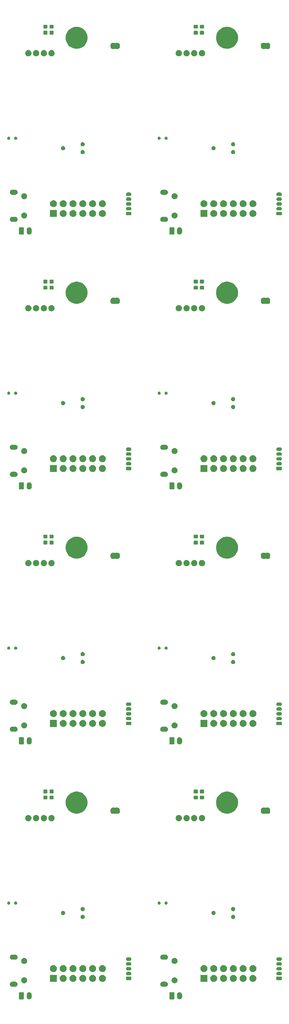
<source format=gbs>
%MOIN*%
%OFA0B0*%
%FSLAX46Y46*%
%IPPOS*%
%LPD*%
%ADD10C,0.0059*%
%ADD21C,0.0059*%
%ADD22C,0.0059*%
%ADD23C,0.0059*%
%ADD34C,0.0059*%
%ADD45C,0.0059*%
%ADD46C,0.0059*%
%ADD47C,0.0059*%
%LPD*%
D10*
G36*
X0000249118Y0000272620D02*
G01*
X0000252299Y0000271655D01*
X0000253950Y0000271155D01*
X0000258402Y0000268775D01*
X0000262305Y0000265572D01*
X0000265508Y0000261668D01*
X0000267887Y0000257216D01*
X0000268269Y0000255960D01*
X0000269353Y0000252386D01*
X0000269724Y0000248620D01*
X0000269724Y0000224449D01*
X0000269353Y0000220682D01*
X0000268269Y0000217109D01*
X0000267887Y0000215852D01*
X0000265508Y0000211400D01*
X0000262305Y0000207497D01*
X0000258402Y0000204294D01*
X0000253950Y0000201914D01*
X0000252693Y0000201533D01*
X0000249118Y0000200449D01*
X0000244094Y0000199953D01*
X0000239070Y0000200449D01*
X0000235495Y0000201533D01*
X0000234238Y0000201914D01*
X0000229786Y0000204294D01*
X0000225883Y0000207497D01*
X0000222680Y0000211400D01*
X0000222680Y0000211400D01*
X0000220301Y0000215852D01*
X0000220300Y0000215852D01*
X0000219812Y0000217462D01*
X0000218835Y0000220682D01*
X0000218463Y0000224449D01*
X0000218463Y0000248620D01*
X0000218835Y0000252385D01*
X0000220300Y0000257216D01*
X0000220301Y0000257216D01*
X0000222680Y0000261668D01*
X0000225883Y0000265572D01*
X0000229786Y0000268775D01*
X0000234238Y0000271155D01*
X0000235888Y0000271655D01*
X0000239070Y0000272620D01*
X0000244094Y0000273115D01*
X0000249118Y0000272620D01*
G37*
G36*
X0000184694Y0000272818D02*
G01*
X0000186155Y0000272375D01*
X0000187499Y0000271655D01*
X0000188680Y0000270687D01*
X0000189648Y0000269507D01*
X0000190367Y0000268162D01*
X0000190809Y0000266701D01*
X0000190984Y0000264941D01*
X0000190984Y0000208128D01*
X0000190809Y0000206367D01*
X0000190367Y0000204907D01*
X0000189648Y0000203561D01*
X0000188680Y0000202382D01*
X0000187499Y0000201413D01*
X0000186155Y0000200694D01*
X0000184694Y0000200250D01*
X0000182934Y0000200078D01*
X0000147774Y0000200078D01*
X0000146014Y0000200250D01*
X0000144553Y0000200694D01*
X0000143208Y0000201413D01*
X0000142028Y0000202382D01*
X0000141060Y0000203561D01*
X0000140340Y0000204907D01*
X0000139897Y0000206367D01*
X0000139724Y0000208128D01*
X0000139724Y0000264941D01*
X0000139897Y0000266701D01*
X0000140340Y0000268162D01*
X0000141060Y0000269507D01*
X0000142028Y0000270687D01*
X0000143208Y0000271655D01*
X0000144553Y0000272375D01*
X0000146014Y0000272818D01*
X0000147774Y0000272991D01*
X0000182934Y0000272991D01*
X0000184694Y0000272818D01*
G37*
G36*
X0000102907Y0000380150D02*
G01*
X0000105418Y0000379904D01*
X0000108992Y0000378819D01*
X0000110249Y0000378438D01*
X0000114701Y0000376058D01*
X0000118604Y0000372855D01*
X0000121807Y0000368953D01*
X0000124187Y0000364499D01*
X0000124187Y0000364499D01*
X0000125652Y0000359669D01*
X0000126147Y0000354645D01*
X0000125652Y0000349620D01*
X0000124567Y0000346046D01*
X0000124187Y0000344789D01*
X0000121807Y0000340337D01*
X0000118604Y0000336434D01*
X0000114701Y0000333231D01*
X0000110249Y0000330851D01*
X0000108992Y0000330470D01*
X0000105418Y0000329386D01*
X0000102907Y0000329138D01*
X0000101652Y0000329015D01*
X0000071575Y0000329015D01*
X0000070320Y0000329138D01*
X0000067810Y0000329386D01*
X0000064236Y0000330470D01*
X0000062978Y0000330851D01*
X0000058526Y0000333231D01*
X0000054623Y0000336434D01*
X0000051421Y0000340337D01*
X0000049041Y0000344789D01*
X0000048659Y0000346046D01*
X0000047575Y0000349620D01*
X0000047080Y0000354645D01*
X0000047575Y0000359669D01*
X0000049041Y0000364499D01*
X0000049041Y0000364499D01*
X0000051421Y0000368953D01*
X0000054623Y0000372855D01*
X0000058526Y0000376058D01*
X0000062978Y0000378438D01*
X0000064236Y0000378819D01*
X0000067810Y0000379904D01*
X0000070320Y0000380150D01*
X0000071575Y0000380275D01*
X0000101652Y0000380275D01*
X0000102907Y0000380150D01*
G37*
G36*
X0000201824Y0000423392D02*
G01*
X0000201824Y0000423392D01*
X0000201824Y0000423392D01*
X0000207384Y0000421088D01*
X0000207384Y0000421088D01*
X0000212388Y0000417745D01*
X0000216644Y0000413490D01*
X0000218838Y0000410206D01*
X0000219987Y0000408485D01*
X0000222290Y0000402926D01*
X0000222290Y0000402926D01*
X0000223302Y0000397840D01*
X0000223464Y0000397024D01*
X0000223464Y0000391006D01*
X0000222290Y0000385103D01*
X0000219987Y0000379542D01*
X0000219987Y0000379542D01*
X0000216644Y0000374540D01*
X0000212388Y0000370284D01*
X0000207384Y0000366941D01*
X0000207384Y0000366941D01*
X0000201824Y0000364638D01*
X0000201824Y0000364638D01*
X0000201824Y0000364638D01*
X0000195922Y0000363464D01*
X0000189904Y0000363464D01*
X0000184002Y0000364638D01*
X0000184001Y0000364638D01*
X0000184001Y0000364638D01*
X0000178441Y0000366941D01*
X0000178441Y0000366941D01*
X0000173438Y0000370284D01*
X0000169182Y0000374540D01*
X0000165839Y0000379542D01*
X0000165839Y0000379542D01*
X0000163535Y0000385103D01*
X0000162362Y0000391006D01*
X0000162362Y0000397024D01*
X0000162524Y0000397840D01*
X0000163535Y0000402926D01*
X0000163535Y0000402926D01*
X0000165839Y0000408485D01*
X0000166988Y0000410206D01*
X0000169182Y0000413490D01*
X0000173438Y0000417745D01*
X0000178441Y0000421088D01*
X0000178441Y0000421088D01*
X0000184001Y0000423392D01*
X0000184001Y0000423392D01*
X0000184002Y0000423392D01*
X0000189904Y0000424566D01*
X0000195922Y0000424566D01*
X0000201824Y0000423392D01*
G37*
G36*
X0000596594Y0000448977D02*
G01*
X0000602472Y0000447809D01*
X0000608928Y0000445135D01*
X0000614738Y0000441253D01*
X0000619679Y0000436312D01*
X0000623561Y0000430502D01*
X0000626235Y0000424047D01*
X0000627598Y0000417194D01*
X0000627598Y0000410206D01*
X0000626235Y0000403353D01*
X0000623561Y0000396897D01*
X0000619679Y0000391087D01*
X0000614738Y0000386147D01*
X0000608928Y0000382265D01*
X0000602472Y0000379590D01*
X0000596679Y0000378438D01*
X0000595619Y0000378227D01*
X0000588632Y0000378227D01*
X0000587572Y0000378438D01*
X0000581779Y0000379590D01*
X0000575323Y0000382265D01*
X0000569513Y0000386147D01*
X0000564572Y0000391087D01*
X0000560690Y0000396897D01*
X0000558016Y0000403353D01*
X0000556653Y0000410206D01*
X0000556653Y0000417194D01*
X0000558016Y0000424047D01*
X0000560690Y0000430502D01*
X0000564572Y0000436312D01*
X0000569513Y0000441253D01*
X0000575323Y0000445135D01*
X0000581779Y0000447809D01*
X0000587657Y0000448977D01*
X0000588632Y0000449172D01*
X0000595619Y0000449172D01*
X0000596594Y0000448977D01*
G37*
G36*
X0000527598Y0000378227D02*
G01*
X0000456653Y0000378227D01*
X0000456653Y0000449172D01*
X0000527598Y0000449172D01*
X0000527598Y0000378227D01*
G37*
G36*
X0000796594Y0000448977D02*
G01*
X0000802472Y0000447809D01*
X0000808928Y0000445135D01*
X0000814738Y0000441253D01*
X0000819679Y0000436312D01*
X0000823561Y0000430502D01*
X0000826235Y0000424047D01*
X0000827598Y0000417194D01*
X0000827598Y0000410206D01*
X0000826235Y0000403353D01*
X0000823561Y0000396897D01*
X0000819679Y0000391087D01*
X0000814738Y0000386147D01*
X0000808928Y0000382265D01*
X0000802472Y0000379590D01*
X0000796679Y0000378438D01*
X0000795619Y0000378227D01*
X0000788631Y0000378227D01*
X0000787572Y0000378438D01*
X0000781779Y0000379590D01*
X0000775323Y0000382265D01*
X0000769513Y0000386147D01*
X0000764572Y0000391087D01*
X0000760690Y0000396897D01*
X0000758016Y0000403353D01*
X0000756653Y0000410206D01*
X0000756653Y0000417194D01*
X0000758016Y0000424047D01*
X0000760690Y0000430502D01*
X0000764572Y0000436312D01*
X0000769513Y0000441253D01*
X0000775323Y0000445135D01*
X0000781779Y0000447809D01*
X0000787656Y0000448977D01*
X0000788631Y0000449172D01*
X0000795619Y0000449172D01*
X0000796594Y0000448977D01*
G37*
G36*
X0000896594Y0000448977D02*
G01*
X0000902472Y0000447809D01*
X0000908928Y0000445135D01*
X0000914738Y0000441253D01*
X0000919679Y0000436312D01*
X0000923561Y0000430502D01*
X0000926235Y0000424047D01*
X0000927597Y0000417194D01*
X0000927597Y0000410206D01*
X0000926235Y0000403353D01*
X0000923561Y0000396897D01*
X0000919679Y0000391087D01*
X0000914738Y0000386147D01*
X0000908928Y0000382265D01*
X0000902472Y0000379590D01*
X0000896679Y0000378438D01*
X0000895619Y0000378227D01*
X0000888632Y0000378227D01*
X0000887572Y0000378438D01*
X0000881779Y0000379590D01*
X0000875323Y0000382265D01*
X0000869513Y0000386147D01*
X0000864572Y0000391087D01*
X0000860690Y0000396897D01*
X0000858016Y0000403353D01*
X0000856653Y0000410206D01*
X0000856653Y0000417194D01*
X0000858016Y0000424047D01*
X0000860690Y0000430502D01*
X0000864572Y0000436312D01*
X0000869513Y0000441253D01*
X0000875323Y0000445135D01*
X0000881779Y0000447809D01*
X0000887656Y0000448977D01*
X0000888632Y0000449172D01*
X0000895619Y0000449172D01*
X0000896594Y0000448977D01*
G37*
G36*
X0000996594Y0000448977D02*
G01*
X0001002472Y0000447809D01*
X0001008928Y0000445135D01*
X0001014737Y0000441253D01*
X0001019679Y0000436312D01*
X0001023561Y0000430502D01*
X0001026235Y0000424047D01*
X0001027598Y0000417194D01*
X0001027598Y0000410206D01*
X0001026235Y0000403353D01*
X0001023561Y0000396897D01*
X0001019679Y0000391087D01*
X0001014737Y0000386147D01*
X0001008928Y0000382265D01*
X0001002472Y0000379590D01*
X0000996679Y0000378438D01*
X0000995619Y0000378227D01*
X0000988632Y0000378227D01*
X0000987572Y0000378438D01*
X0000981779Y0000379590D01*
X0000975323Y0000382265D01*
X0000969513Y0000386147D01*
X0000964572Y0000391087D01*
X0000960690Y0000396897D01*
X0000958016Y0000403353D01*
X0000956653Y0000410206D01*
X0000956653Y0000417194D01*
X0000958016Y0000424047D01*
X0000960690Y0000430502D01*
X0000964572Y0000436312D01*
X0000969513Y0000441253D01*
X0000975323Y0000445135D01*
X0000981779Y0000447809D01*
X0000987657Y0000448977D01*
X0000988632Y0000449172D01*
X0000995619Y0000449172D01*
X0000996594Y0000448977D01*
G37*
G36*
X0000696594Y0000448977D02*
G01*
X0000702472Y0000447809D01*
X0000708928Y0000445135D01*
X0000714738Y0000441253D01*
X0000719679Y0000436312D01*
X0000723561Y0000430502D01*
X0000726235Y0000424047D01*
X0000727598Y0000417194D01*
X0000727598Y0000410206D01*
X0000726235Y0000403353D01*
X0000723561Y0000396897D01*
X0000719679Y0000391087D01*
X0000714738Y0000386147D01*
X0000708928Y0000382265D01*
X0000702472Y0000379590D01*
X0000696679Y0000378438D01*
X0000695619Y0000378227D01*
X0000688631Y0000378227D01*
X0000687572Y0000378438D01*
X0000681779Y0000379590D01*
X0000675322Y0000382265D01*
X0000669513Y0000386147D01*
X0000664572Y0000391087D01*
X0000660690Y0000396897D01*
X0000658016Y0000403353D01*
X0000656653Y0000410206D01*
X0000656653Y0000417194D01*
X0000658016Y0000424047D01*
X0000660690Y0000430502D01*
X0000664572Y0000436312D01*
X0000669513Y0000441253D01*
X0000675322Y0000445135D01*
X0000681779Y0000447809D01*
X0000687657Y0000448977D01*
X0000688631Y0000449172D01*
X0000695619Y0000449172D01*
X0000696594Y0000448977D01*
G37*
G36*
X0001282270Y0000431309D02*
G01*
X0001283470Y0000430945D01*
X0001284575Y0000430354D01*
X0001285544Y0000429559D01*
X0001286339Y0000428590D01*
X0001286930Y0000427485D01*
X0001287294Y0000426286D01*
X0001287440Y0000424796D01*
X0001287440Y0000402603D01*
X0001287294Y0000401114D01*
X0001286930Y0000399915D01*
X0001286339Y0000398808D01*
X0001285544Y0000397840D01*
X0001284575Y0000397045D01*
X0001283470Y0000396454D01*
X0001282270Y0000396091D01*
X0001280780Y0000395944D01*
X0001238903Y0000395944D01*
X0001237414Y0000396091D01*
X0001236214Y0000396454D01*
X0001235109Y0000397045D01*
X0001234140Y0000397840D01*
X0001233345Y0000398808D01*
X0001232754Y0000399915D01*
X0001232390Y0000401114D01*
X0001232244Y0000402603D01*
X0001232244Y0000424796D01*
X0001232390Y0000426286D01*
X0001232754Y0000427485D01*
X0001233345Y0000428590D01*
X0001234140Y0000429559D01*
X0001235109Y0000430354D01*
X0001236214Y0000430945D01*
X0001237414Y0000431309D01*
X0001238903Y0000431456D01*
X0001280780Y0000431456D01*
X0001282270Y0000431309D01*
G37*
G36*
X0001273165Y0000480411D02*
G01*
X0001276512Y0000479396D01*
X0001279597Y0000477747D01*
X0001282301Y0000475528D01*
X0001284519Y0000472824D01*
X0001286167Y0000469740D01*
X0001287184Y0000466393D01*
X0001287526Y0000462912D01*
X0001287184Y0000459432D01*
X0001286167Y0000456085D01*
X0001284519Y0000453000D01*
X0001282301Y0000450296D01*
X0001279597Y0000448077D01*
X0001276512Y0000446428D01*
X0001273165Y0000445412D01*
X0001270557Y0000445156D01*
X0001249127Y0000445156D01*
X0001246519Y0000445412D01*
X0001243172Y0000446428D01*
X0001240087Y0000448077D01*
X0001237383Y0000450296D01*
X0001235165Y0000453000D01*
X0001233516Y0000456085D01*
X0001232500Y0000459432D01*
X0001232158Y0000462912D01*
X0001232500Y0000466393D01*
X0001233516Y0000469740D01*
X0001235165Y0000472824D01*
X0001237383Y0000475528D01*
X0001240087Y0000477747D01*
X0001243172Y0000479396D01*
X0001246519Y0000480411D01*
X0001249127Y0000480668D01*
X0001270557Y0000480668D01*
X0001273165Y0000480411D01*
G37*
G36*
X0000696594Y0000548978D02*
G01*
X0000702472Y0000547809D01*
X0000708928Y0000545135D01*
X0000714738Y0000541253D01*
X0000719679Y0000536312D01*
X0000723561Y0000530502D01*
X0000726235Y0000524047D01*
X0000727598Y0000517194D01*
X0000727598Y0000510206D01*
X0000726235Y0000503353D01*
X0000723561Y0000496897D01*
X0000719679Y0000491086D01*
X0000714738Y0000486147D01*
X0000708928Y0000482265D01*
X0000702472Y0000479590D01*
X0000696594Y0000478421D01*
X0000695619Y0000478227D01*
X0000688631Y0000478227D01*
X0000687657Y0000478421D01*
X0000681779Y0000479590D01*
X0000675322Y0000482265D01*
X0000669513Y0000486147D01*
X0000664572Y0000491086D01*
X0000660690Y0000496897D01*
X0000658016Y0000503353D01*
X0000656653Y0000510206D01*
X0000656653Y0000517194D01*
X0000658016Y0000524047D01*
X0000660690Y0000530502D01*
X0000664572Y0000536312D01*
X0000669513Y0000541253D01*
X0000675322Y0000545135D01*
X0000681779Y0000547809D01*
X0000687657Y0000548978D01*
X0000688631Y0000549172D01*
X0000695619Y0000549172D01*
X0000696594Y0000548978D01*
G37*
G36*
X0000796594Y0000548978D02*
G01*
X0000802472Y0000547809D01*
X0000808928Y0000545135D01*
X0000814738Y0000541253D01*
X0000819679Y0000536312D01*
X0000823561Y0000530502D01*
X0000826235Y0000524047D01*
X0000827598Y0000517194D01*
X0000827598Y0000510206D01*
X0000826235Y0000503353D01*
X0000823561Y0000496897D01*
X0000819679Y0000491086D01*
X0000814738Y0000486147D01*
X0000808928Y0000482265D01*
X0000802472Y0000479590D01*
X0000796594Y0000478421D01*
X0000795619Y0000478227D01*
X0000788631Y0000478227D01*
X0000787656Y0000478421D01*
X0000781779Y0000479590D01*
X0000775323Y0000482265D01*
X0000769513Y0000486147D01*
X0000764572Y0000491086D01*
X0000760690Y0000496897D01*
X0000758016Y0000503353D01*
X0000756653Y0000510206D01*
X0000756653Y0000517194D01*
X0000758016Y0000524047D01*
X0000760690Y0000530502D01*
X0000764572Y0000536312D01*
X0000769513Y0000541253D01*
X0000775323Y0000545135D01*
X0000781779Y0000547809D01*
X0000787656Y0000548978D01*
X0000788631Y0000549172D01*
X0000795619Y0000549172D01*
X0000796594Y0000548978D01*
G37*
G36*
X0000896594Y0000548978D02*
G01*
X0000902472Y0000547809D01*
X0000908928Y0000545135D01*
X0000914738Y0000541253D01*
X0000919679Y0000536312D01*
X0000923561Y0000530502D01*
X0000926235Y0000524047D01*
X0000927597Y0000517194D01*
X0000927597Y0000510206D01*
X0000926235Y0000503353D01*
X0000923561Y0000496897D01*
X0000919679Y0000491086D01*
X0000914738Y0000486147D01*
X0000908928Y0000482265D01*
X0000902472Y0000479590D01*
X0000896594Y0000478421D01*
X0000895619Y0000478227D01*
X0000888632Y0000478227D01*
X0000887656Y0000478421D01*
X0000881779Y0000479590D01*
X0000875323Y0000482265D01*
X0000869513Y0000486147D01*
X0000864572Y0000491086D01*
X0000860690Y0000496897D01*
X0000858016Y0000503353D01*
X0000856653Y0000510206D01*
X0000856653Y0000517194D01*
X0000858016Y0000524047D01*
X0000860690Y0000530502D01*
X0000864572Y0000536312D01*
X0000869513Y0000541253D01*
X0000875323Y0000545135D01*
X0000881779Y0000547809D01*
X0000887656Y0000548978D01*
X0000888632Y0000549172D01*
X0000895619Y0000549172D01*
X0000896594Y0000548978D01*
G37*
G36*
X0000496594Y0000548978D02*
G01*
X0000502472Y0000547809D01*
X0000508928Y0000545135D01*
X0000514738Y0000541253D01*
X0000519679Y0000536312D01*
X0000523561Y0000530502D01*
X0000526235Y0000524047D01*
X0000527598Y0000517194D01*
X0000527598Y0000510206D01*
X0000526235Y0000503353D01*
X0000523561Y0000496897D01*
X0000519679Y0000491086D01*
X0000514738Y0000486147D01*
X0000508928Y0000482265D01*
X0000502472Y0000479590D01*
X0000496594Y0000478421D01*
X0000495619Y0000478227D01*
X0000488632Y0000478227D01*
X0000487657Y0000478421D01*
X0000481779Y0000479590D01*
X0000475323Y0000482265D01*
X0000469513Y0000486147D01*
X0000464572Y0000491086D01*
X0000460690Y0000496897D01*
X0000458016Y0000503353D01*
X0000456653Y0000510206D01*
X0000456653Y0000517194D01*
X0000458016Y0000524047D01*
X0000460690Y0000530502D01*
X0000464572Y0000536312D01*
X0000469513Y0000541253D01*
X0000475323Y0000545135D01*
X0000481779Y0000547809D01*
X0000487657Y0000548978D01*
X0000488632Y0000549172D01*
X0000495619Y0000549172D01*
X0000496594Y0000548978D01*
G37*
G36*
X0000596594Y0000548978D02*
G01*
X0000602472Y0000547809D01*
X0000608928Y0000545135D01*
X0000614738Y0000541253D01*
X0000619679Y0000536312D01*
X0000623561Y0000530502D01*
X0000626235Y0000524047D01*
X0000627598Y0000517194D01*
X0000627598Y0000510206D01*
X0000626235Y0000503353D01*
X0000623561Y0000496897D01*
X0000619679Y0000491086D01*
X0000614738Y0000486147D01*
X0000608928Y0000482265D01*
X0000602472Y0000479590D01*
X0000596594Y0000478421D01*
X0000595619Y0000478227D01*
X0000588632Y0000478227D01*
X0000587657Y0000478421D01*
X0000581779Y0000479590D01*
X0000575323Y0000482265D01*
X0000569513Y0000486147D01*
X0000564572Y0000491086D01*
X0000560690Y0000496897D01*
X0000558016Y0000503353D01*
X0000556653Y0000510206D01*
X0000556653Y0000517194D01*
X0000558016Y0000524047D01*
X0000560690Y0000530502D01*
X0000564572Y0000536312D01*
X0000569513Y0000541253D01*
X0000575323Y0000545135D01*
X0000581779Y0000547809D01*
X0000587657Y0000548978D01*
X0000588632Y0000549172D01*
X0000595619Y0000549172D01*
X0000596594Y0000548978D01*
G37*
G36*
X0000996594Y0000548978D02*
G01*
X0001002472Y0000547809D01*
X0001008928Y0000545135D01*
X0001014737Y0000541253D01*
X0001019679Y0000536312D01*
X0001023561Y0000530502D01*
X0001026235Y0000524047D01*
X0001027598Y0000517194D01*
X0001027598Y0000510206D01*
X0001026235Y0000503353D01*
X0001023561Y0000496897D01*
X0001019679Y0000491086D01*
X0001014737Y0000486147D01*
X0001008928Y0000482265D01*
X0001002472Y0000479590D01*
X0000996594Y0000478421D01*
X0000995619Y0000478227D01*
X0000988632Y0000478227D01*
X0000987657Y0000478421D01*
X0000981779Y0000479590D01*
X0000975323Y0000482265D01*
X0000969513Y0000486147D01*
X0000964572Y0000491086D01*
X0000960690Y0000496897D01*
X0000958016Y0000503353D01*
X0000956653Y0000510206D01*
X0000956653Y0000517194D01*
X0000958016Y0000524047D01*
X0000960690Y0000530502D01*
X0000964572Y0000536312D01*
X0000969513Y0000541253D01*
X0000975323Y0000545135D01*
X0000981779Y0000547809D01*
X0000987657Y0000548978D01*
X0000988632Y0000549172D01*
X0000995619Y0000549172D01*
X0000996594Y0000548978D01*
G37*
G36*
X0001273165Y0000529624D02*
G01*
X0001276512Y0000528609D01*
X0001279597Y0000526960D01*
X0001282301Y0000524741D01*
X0001284519Y0000522037D01*
X0001286167Y0000518953D01*
X0001287184Y0000515606D01*
X0001287526Y0000512125D01*
X0001287184Y0000508644D01*
X0001286167Y0000505297D01*
X0001284519Y0000502213D01*
X0001282301Y0000499509D01*
X0001279597Y0000497290D01*
X0001276512Y0000495641D01*
X0001273165Y0000494625D01*
X0001270557Y0000494369D01*
X0001249127Y0000494369D01*
X0001246519Y0000494625D01*
X0001243172Y0000495641D01*
X0001240087Y0000497290D01*
X0001237383Y0000499509D01*
X0001235165Y0000502213D01*
X0001233516Y0000505297D01*
X0001232500Y0000508644D01*
X0001232158Y0000512125D01*
X0001232500Y0000515606D01*
X0001233516Y0000518953D01*
X0001235165Y0000522037D01*
X0001237383Y0000524741D01*
X0001240087Y0000526960D01*
X0001243172Y0000528609D01*
X0001246519Y0000529624D01*
X0001249127Y0000529881D01*
X0001270557Y0000529881D01*
X0001273165Y0000529624D01*
G37*
G36*
X0001273165Y0000578837D02*
G01*
X0001276512Y0000577821D01*
X0001279597Y0000576172D01*
X0001282301Y0000573954D01*
X0001284519Y0000571250D01*
X0001286167Y0000568165D01*
X0001287184Y0000564818D01*
X0001287526Y0000561338D01*
X0001287184Y0000557857D01*
X0001286167Y0000554510D01*
X0001284519Y0000551425D01*
X0001282301Y0000548721D01*
X0001279597Y0000546503D01*
X0001276512Y0000544854D01*
X0001273165Y0000543839D01*
X0001270557Y0000543582D01*
X0001249127Y0000543582D01*
X0001246519Y0000543839D01*
X0001243172Y0000544854D01*
X0001240087Y0000546503D01*
X0001237383Y0000548721D01*
X0001235165Y0000551425D01*
X0001233516Y0000554510D01*
X0001232500Y0000557857D01*
X0001232158Y0000561338D01*
X0001232500Y0000564818D01*
X0001233516Y0000568165D01*
X0001235165Y0000571250D01*
X0001237383Y0000573954D01*
X0001240087Y0000576172D01*
X0001243172Y0000577821D01*
X0001246519Y0000578837D01*
X0001249127Y0000579093D01*
X0001270557Y0000579093D01*
X0001273165Y0000578837D01*
G37*
G36*
X0000201824Y0000620242D02*
G01*
X0000201824Y0000620242D01*
X0000201824Y0000620242D01*
X0000207384Y0000617939D01*
X0000207384Y0000617939D01*
X0000212388Y0000614596D01*
X0000216644Y0000610340D01*
X0000219987Y0000605337D01*
X0000219987Y0000605337D01*
X0000222290Y0000599777D01*
X0000222290Y0000599776D01*
X0000223464Y0000593874D01*
X0000223464Y0000587856D01*
X0000222290Y0000581954D01*
X0000219987Y0000576394D01*
X0000219987Y0000576394D01*
X0000216644Y0000571390D01*
X0000212388Y0000567134D01*
X0000208922Y0000564818D01*
X0000207384Y0000563791D01*
X0000201824Y0000561488D01*
X0000201824Y0000561488D01*
X0000201824Y0000561488D01*
X0000195922Y0000560314D01*
X0000189904Y0000560314D01*
X0000184002Y0000561488D01*
X0000184001Y0000561488D01*
X0000184001Y0000561488D01*
X0000178441Y0000563791D01*
X0000176904Y0000564818D01*
X0000173438Y0000567134D01*
X0000169182Y0000571390D01*
X0000165839Y0000576394D01*
X0000165839Y0000576394D01*
X0000163535Y0000581954D01*
X0000162362Y0000587856D01*
X0000162362Y0000593874D01*
X0000163535Y0000599776D01*
X0000163535Y0000599777D01*
X0000165839Y0000605337D01*
X0000165839Y0000605337D01*
X0000169182Y0000610340D01*
X0000173438Y0000614596D01*
X0000178441Y0000617939D01*
X0000178441Y0000617939D01*
X0000184001Y0000620242D01*
X0000184001Y0000620242D01*
X0000184002Y0000620242D01*
X0000189904Y0000621416D01*
X0000195922Y0000621416D01*
X0000201824Y0000620242D01*
G37*
G36*
X0001273165Y0000628049D02*
G01*
X0001276512Y0000627034D01*
X0001279597Y0000625385D01*
X0001282301Y0000623166D01*
X0001284519Y0000620463D01*
X0001286167Y0000617378D01*
X0001287184Y0000614031D01*
X0001287526Y0000610550D01*
X0001287184Y0000607069D01*
X0001286167Y0000603722D01*
X0001284519Y0000600638D01*
X0001282301Y0000597934D01*
X0001279597Y0000595715D01*
X0001276512Y0000594066D01*
X0001273165Y0000593051D01*
X0001270557Y0000592794D01*
X0001249127Y0000592794D01*
X0001246519Y0000593051D01*
X0001243172Y0000594066D01*
X0001240087Y0000595715D01*
X0001237383Y0000597934D01*
X0001235165Y0000600638D01*
X0001233516Y0000603722D01*
X0001232500Y0000607069D01*
X0001232158Y0000610550D01*
X0001232500Y0000614031D01*
X0001233516Y0000617378D01*
X0001235165Y0000620463D01*
X0001237383Y0000623166D01*
X0001240087Y0000625385D01*
X0001243172Y0000627034D01*
X0001246519Y0000628049D01*
X0001249127Y0000628306D01*
X0001270557Y0000628306D01*
X0001273165Y0000628049D01*
G37*
G36*
X0000102907Y0000655742D02*
G01*
X0000105418Y0000655494D01*
X0000108992Y0000654410D01*
X0000110249Y0000654029D01*
X0000114701Y0000651649D01*
X0000118604Y0000648446D01*
X0000121807Y0000644543D01*
X0000124187Y0000640090D01*
X0000124187Y0000640090D01*
X0000125652Y0000635260D01*
X0000126147Y0000630235D01*
X0000125652Y0000625211D01*
X0000125032Y0000623166D01*
X0000124187Y0000620379D01*
X0000121807Y0000615927D01*
X0000118604Y0000612024D01*
X0000114701Y0000608822D01*
X0000110249Y0000606442D01*
X0000108992Y0000606060D01*
X0000105418Y0000604976D01*
X0000102907Y0000604729D01*
X0000101652Y0000604605D01*
X0000071575Y0000604605D01*
X0000070320Y0000604729D01*
X0000067810Y0000604976D01*
X0000064236Y0000606060D01*
X0000062978Y0000606442D01*
X0000058526Y0000608822D01*
X0000054623Y0000612024D01*
X0000051421Y0000615927D01*
X0000049041Y0000620379D01*
X0000048195Y0000623166D01*
X0000047575Y0000625211D01*
X0000047080Y0000630235D01*
X0000047575Y0000635260D01*
X0000049041Y0000640090D01*
X0000049041Y0000640090D01*
X0000051421Y0000644543D01*
X0000054623Y0000648446D01*
X0000058526Y0000651649D01*
X0000062978Y0000654029D01*
X0000064236Y0000654410D01*
X0000067810Y0000655494D01*
X0000070320Y0000655742D01*
X0000071575Y0000655865D01*
X0000101652Y0000655865D01*
X0000102907Y0000655742D01*
G37*
G36*
X0000794353Y0001061527D02*
G01*
X0000796431Y0001061113D01*
X0000800345Y0001059492D01*
X0000803867Y0001057138D01*
X0000806862Y0001054143D01*
X0000809217Y0001050620D01*
X0000810838Y0001046705D01*
X0000811665Y0001042550D01*
X0000811665Y0001038314D01*
X0000810838Y0001034157D01*
X0000809217Y0001030243D01*
X0000806862Y0001026721D01*
X0000803867Y0001023725D01*
X0000800345Y0001021372D01*
X0000796431Y0001019751D01*
X0000794353Y0001019336D01*
X0000792275Y0001018923D01*
X0000788039Y0001018923D01*
X0000785961Y0001019336D01*
X0000783883Y0001019751D01*
X0000779969Y0001021372D01*
X0000776447Y0001023725D01*
X0000773451Y0001026721D01*
X0000771097Y0001030243D01*
X0000769476Y0001034157D01*
X0000768649Y0001038314D01*
X0000768649Y0001042550D01*
X0000769476Y0001046705D01*
X0000771097Y0001050620D01*
X0000773451Y0001054143D01*
X0000776447Y0001057138D01*
X0000779969Y0001059492D01*
X0000783883Y0001061113D01*
X0000785961Y0001061527D01*
X0000788039Y0001061940D01*
X0000792275Y0001061940D01*
X0000794353Y0001061527D01*
G37*
G36*
X0000594353Y0001101527D02*
G01*
X0000596431Y0001101113D01*
X0000600345Y0001099492D01*
X0000603867Y0001097138D01*
X0000606863Y0001094143D01*
X0000609217Y0001090620D01*
X0000610838Y0001086706D01*
X0000611665Y0001082550D01*
X0000611665Y0001078314D01*
X0000610838Y0001074158D01*
X0000609217Y0001070244D01*
X0000606863Y0001066722D01*
X0000603867Y0001063726D01*
X0000600345Y0001061372D01*
X0000596431Y0001059751D01*
X0000595130Y0001059492D01*
X0000592275Y0001058924D01*
X0000588039Y0001058924D01*
X0000585184Y0001059492D01*
X0000583883Y0001059751D01*
X0000579969Y0001061372D01*
X0000576447Y0001063726D01*
X0000573451Y0001066722D01*
X0000571097Y0001070244D01*
X0000569476Y0001074158D01*
X0000568649Y0001078314D01*
X0000568649Y0001082550D01*
X0000569476Y0001086706D01*
X0000571097Y0001090620D01*
X0000573451Y0001094143D01*
X0000576447Y0001097138D01*
X0000579969Y0001099492D01*
X0000583883Y0001101113D01*
X0000585961Y0001101527D01*
X0000588039Y0001101940D01*
X0000592275Y0001101940D01*
X0000594353Y0001101527D01*
G37*
G36*
X0000794353Y0001141527D02*
G01*
X0000796431Y0001141113D01*
X0000800345Y0001139492D01*
X0000803867Y0001137138D01*
X0000806862Y0001134143D01*
X0000809217Y0001130620D01*
X0000810838Y0001126706D01*
X0000811665Y0001122550D01*
X0000811665Y0001118314D01*
X0000810838Y0001114158D01*
X0000809217Y0001110244D01*
X0000806862Y0001106722D01*
X0000803867Y0001103726D01*
X0000800345Y0001101372D01*
X0000796431Y0001099751D01*
X0000795130Y0001099492D01*
X0000792275Y0001098924D01*
X0000788039Y0001098924D01*
X0000785184Y0001099492D01*
X0000783883Y0001099751D01*
X0000779969Y0001101372D01*
X0000776447Y0001103726D01*
X0000773451Y0001106722D01*
X0000771097Y0001110244D01*
X0000769476Y0001114158D01*
X0000768649Y0001118314D01*
X0000768649Y0001122550D01*
X0000769476Y0001126706D01*
X0000771097Y0001130620D01*
X0000773451Y0001134143D01*
X0000776447Y0001137138D01*
X0000779969Y0001139492D01*
X0000783883Y0001141113D01*
X0000785961Y0001141527D01*
X0000788039Y0001141940D01*
X0000792275Y0001141940D01*
X0000794353Y0001141527D01*
G37*
G36*
X0000038513Y0001196900D02*
G01*
X0000040038Y0001196597D01*
X0000041228Y0001196104D01*
X0000042910Y0001195407D01*
X0000045496Y0001193679D01*
X0000047695Y0001191480D01*
X0000049423Y0001188894D01*
X0000050612Y0001186021D01*
X0000051220Y0001182971D01*
X0000051220Y0001179861D01*
X0000050612Y0001176811D01*
X0000049423Y0001173938D01*
X0000047695Y0001171352D01*
X0000045496Y0001169153D01*
X0000042910Y0001167426D01*
X0000041228Y0001166729D01*
X0000040038Y0001166236D01*
X0000038513Y0001165932D01*
X0000036988Y0001165629D01*
X0000033878Y0001165629D01*
X0000032353Y0001165932D01*
X0000030828Y0001166236D01*
X0000029637Y0001166729D01*
X0000027954Y0001167426D01*
X0000025369Y0001169153D01*
X0000023170Y0001171352D01*
X0000021442Y0001173938D01*
X0000020252Y0001176811D01*
X0000019645Y0001179861D01*
X0000019645Y0001182971D01*
X0000020252Y0001186021D01*
X0000021442Y0001188894D01*
X0000023170Y0001191480D01*
X0000025369Y0001193679D01*
X0000027954Y0001195407D01*
X0000029637Y0001196104D01*
X0000030828Y0001196597D01*
X0000032353Y0001196900D01*
X0000033878Y0001197204D01*
X0000036988Y0001197204D01*
X0000038513Y0001196900D01*
G37*
G36*
X0000109379Y0001196900D02*
G01*
X0000110904Y0001196597D01*
X0000112094Y0001196104D01*
X0000113777Y0001195407D01*
X0000116363Y0001193679D01*
X0000118562Y0001191480D01*
X0000120289Y0001188894D01*
X0000121479Y0001186021D01*
X0000122086Y0001182971D01*
X0000122086Y0001179861D01*
X0000121479Y0001176811D01*
X0000120289Y0001173938D01*
X0000118562Y0001171352D01*
X0000116363Y0001169153D01*
X0000113777Y0001167426D01*
X0000112094Y0001166729D01*
X0000110904Y0001166236D01*
X0000109379Y0001165932D01*
X0000107854Y0001165629D01*
X0000104744Y0001165629D01*
X0000103219Y0001165932D01*
X0000101694Y0001166236D01*
X0000100503Y0001166729D01*
X0000098821Y0001167426D01*
X0000096235Y0001169153D01*
X0000094036Y0001171352D01*
X0000092308Y0001173938D01*
X0000091118Y0001176811D01*
X0000090511Y0001179861D01*
X0000090511Y0001182971D01*
X0000091118Y0001186021D01*
X0000092308Y0001188894D01*
X0000094036Y0001191480D01*
X0000096235Y0001193679D01*
X0000098821Y0001195407D01*
X0000100503Y0001196104D01*
X0000101694Y0001196597D01*
X0000103219Y0001196900D01*
X0000104744Y0001197204D01*
X0000107854Y0001197204D01*
X0000109379Y0001196900D01*
G37*
G36*
X0000245556Y0002078336D02*
G01*
X0000251381Y0002075923D01*
X0000256624Y0002072420D01*
X0000261081Y0002067962D01*
X0000264585Y0002062720D01*
X0000266998Y0002056893D01*
X0000268228Y0002050711D01*
X0000268228Y0002044404D01*
X0000266998Y0002038222D01*
X0000264585Y0002032397D01*
X0000261081Y0002027154D01*
X0000256624Y0002022695D01*
X0000251381Y0002019193D01*
X0000245556Y0002016779D01*
X0000239373Y0002015550D01*
X0000233067Y0002015550D01*
X0000226884Y0002016779D01*
X0000221059Y0002019193D01*
X0000215816Y0002022695D01*
X0000211358Y0002027154D01*
X0000207855Y0002032397D01*
X0000205442Y0002038222D01*
X0000204211Y0002044404D01*
X0000204211Y0002050711D01*
X0000205442Y0002056893D01*
X0000207855Y0002062720D01*
X0000211358Y0002067962D01*
X0000215816Y0002072420D01*
X0000221059Y0002075923D01*
X0000226884Y0002078336D01*
X0000233067Y0002079565D01*
X0000239373Y0002079565D01*
X0000245556Y0002078336D01*
G37*
G36*
X0000324296Y0002078336D02*
G01*
X0000330122Y0002075923D01*
X0000335364Y0002072420D01*
X0000339822Y0002067962D01*
X0000343325Y0002062720D01*
X0000345738Y0002056893D01*
X0000346968Y0002050711D01*
X0000346968Y0002044404D01*
X0000345738Y0002038222D01*
X0000343325Y0002032397D01*
X0000339822Y0002027154D01*
X0000335364Y0002022695D01*
X0000330122Y0002019193D01*
X0000324296Y0002016779D01*
X0000318113Y0002015550D01*
X0000311808Y0002015550D01*
X0000305624Y0002016779D01*
X0000299799Y0002019193D01*
X0000294556Y0002022695D01*
X0000290098Y0002027154D01*
X0000286595Y0002032397D01*
X0000284182Y0002038222D01*
X0000282952Y0002044404D01*
X0000282952Y0002050711D01*
X0000284182Y0002056893D01*
X0000286595Y0002062720D01*
X0000290098Y0002067962D01*
X0000294556Y0002072420D01*
X0000299799Y0002075923D01*
X0000305624Y0002078336D01*
X0000311808Y0002079565D01*
X0000318113Y0002079565D01*
X0000324296Y0002078336D01*
G37*
G36*
X0000403037Y0002078336D02*
G01*
X0000408862Y0002075923D01*
X0000414104Y0002072420D01*
X0000418563Y0002067962D01*
X0000422065Y0002062720D01*
X0000424478Y0002056893D01*
X0000425707Y0002050711D01*
X0000425707Y0002044404D01*
X0000424478Y0002038222D01*
X0000422065Y0002032397D01*
X0000418563Y0002027154D01*
X0000414104Y0002022695D01*
X0000408862Y0002019193D01*
X0000403037Y0002016779D01*
X0000396853Y0002015550D01*
X0000390548Y0002015550D01*
X0000384364Y0002016779D01*
X0000378538Y0002019193D01*
X0000373296Y0002022695D01*
X0000368838Y0002027154D01*
X0000365335Y0002032397D01*
X0000362922Y0002038222D01*
X0000361692Y0002044404D01*
X0000361692Y0002050711D01*
X0000362922Y0002056893D01*
X0000365335Y0002062720D01*
X0000368838Y0002067962D01*
X0000373296Y0002072420D01*
X0000378538Y0002075923D01*
X0000384364Y0002078336D01*
X0000390548Y0002079565D01*
X0000396853Y0002079565D01*
X0000403037Y0002078336D01*
G37*
G36*
X0000481777Y0002078336D02*
G01*
X0000487602Y0002075923D01*
X0000492844Y0002072420D01*
X0000497303Y0002067962D01*
X0000500804Y0002062720D01*
X0000503218Y0002056893D01*
X0000504448Y0002050711D01*
X0000504448Y0002044404D01*
X0000503218Y0002038222D01*
X0000500804Y0002032397D01*
X0000497303Y0002027154D01*
X0000492844Y0002022695D01*
X0000487602Y0002019193D01*
X0000481777Y0002016779D01*
X0000475593Y0002015550D01*
X0000469288Y0002015550D01*
X0000463104Y0002016779D01*
X0000457278Y0002019193D01*
X0000452037Y0002022695D01*
X0000447577Y0002027154D01*
X0000444074Y0002032397D01*
X0000441663Y0002038222D01*
X0000440433Y0002044404D01*
X0000440433Y0002050711D01*
X0000441663Y0002056893D01*
X0000444074Y0002062720D01*
X0000447577Y0002067962D01*
X0000452037Y0002072420D01*
X0000457278Y0002075923D01*
X0000463104Y0002078336D01*
X0000469288Y0002079565D01*
X0000475593Y0002079565D01*
X0000481777Y0002078336D01*
G37*
G36*
X0001116535Y0002153868D02*
G01*
X0001116913Y0002153753D01*
X0001117262Y0002153566D01*
X0001117568Y0002153315D01*
X0001117970Y0002152826D01*
X0001118243Y0002152417D01*
X0001118925Y0002151735D01*
X0001119727Y0002151199D01*
X0001120618Y0002150830D01*
X0001121565Y0002150642D01*
X0001122529Y0002150642D01*
X0001123475Y0002150830D01*
X0001124367Y0002151199D01*
X0001125169Y0002151735D01*
X0001125851Y0002152418D01*
X0001126124Y0002152826D01*
X0001126526Y0002153315D01*
X0001126831Y0002153566D01*
X0001127180Y0002153753D01*
X0001127559Y0002153868D01*
X0001128194Y0002153930D01*
X0001147396Y0002153930D01*
X0001148118Y0002153859D01*
X0001148600Y0002153835D01*
X0001149325Y0002153835D01*
X0001150202Y0002153749D01*
X0001153513Y0002153090D01*
X0001154356Y0002152835D01*
X0001157474Y0002151543D01*
X0001157689Y0002151428D01*
X0001157689Y0002151428D01*
X0001158038Y0002151242D01*
X0001158038Y0002151242D01*
X0001158252Y0002151127D01*
X0001161059Y0002149252D01*
X0001161740Y0002148693D01*
X0001164127Y0002146306D01*
X0001164686Y0002145625D01*
X0001166561Y0002142818D01*
X0001166675Y0002142604D01*
X0001166676Y0002142604D01*
X0001166862Y0002142255D01*
X0001166862Y0002142255D01*
X0001166977Y0002142041D01*
X0001168268Y0002138923D01*
X0001168524Y0002138079D01*
X0001169183Y0002134769D01*
X0001169269Y0002133891D01*
X0001169269Y0002133166D01*
X0001169293Y0002132684D01*
X0001169364Y0002131962D01*
X0001169364Y0002112760D01*
X0001169293Y0002112038D01*
X0001169269Y0002111556D01*
X0001169269Y0002110831D01*
X0001169183Y0002109954D01*
X0001168524Y0002106643D01*
X0001168268Y0002105800D01*
X0001166977Y0002102682D01*
X0001166862Y0002102467D01*
X0001166862Y0002102467D01*
X0001166676Y0002102118D01*
X0001166675Y0002102118D01*
X0001166561Y0002101904D01*
X0001164686Y0002099097D01*
X0001164127Y0002098416D01*
X0001161740Y0002096029D01*
X0001161059Y0002095470D01*
X0001158252Y0002093595D01*
X0001158038Y0002093481D01*
X0001158038Y0002093480D01*
X0001157689Y0002093294D01*
X0001157689Y0002093294D01*
X0001157474Y0002093179D01*
X0001154356Y0002091888D01*
X0001153513Y0002091632D01*
X0001150202Y0002090973D01*
X0001149325Y0002090887D01*
X0001148600Y0002090887D01*
X0001148118Y0002090863D01*
X0001147396Y0002090792D01*
X0001128194Y0002090792D01*
X0001127559Y0002090855D01*
X0001127180Y0002090970D01*
X0001126831Y0002091155D01*
X0001126526Y0002091406D01*
X0001126124Y0002091897D01*
X0001125851Y0002092305D01*
X0001125169Y0002092987D01*
X0001124366Y0002093522D01*
X0001123475Y0002093891D01*
X0001122529Y0002094081D01*
X0001121564Y0002094080D01*
X0001120618Y0002093891D01*
X0001119727Y0002093522D01*
X0001118925Y0002092987D01*
X0001118242Y0002092305D01*
X0001117970Y0002091897D01*
X0001117568Y0002091406D01*
X0001117262Y0002091155D01*
X0001116913Y0002090970D01*
X0001116535Y0002090855D01*
X0001115900Y0002090792D01*
X0001096698Y0002090792D01*
X0001095976Y0002090863D01*
X0001095494Y0002090887D01*
X0001094768Y0002090887D01*
X0001093891Y0002090973D01*
X0001090581Y0002091632D01*
X0001089737Y0002091888D01*
X0001086619Y0002093179D01*
X0001086405Y0002093294D01*
X0001086405Y0002093294D01*
X0001086056Y0002093480D01*
X0001086056Y0002093481D01*
X0001085841Y0002093595D01*
X0001083035Y0002095470D01*
X0001082354Y0002096029D01*
X0001079967Y0002098416D01*
X0001079408Y0002099097D01*
X0001077533Y0002101904D01*
X0001077418Y0002102118D01*
X0001077418Y0002102118D01*
X0001077232Y0002102467D01*
X0001077231Y0002102467D01*
X0001077117Y0002102682D01*
X0001075825Y0002105800D01*
X0001075569Y0002106643D01*
X0001074911Y0002109954D01*
X0001074825Y0002110831D01*
X0001074825Y0002111556D01*
X0001074801Y0002112038D01*
X0001074730Y0002112760D01*
X0001074730Y0002131962D01*
X0001074801Y0002132684D01*
X0001074825Y0002133166D01*
X0001074825Y0002133891D01*
X0001074911Y0002134769D01*
X0001075569Y0002138079D01*
X0001075825Y0002138923D01*
X0001077117Y0002142041D01*
X0001077231Y0002142255D01*
X0001077232Y0002142255D01*
X0001077418Y0002142604D01*
X0001077418Y0002142604D01*
X0001077533Y0002142818D01*
X0001079408Y0002145625D01*
X0001079967Y0002146306D01*
X0001082354Y0002148693D01*
X0001083035Y0002149252D01*
X0001085841Y0002151127D01*
X0001086056Y0002151242D01*
X0001086056Y0002151242D01*
X0001086405Y0002151428D01*
X0001086405Y0002151428D01*
X0001086619Y0002151543D01*
X0001089737Y0002152835D01*
X0001090581Y0002153090D01*
X0001093891Y0002153749D01*
X0001094768Y0002153835D01*
X0001095494Y0002153835D01*
X0001095976Y0002153859D01*
X0001096698Y0002153930D01*
X0001115900Y0002153930D01*
X0001116535Y0002153868D01*
G37*
G36*
X0000761086Y0002312969D02*
G01*
X0000781513Y0002304508D01*
X0000796241Y0002294667D01*
X0000799897Y0002292224D01*
X0000815532Y0002276590D01*
X0000816086Y0002275759D01*
X0000827815Y0002258206D01*
X0000836277Y0002237779D01*
X0000840590Y0002216093D01*
X0000840590Y0002193983D01*
X0000836277Y0002172298D01*
X0000827815Y0002151871D01*
X0000817975Y0002137144D01*
X0000815802Y0002133891D01*
X0000815532Y0002133487D01*
X0000799897Y0002117853D01*
X0000781513Y0002105569D01*
X0000761086Y0002097108D01*
X0000753629Y0002095624D01*
X0000739401Y0002092794D01*
X0000717291Y0002092794D01*
X0000703063Y0002095624D01*
X0000695606Y0002097108D01*
X0000675178Y0002105569D01*
X0000656795Y0002117853D01*
X0000641160Y0002133487D01*
X0000640889Y0002133891D01*
X0000638717Y0002137144D01*
X0000628877Y0002151871D01*
X0000620415Y0002172298D01*
X0000616102Y0002193983D01*
X0000616102Y0002216093D01*
X0000620415Y0002237779D01*
X0000628877Y0002258206D01*
X0000640605Y0002275759D01*
X0000641160Y0002276590D01*
X0000656795Y0002292224D01*
X0000660451Y0002294667D01*
X0000675178Y0002304508D01*
X0000695606Y0002312969D01*
X0000717291Y0002317282D01*
X0000739401Y0002317282D01*
X0000761086Y0002312969D01*
G37*
G36*
X0000424393Y0002275783D02*
G01*
X0000425731Y0002275377D01*
X0000426964Y0002274718D01*
X0000428044Y0002273831D01*
X0000428931Y0002272751D01*
X0000429590Y0002271517D01*
X0000429996Y0002270180D01*
X0000430157Y0002268547D01*
X0000430157Y0002244877D01*
X0000429996Y0002243243D01*
X0000429590Y0002241906D01*
X0000428931Y0002240673D01*
X0000428044Y0002239592D01*
X0000426964Y0002238705D01*
X0000425731Y0002238046D01*
X0000424393Y0002237640D01*
X0000422760Y0002237479D01*
X0000396137Y0002237479D01*
X0000394504Y0002237640D01*
X0000393166Y0002238046D01*
X0000391933Y0002238705D01*
X0000390852Y0002239592D01*
X0000389965Y0002240673D01*
X0000389306Y0002241906D01*
X0000388900Y0002243243D01*
X0000388740Y0002244877D01*
X0000388740Y0002268547D01*
X0000388900Y0002270180D01*
X0000389306Y0002271517D01*
X0000389965Y0002272751D01*
X0000390852Y0002273831D01*
X0000391933Y0002274718D01*
X0000393166Y0002275377D01*
X0000394504Y0002275783D01*
X0000396137Y0002275944D01*
X0000422760Y0002275944D01*
X0000424393Y0002275783D01*
G37*
G36*
X0000487385Y0002275783D02*
G01*
X0000488723Y0002275377D01*
X0000489956Y0002274718D01*
X0000491036Y0002273831D01*
X0000491923Y0002272751D01*
X0000492582Y0002271517D01*
X0000492988Y0002270180D01*
X0000493149Y0002268547D01*
X0000493149Y0002244877D01*
X0000492988Y0002243243D01*
X0000492582Y0002241906D01*
X0000491923Y0002240673D01*
X0000491036Y0002239592D01*
X0000489956Y0002238705D01*
X0000488723Y0002238046D01*
X0000487385Y0002237640D01*
X0000485752Y0002237479D01*
X0000459129Y0002237479D01*
X0000457496Y0002237640D01*
X0000456158Y0002238046D01*
X0000454925Y0002238705D01*
X0000453844Y0002239592D01*
X0000452958Y0002240673D01*
X0000452298Y0002241906D01*
X0000451893Y0002243243D01*
X0000451732Y0002244877D01*
X0000451732Y0002268547D01*
X0000451893Y0002270180D01*
X0000452298Y0002271517D01*
X0000452958Y0002272751D01*
X0000453844Y0002273831D01*
X0000454925Y0002274718D01*
X0000456158Y0002275377D01*
X0000457496Y0002275783D01*
X0000459129Y0002275944D01*
X0000485752Y0002275944D01*
X0000487385Y0002275783D01*
G37*
G36*
X0000487385Y0002337791D02*
G01*
X0000488723Y0002337385D01*
X0000489956Y0002336726D01*
X0000491036Y0002335839D01*
X0000491923Y0002334758D01*
X0000492582Y0002333525D01*
X0000492988Y0002332188D01*
X0000493149Y0002330555D01*
X0000493149Y0002306884D01*
X0000492988Y0002305251D01*
X0000492582Y0002303914D01*
X0000491923Y0002302680D01*
X0000491036Y0002301600D01*
X0000489956Y0002300713D01*
X0000488723Y0002300054D01*
X0000487385Y0002299648D01*
X0000485752Y0002299487D01*
X0000459129Y0002299487D01*
X0000457496Y0002299648D01*
X0000456158Y0002300054D01*
X0000454925Y0002300713D01*
X0000453844Y0002301600D01*
X0000452958Y0002302680D01*
X0000452298Y0002303914D01*
X0000451893Y0002305251D01*
X0000451732Y0002306884D01*
X0000451732Y0002330555D01*
X0000451893Y0002332188D01*
X0000452298Y0002333525D01*
X0000452958Y0002334758D01*
X0000453844Y0002335839D01*
X0000454925Y0002336726D01*
X0000456158Y0002337385D01*
X0000457496Y0002337791D01*
X0000459129Y0002337952D01*
X0000485752Y0002337952D01*
X0000487385Y0002337791D01*
G37*
G36*
X0000424393Y0002337791D02*
G01*
X0000425731Y0002337385D01*
X0000426964Y0002336726D01*
X0000428044Y0002335839D01*
X0000428931Y0002334758D01*
X0000429590Y0002333525D01*
X0000429996Y0002332188D01*
X0000430157Y0002330555D01*
X0000430157Y0002306884D01*
X0000429996Y0002305251D01*
X0000429590Y0002303914D01*
X0000428931Y0002302680D01*
X0000428044Y0002301600D01*
X0000426964Y0002300713D01*
X0000425731Y0002300054D01*
X0000424393Y0002299648D01*
X0000422760Y0002299487D01*
X0000396137Y0002299487D01*
X0000394504Y0002299648D01*
X0000393166Y0002300054D01*
X0000391933Y0002300713D01*
X0000390852Y0002301600D01*
X0000389965Y0002302680D01*
X0000389306Y0002303914D01*
X0000388900Y0002305251D01*
X0000388740Y0002306884D01*
X0000388740Y0002330555D01*
X0000388900Y0002332188D01*
X0000389306Y0002333525D01*
X0000389965Y0002334758D01*
X0000390852Y0002335839D01*
X0000391933Y0002336726D01*
X0000393166Y0002337385D01*
X0000394504Y0002337791D01*
X0000396137Y0002337952D01*
X0000422760Y0002337952D01*
X0000424393Y0002337791D01*
G37*
D21*
G36*
X0000249118Y0002871045D02*
G01*
X0000252299Y0002870081D01*
X0000253950Y0002869580D01*
X0000258402Y0002867199D01*
X0000262305Y0002863996D01*
X0000265508Y0002860094D01*
X0000267887Y0002855642D01*
X0000268269Y0002854385D01*
X0000269353Y0002850810D01*
X0000269724Y0002847045D01*
X0000269724Y0002822874D01*
X0000269353Y0002819108D01*
X0000268269Y0002815534D01*
X0000267887Y0002814277D01*
X0000265508Y0002809825D01*
X0000262305Y0002805922D01*
X0000258402Y0002802719D01*
X0000253950Y0002800339D01*
X0000252693Y0002799958D01*
X0000249118Y0002798874D01*
X0000244094Y0002798379D01*
X0000239070Y0002798874D01*
X0000235495Y0002799958D01*
X0000234238Y0002800339D01*
X0000229786Y0002802719D01*
X0000225883Y0002805922D01*
X0000222680Y0002809825D01*
X0000222680Y0002809825D01*
X0000220301Y0002814277D01*
X0000220300Y0002814277D01*
X0000219812Y0002815888D01*
X0000218835Y0002819108D01*
X0000218463Y0002822874D01*
X0000218463Y0002847045D01*
X0000218835Y0002850810D01*
X0000220300Y0002855642D01*
X0000220301Y0002855642D01*
X0000222680Y0002860094D01*
X0000225883Y0002863996D01*
X0000229786Y0002867199D01*
X0000234238Y0002869580D01*
X0000235888Y0002870081D01*
X0000239070Y0002871045D01*
X0000244094Y0002871539D01*
X0000249118Y0002871045D01*
G37*
G36*
X0000184694Y0002871243D02*
G01*
X0000186155Y0002870800D01*
X0000187499Y0002870081D01*
X0000188680Y0002869112D01*
X0000189648Y0002867933D01*
X0000190367Y0002866586D01*
X0000190809Y0002865127D01*
X0000190984Y0002863366D01*
X0000190984Y0002806553D01*
X0000190809Y0002804793D01*
X0000190367Y0002803332D01*
X0000189648Y0002801987D01*
X0000188680Y0002800807D01*
X0000187499Y0002799839D01*
X0000186155Y0002799119D01*
X0000184694Y0002798676D01*
X0000182934Y0002798503D01*
X0000147774Y0002798503D01*
X0000146014Y0002798676D01*
X0000144553Y0002799119D01*
X0000143208Y0002799839D01*
X0000142028Y0002800807D01*
X0000141060Y0002801987D01*
X0000140340Y0002803332D01*
X0000139897Y0002804793D01*
X0000139724Y0002806553D01*
X0000139724Y0002863366D01*
X0000139897Y0002865127D01*
X0000140340Y0002866586D01*
X0000141060Y0002867933D01*
X0000142028Y0002869112D01*
X0000143208Y0002870081D01*
X0000144553Y0002870800D01*
X0000146014Y0002871243D01*
X0000147774Y0002871415D01*
X0000182934Y0002871415D01*
X0000184694Y0002871243D01*
G37*
G36*
X0000102907Y0002978576D02*
G01*
X0000105418Y0002978329D01*
X0000108992Y0002977245D01*
X0000110249Y0002976862D01*
X0000114701Y0002974483D01*
X0000118604Y0002971281D01*
X0000121807Y0002967378D01*
X0000124187Y0002962925D01*
X0000124187Y0002962925D01*
X0000125652Y0002958094D01*
X0000126147Y0002953070D01*
X0000125652Y0002948046D01*
X0000124567Y0002944470D01*
X0000124187Y0002943214D01*
X0000121807Y0002938762D01*
X0000118604Y0002934859D01*
X0000114701Y0002931656D01*
X0000110249Y0002929276D01*
X0000108992Y0002928895D01*
X0000105418Y0002927811D01*
X0000102907Y0002927564D01*
X0000101652Y0002927440D01*
X0000071575Y0002927440D01*
X0000070320Y0002927564D01*
X0000067810Y0002927811D01*
X0000064236Y0002928895D01*
X0000062978Y0002929276D01*
X0000058526Y0002931656D01*
X0000054623Y0002934859D01*
X0000051421Y0002938762D01*
X0000049041Y0002943214D01*
X0000048659Y0002944470D01*
X0000047575Y0002948046D01*
X0000047080Y0002953070D01*
X0000047575Y0002958094D01*
X0000049041Y0002962925D01*
X0000049041Y0002962925D01*
X0000051421Y0002967378D01*
X0000054623Y0002971281D01*
X0000058526Y0002974483D01*
X0000062978Y0002976862D01*
X0000064236Y0002977245D01*
X0000067810Y0002978329D01*
X0000070320Y0002978576D01*
X0000071575Y0002978700D01*
X0000101652Y0002978700D01*
X0000102907Y0002978576D01*
G37*
G36*
X0000201824Y0003021816D02*
G01*
X0000201824Y0003021816D01*
X0000201824Y0003021816D01*
X0000207384Y0003019514D01*
X0000207384Y0003019514D01*
X0000212388Y0003016171D01*
X0000216644Y0003011915D01*
X0000218838Y0003008631D01*
X0000219987Y0003006911D01*
X0000222290Y0003001351D01*
X0000222290Y0003001351D01*
X0000223302Y0002996265D01*
X0000223464Y0002995448D01*
X0000223464Y0002989431D01*
X0000222290Y0002983528D01*
X0000219987Y0002977969D01*
X0000219987Y0002977968D01*
X0000216644Y0002972965D01*
X0000212388Y0002968709D01*
X0000207384Y0002965366D01*
X0000207384Y0002965366D01*
X0000201824Y0002963063D01*
X0000201824Y0002963063D01*
X0000201824Y0002963063D01*
X0000195922Y0002961889D01*
X0000189904Y0002961889D01*
X0000184002Y0002963063D01*
X0000184001Y0002963063D01*
X0000184001Y0002963063D01*
X0000178441Y0002965366D01*
X0000178441Y0002965366D01*
X0000173438Y0002968709D01*
X0000169182Y0002972965D01*
X0000165839Y0002977968D01*
X0000165839Y0002977969D01*
X0000163535Y0002983528D01*
X0000162362Y0002989431D01*
X0000162362Y0002995448D01*
X0000162524Y0002996265D01*
X0000163535Y0003001351D01*
X0000163535Y0003001351D01*
X0000165839Y0003006911D01*
X0000166988Y0003008631D01*
X0000169182Y0003011915D01*
X0000173438Y0003016171D01*
X0000178441Y0003019514D01*
X0000178441Y0003019514D01*
X0000184001Y0003021816D01*
X0000184001Y0003021816D01*
X0000184002Y0003021816D01*
X0000189904Y0003022991D01*
X0000195922Y0003022991D01*
X0000201824Y0003021816D01*
G37*
G36*
X0000596594Y0003047403D02*
G01*
X0000602472Y0003046234D01*
X0000608928Y0003043560D01*
X0000614738Y0003039678D01*
X0000619679Y0003034737D01*
X0000623561Y0003028926D01*
X0000626235Y0003022471D01*
X0000627598Y0003015619D01*
X0000627598Y0003008631D01*
X0000626235Y0003001778D01*
X0000623561Y0002995322D01*
X0000619679Y0002989513D01*
X0000614738Y0002984572D01*
X0000608928Y0002980690D01*
X0000602472Y0002978016D01*
X0000596679Y0002976862D01*
X0000595619Y0002976653D01*
X0000588632Y0002976653D01*
X0000587572Y0002976862D01*
X0000581779Y0002978016D01*
X0000575323Y0002980690D01*
X0000569513Y0002984572D01*
X0000564572Y0002989513D01*
X0000560690Y0002995322D01*
X0000558016Y0003001778D01*
X0000556653Y0003008631D01*
X0000556653Y0003015619D01*
X0000558016Y0003022471D01*
X0000560690Y0003028926D01*
X0000564572Y0003034737D01*
X0000569513Y0003039678D01*
X0000575323Y0003043560D01*
X0000581779Y0003046234D01*
X0000587657Y0003047403D01*
X0000588632Y0003047597D01*
X0000595619Y0003047597D01*
X0000596594Y0003047403D01*
G37*
G36*
X0000527598Y0002976653D02*
G01*
X0000456653Y0002976653D01*
X0000456653Y0003047597D01*
X0000527598Y0003047597D01*
X0000527598Y0002976653D01*
G37*
G36*
X0000796594Y0003047403D02*
G01*
X0000802472Y0003046234D01*
X0000808928Y0003043560D01*
X0000814738Y0003039678D01*
X0000819679Y0003034737D01*
X0000823561Y0003028926D01*
X0000826235Y0003022471D01*
X0000827598Y0003015619D01*
X0000827598Y0003008631D01*
X0000826235Y0003001778D01*
X0000823561Y0002995322D01*
X0000819679Y0002989513D01*
X0000814738Y0002984572D01*
X0000808928Y0002980690D01*
X0000802472Y0002978016D01*
X0000796679Y0002976862D01*
X0000795619Y0002976653D01*
X0000788631Y0002976653D01*
X0000787572Y0002976862D01*
X0000781779Y0002978016D01*
X0000775323Y0002980690D01*
X0000769513Y0002984572D01*
X0000764572Y0002989513D01*
X0000760690Y0002995322D01*
X0000758016Y0003001778D01*
X0000756653Y0003008631D01*
X0000756653Y0003015619D01*
X0000758016Y0003022471D01*
X0000760690Y0003028926D01*
X0000764572Y0003034737D01*
X0000769513Y0003039678D01*
X0000775323Y0003043560D01*
X0000781779Y0003046234D01*
X0000787656Y0003047403D01*
X0000788631Y0003047597D01*
X0000795619Y0003047597D01*
X0000796594Y0003047403D01*
G37*
G36*
X0000896594Y0003047403D02*
G01*
X0000902472Y0003046234D01*
X0000908928Y0003043560D01*
X0000914738Y0003039678D01*
X0000919679Y0003034737D01*
X0000923561Y0003028926D01*
X0000926235Y0003022471D01*
X0000927597Y0003015619D01*
X0000927597Y0003008631D01*
X0000926235Y0003001778D01*
X0000923561Y0002995322D01*
X0000919679Y0002989513D01*
X0000914738Y0002984572D01*
X0000908928Y0002980690D01*
X0000902472Y0002978016D01*
X0000896679Y0002976862D01*
X0000895619Y0002976653D01*
X0000888632Y0002976653D01*
X0000887572Y0002976862D01*
X0000881779Y0002978016D01*
X0000875323Y0002980690D01*
X0000869513Y0002984572D01*
X0000864572Y0002989513D01*
X0000860690Y0002995322D01*
X0000858016Y0003001778D01*
X0000856653Y0003008631D01*
X0000856653Y0003015619D01*
X0000858016Y0003022471D01*
X0000860690Y0003028926D01*
X0000864572Y0003034737D01*
X0000869513Y0003039678D01*
X0000875323Y0003043560D01*
X0000881779Y0003046234D01*
X0000887656Y0003047403D01*
X0000888632Y0003047597D01*
X0000895619Y0003047597D01*
X0000896594Y0003047403D01*
G37*
G36*
X0000996594Y0003047403D02*
G01*
X0001002472Y0003046234D01*
X0001008928Y0003043560D01*
X0001014737Y0003039678D01*
X0001019679Y0003034737D01*
X0001023561Y0003028926D01*
X0001026235Y0003022471D01*
X0001027598Y0003015619D01*
X0001027598Y0003008631D01*
X0001026235Y0003001778D01*
X0001023561Y0002995322D01*
X0001019679Y0002989513D01*
X0001014737Y0002984572D01*
X0001008928Y0002980690D01*
X0001002472Y0002978016D01*
X0000996679Y0002976862D01*
X0000995619Y0002976653D01*
X0000988632Y0002976653D01*
X0000987572Y0002976862D01*
X0000981779Y0002978016D01*
X0000975323Y0002980690D01*
X0000969513Y0002984572D01*
X0000964572Y0002989513D01*
X0000960690Y0002995322D01*
X0000958016Y0003001778D01*
X0000956653Y0003008631D01*
X0000956653Y0003015619D01*
X0000958016Y0003022471D01*
X0000960690Y0003028926D01*
X0000964572Y0003034737D01*
X0000969513Y0003039678D01*
X0000975323Y0003043560D01*
X0000981779Y0003046234D01*
X0000987657Y0003047403D01*
X0000988632Y0003047597D01*
X0000995619Y0003047597D01*
X0000996594Y0003047403D01*
G37*
G36*
X0000696594Y0003047403D02*
G01*
X0000702472Y0003046234D01*
X0000708928Y0003043560D01*
X0000714738Y0003039678D01*
X0000719679Y0003034737D01*
X0000723561Y0003028926D01*
X0000726235Y0003022471D01*
X0000727598Y0003015619D01*
X0000727598Y0003008631D01*
X0000726235Y0003001778D01*
X0000723561Y0002995322D01*
X0000719679Y0002989513D01*
X0000714738Y0002984572D01*
X0000708928Y0002980690D01*
X0000702472Y0002978016D01*
X0000696679Y0002976862D01*
X0000695619Y0002976653D01*
X0000688631Y0002976653D01*
X0000687572Y0002976862D01*
X0000681779Y0002978016D01*
X0000675322Y0002980690D01*
X0000669513Y0002984572D01*
X0000664572Y0002989513D01*
X0000660690Y0002995322D01*
X0000658016Y0003001778D01*
X0000656653Y0003008631D01*
X0000656653Y0003015619D01*
X0000658016Y0003022471D01*
X0000660690Y0003028926D01*
X0000664572Y0003034737D01*
X0000669513Y0003039678D01*
X0000675322Y0003043560D01*
X0000681779Y0003046234D01*
X0000687657Y0003047403D01*
X0000688631Y0003047597D01*
X0000695619Y0003047597D01*
X0000696594Y0003047403D01*
G37*
G36*
X0001282270Y0003029734D02*
G01*
X0001283470Y0003029370D01*
X0001284575Y0003028780D01*
X0001285544Y0003027984D01*
X0001286339Y0003027016D01*
X0001286930Y0003025910D01*
X0001287294Y0003024710D01*
X0001287440Y0003023222D01*
X0001287440Y0003001028D01*
X0001287294Y0002999538D01*
X0001286930Y0002998340D01*
X0001286339Y0002997234D01*
X0001285544Y0002996265D01*
X0001284575Y0002995470D01*
X0001283470Y0002994880D01*
X0001282270Y0002994516D01*
X0001280780Y0002994369D01*
X0001238903Y0002994369D01*
X0001237414Y0002994516D01*
X0001236214Y0002994880D01*
X0001235109Y0002995470D01*
X0001234140Y0002996265D01*
X0001233345Y0002997234D01*
X0001232754Y0002998340D01*
X0001232390Y0002999538D01*
X0001232244Y0003001028D01*
X0001232244Y0003023222D01*
X0001232390Y0003024710D01*
X0001232754Y0003025910D01*
X0001233345Y0003027016D01*
X0001234140Y0003027984D01*
X0001235109Y0003028780D01*
X0001236214Y0003029370D01*
X0001237414Y0003029734D01*
X0001238903Y0003029881D01*
X0001280780Y0003029881D01*
X0001282270Y0003029734D01*
G37*
G36*
X0001273165Y0003078837D02*
G01*
X0001276512Y0003077820D01*
X0001279597Y0003076172D01*
X0001282301Y0003073954D01*
X0001284519Y0003071250D01*
X0001286167Y0003068164D01*
X0001287184Y0003064818D01*
X0001287526Y0003061338D01*
X0001287184Y0003057857D01*
X0001286167Y0003054510D01*
X0001284519Y0003051424D01*
X0001282301Y0003048721D01*
X0001279597Y0003046503D01*
X0001276512Y0003044854D01*
X0001273165Y0003043839D01*
X0001270557Y0003043582D01*
X0001249127Y0003043582D01*
X0001246519Y0003043839D01*
X0001243172Y0003044854D01*
X0001240087Y0003046503D01*
X0001237383Y0003048721D01*
X0001235165Y0003051424D01*
X0001233516Y0003054510D01*
X0001232500Y0003057857D01*
X0001232158Y0003061338D01*
X0001232500Y0003064818D01*
X0001233516Y0003068164D01*
X0001235165Y0003071250D01*
X0001237383Y0003073954D01*
X0001240087Y0003076172D01*
X0001243172Y0003077820D01*
X0001246519Y0003078837D01*
X0001249127Y0003079093D01*
X0001270557Y0003079093D01*
X0001273165Y0003078837D01*
G37*
G36*
X0000696594Y0003147403D02*
G01*
X0000702472Y0003146234D01*
X0000708928Y0003143560D01*
X0000714738Y0003139678D01*
X0000719679Y0003134737D01*
X0000723561Y0003128927D01*
X0000726235Y0003122472D01*
X0000727598Y0003115619D01*
X0000727598Y0003108631D01*
X0000726235Y0003101778D01*
X0000723561Y0003095322D01*
X0000719679Y0003089513D01*
X0000714738Y0003084572D01*
X0000708928Y0003080690D01*
X0000702472Y0003078016D01*
X0000696594Y0003076847D01*
X0000695619Y0003076652D01*
X0000688631Y0003076652D01*
X0000687657Y0003076847D01*
X0000681779Y0003078016D01*
X0000675322Y0003080690D01*
X0000669513Y0003084572D01*
X0000664572Y0003089513D01*
X0000660690Y0003095322D01*
X0000658016Y0003101778D01*
X0000656653Y0003108631D01*
X0000656653Y0003115619D01*
X0000658016Y0003122472D01*
X0000660690Y0003128927D01*
X0000664572Y0003134737D01*
X0000669513Y0003139678D01*
X0000675322Y0003143560D01*
X0000681779Y0003146234D01*
X0000687657Y0003147403D01*
X0000688631Y0003147597D01*
X0000695619Y0003147597D01*
X0000696594Y0003147403D01*
G37*
G36*
X0000796594Y0003147403D02*
G01*
X0000802472Y0003146234D01*
X0000808928Y0003143560D01*
X0000814738Y0003139678D01*
X0000819679Y0003134737D01*
X0000823561Y0003128927D01*
X0000826235Y0003122472D01*
X0000827598Y0003115619D01*
X0000827598Y0003108631D01*
X0000826235Y0003101778D01*
X0000823561Y0003095322D01*
X0000819679Y0003089513D01*
X0000814738Y0003084572D01*
X0000808928Y0003080690D01*
X0000802472Y0003078016D01*
X0000796594Y0003076847D01*
X0000795619Y0003076652D01*
X0000788631Y0003076652D01*
X0000787656Y0003076847D01*
X0000781779Y0003078016D01*
X0000775323Y0003080690D01*
X0000769513Y0003084572D01*
X0000764572Y0003089513D01*
X0000760690Y0003095322D01*
X0000758016Y0003101778D01*
X0000756653Y0003108631D01*
X0000756653Y0003115619D01*
X0000758016Y0003122472D01*
X0000760690Y0003128927D01*
X0000764572Y0003134737D01*
X0000769513Y0003139678D01*
X0000775323Y0003143560D01*
X0000781779Y0003146234D01*
X0000787656Y0003147403D01*
X0000788631Y0003147597D01*
X0000795619Y0003147597D01*
X0000796594Y0003147403D01*
G37*
G36*
X0000896594Y0003147403D02*
G01*
X0000902472Y0003146234D01*
X0000908928Y0003143560D01*
X0000914738Y0003139678D01*
X0000919679Y0003134737D01*
X0000923561Y0003128927D01*
X0000926235Y0003122472D01*
X0000927597Y0003115619D01*
X0000927597Y0003108631D01*
X0000926235Y0003101778D01*
X0000923561Y0003095322D01*
X0000919679Y0003089513D01*
X0000914738Y0003084572D01*
X0000908928Y0003080690D01*
X0000902472Y0003078016D01*
X0000896594Y0003076847D01*
X0000895619Y0003076652D01*
X0000888632Y0003076652D01*
X0000887656Y0003076847D01*
X0000881779Y0003078016D01*
X0000875323Y0003080690D01*
X0000869513Y0003084572D01*
X0000864572Y0003089513D01*
X0000860690Y0003095322D01*
X0000858016Y0003101778D01*
X0000856653Y0003108631D01*
X0000856653Y0003115619D01*
X0000858016Y0003122472D01*
X0000860690Y0003128927D01*
X0000864572Y0003134737D01*
X0000869513Y0003139678D01*
X0000875323Y0003143560D01*
X0000881779Y0003146234D01*
X0000887656Y0003147403D01*
X0000888632Y0003147597D01*
X0000895619Y0003147597D01*
X0000896594Y0003147403D01*
G37*
G36*
X0000496594Y0003147403D02*
G01*
X0000502472Y0003146234D01*
X0000508928Y0003143560D01*
X0000514738Y0003139678D01*
X0000519679Y0003134737D01*
X0000523561Y0003128927D01*
X0000526235Y0003122472D01*
X0000527598Y0003115619D01*
X0000527598Y0003108631D01*
X0000526235Y0003101778D01*
X0000523561Y0003095322D01*
X0000519679Y0003089513D01*
X0000514738Y0003084572D01*
X0000508928Y0003080690D01*
X0000502472Y0003078016D01*
X0000496594Y0003076847D01*
X0000495619Y0003076652D01*
X0000488632Y0003076652D01*
X0000487657Y0003076847D01*
X0000481779Y0003078016D01*
X0000475323Y0003080690D01*
X0000469513Y0003084572D01*
X0000464572Y0003089513D01*
X0000460690Y0003095322D01*
X0000458016Y0003101778D01*
X0000456653Y0003108631D01*
X0000456653Y0003115619D01*
X0000458016Y0003122472D01*
X0000460690Y0003128927D01*
X0000464572Y0003134737D01*
X0000469513Y0003139678D01*
X0000475323Y0003143560D01*
X0000481779Y0003146234D01*
X0000487657Y0003147403D01*
X0000488632Y0003147597D01*
X0000495619Y0003147597D01*
X0000496594Y0003147403D01*
G37*
G36*
X0000596594Y0003147403D02*
G01*
X0000602472Y0003146234D01*
X0000608928Y0003143560D01*
X0000614738Y0003139678D01*
X0000619679Y0003134737D01*
X0000623561Y0003128927D01*
X0000626235Y0003122472D01*
X0000627598Y0003115619D01*
X0000627598Y0003108631D01*
X0000626235Y0003101778D01*
X0000623561Y0003095322D01*
X0000619679Y0003089513D01*
X0000614738Y0003084572D01*
X0000608928Y0003080690D01*
X0000602472Y0003078016D01*
X0000596594Y0003076847D01*
X0000595619Y0003076652D01*
X0000588632Y0003076652D01*
X0000587657Y0003076847D01*
X0000581779Y0003078016D01*
X0000575323Y0003080690D01*
X0000569513Y0003084572D01*
X0000564572Y0003089513D01*
X0000560690Y0003095322D01*
X0000558016Y0003101778D01*
X0000556653Y0003108631D01*
X0000556653Y0003115619D01*
X0000558016Y0003122472D01*
X0000560690Y0003128927D01*
X0000564572Y0003134737D01*
X0000569513Y0003139678D01*
X0000575323Y0003143560D01*
X0000581779Y0003146234D01*
X0000587657Y0003147403D01*
X0000588632Y0003147597D01*
X0000595619Y0003147597D01*
X0000596594Y0003147403D01*
G37*
G36*
X0000996594Y0003147403D02*
G01*
X0001002472Y0003146234D01*
X0001008928Y0003143560D01*
X0001014737Y0003139678D01*
X0001019679Y0003134737D01*
X0001023561Y0003128927D01*
X0001026235Y0003122472D01*
X0001027598Y0003115619D01*
X0001027598Y0003108631D01*
X0001026235Y0003101778D01*
X0001023561Y0003095322D01*
X0001019679Y0003089513D01*
X0001014737Y0003084572D01*
X0001008928Y0003080690D01*
X0001002472Y0003078016D01*
X0000996594Y0003076847D01*
X0000995619Y0003076652D01*
X0000988632Y0003076652D01*
X0000987657Y0003076847D01*
X0000981779Y0003078016D01*
X0000975323Y0003080690D01*
X0000969513Y0003084572D01*
X0000964572Y0003089513D01*
X0000960690Y0003095322D01*
X0000958016Y0003101778D01*
X0000956653Y0003108631D01*
X0000956653Y0003115619D01*
X0000958016Y0003122472D01*
X0000960690Y0003128927D01*
X0000964572Y0003134737D01*
X0000969513Y0003139678D01*
X0000975323Y0003143560D01*
X0000981779Y0003146234D01*
X0000987657Y0003147403D01*
X0000988632Y0003147597D01*
X0000995619Y0003147597D01*
X0000996594Y0003147403D01*
G37*
G36*
X0001273165Y0003128049D02*
G01*
X0001276512Y0003127034D01*
X0001279597Y0003125385D01*
X0001282301Y0003123166D01*
X0001284519Y0003120463D01*
X0001286167Y0003117378D01*
X0001287184Y0003114031D01*
X0001287526Y0003110550D01*
X0001287184Y0003107069D01*
X0001286167Y0003103722D01*
X0001284519Y0003100638D01*
X0001282301Y0003097934D01*
X0001279597Y0003095715D01*
X0001276512Y0003094066D01*
X0001273165Y0003093051D01*
X0001270557Y0003092794D01*
X0001249127Y0003092794D01*
X0001246519Y0003093051D01*
X0001243172Y0003094066D01*
X0001240087Y0003095715D01*
X0001237383Y0003097934D01*
X0001235165Y0003100638D01*
X0001233516Y0003103722D01*
X0001232500Y0003107069D01*
X0001232158Y0003110550D01*
X0001232500Y0003114031D01*
X0001233516Y0003117378D01*
X0001235165Y0003120463D01*
X0001237383Y0003123166D01*
X0001240087Y0003125385D01*
X0001243172Y0003127034D01*
X0001246519Y0003128049D01*
X0001249127Y0003128306D01*
X0001270557Y0003128306D01*
X0001273165Y0003128049D01*
G37*
G36*
X0001273165Y0003177261D02*
G01*
X0001276512Y0003176246D01*
X0001279597Y0003174598D01*
X0001282301Y0003172379D01*
X0001284519Y0003169675D01*
X0001286167Y0003166590D01*
X0001287184Y0003163242D01*
X0001287526Y0003159763D01*
X0001287184Y0003156282D01*
X0001286167Y0003152935D01*
X0001284519Y0003149850D01*
X0001282301Y0003147147D01*
X0001279597Y0003144928D01*
X0001276512Y0003143279D01*
X0001273165Y0003142264D01*
X0001270557Y0003142007D01*
X0001249127Y0003142007D01*
X0001246519Y0003142264D01*
X0001243172Y0003143279D01*
X0001240087Y0003144928D01*
X0001237383Y0003147147D01*
X0001235165Y0003149850D01*
X0001233516Y0003152935D01*
X0001232500Y0003156282D01*
X0001232158Y0003159763D01*
X0001232500Y0003163242D01*
X0001233516Y0003166590D01*
X0001235165Y0003169675D01*
X0001237383Y0003172379D01*
X0001240087Y0003174598D01*
X0001243172Y0003176246D01*
X0001246519Y0003177261D01*
X0001249127Y0003177519D01*
X0001270557Y0003177519D01*
X0001273165Y0003177261D01*
G37*
G36*
X0000201824Y0003218667D02*
G01*
X0000201824Y0003218667D01*
X0000201824Y0003218667D01*
X0000207384Y0003216364D01*
X0000207384Y0003216364D01*
X0000212388Y0003213020D01*
X0000216644Y0003208765D01*
X0000219987Y0003203762D01*
X0000219987Y0003203762D01*
X0000222290Y0003198202D01*
X0000222290Y0003198202D01*
X0000223464Y0003192299D01*
X0000223464Y0003186281D01*
X0000222290Y0003180379D01*
X0000219987Y0003174819D01*
X0000219987Y0003174819D01*
X0000216644Y0003169814D01*
X0000212388Y0003165560D01*
X0000208922Y0003163242D01*
X0000207384Y0003162215D01*
X0000201824Y0003159913D01*
X0000201824Y0003159913D01*
X0000201824Y0003159913D01*
X0000195922Y0003158739D01*
X0000189904Y0003158739D01*
X0000184002Y0003159913D01*
X0000184001Y0003159913D01*
X0000184001Y0003159913D01*
X0000178441Y0003162215D01*
X0000176904Y0003163242D01*
X0000173438Y0003165560D01*
X0000169182Y0003169814D01*
X0000165839Y0003174819D01*
X0000165839Y0003174819D01*
X0000163535Y0003180379D01*
X0000162362Y0003186281D01*
X0000162362Y0003192299D01*
X0000163535Y0003198202D01*
X0000163535Y0003198202D01*
X0000165839Y0003203762D01*
X0000165839Y0003203762D01*
X0000169182Y0003208765D01*
X0000173438Y0003213020D01*
X0000178441Y0003216364D01*
X0000178441Y0003216364D01*
X0000184001Y0003218667D01*
X0000184001Y0003218667D01*
X0000184002Y0003218667D01*
X0000189904Y0003219842D01*
X0000195922Y0003219842D01*
X0000201824Y0003218667D01*
G37*
G36*
X0001273165Y0003226473D02*
G01*
X0001276512Y0003225459D01*
X0001279597Y0003223810D01*
X0001282301Y0003221591D01*
X0001284519Y0003218888D01*
X0001286167Y0003215803D01*
X0001287184Y0003212456D01*
X0001287526Y0003208975D01*
X0001287184Y0003205495D01*
X0001286167Y0003202148D01*
X0001284519Y0003199063D01*
X0001282301Y0003196359D01*
X0001279597Y0003194140D01*
X0001276512Y0003192492D01*
X0001273165Y0003191476D01*
X0001270557Y0003191219D01*
X0001249127Y0003191219D01*
X0001246519Y0003191476D01*
X0001243172Y0003192492D01*
X0001240087Y0003194140D01*
X0001237383Y0003196359D01*
X0001235165Y0003199063D01*
X0001233516Y0003202148D01*
X0001232500Y0003205495D01*
X0001232158Y0003208975D01*
X0001232500Y0003212456D01*
X0001233516Y0003215803D01*
X0001235165Y0003218888D01*
X0001237383Y0003221591D01*
X0001240087Y0003223810D01*
X0001243172Y0003225459D01*
X0001246519Y0003226473D01*
X0001249127Y0003226731D01*
X0001270557Y0003226731D01*
X0001273165Y0003226473D01*
G37*
G36*
X0000102907Y0003254167D02*
G01*
X0000105418Y0003253919D01*
X0000108992Y0003252835D01*
X0000110249Y0003252454D01*
X0000114701Y0003250073D01*
X0000118604Y0003246870D01*
X0000121807Y0003242968D01*
X0000124187Y0003238516D01*
X0000124187Y0003238516D01*
X0000125652Y0003233685D01*
X0000126147Y0003228660D01*
X0000125652Y0003223635D01*
X0000125032Y0003221591D01*
X0000124187Y0003218805D01*
X0000121807Y0003214352D01*
X0000118604Y0003210450D01*
X0000114701Y0003207246D01*
X0000110249Y0003204867D01*
X0000108992Y0003204486D01*
X0000105418Y0003203401D01*
X0000102907Y0003203154D01*
X0000101652Y0003203030D01*
X0000071575Y0003203030D01*
X0000070320Y0003203154D01*
X0000067810Y0003203401D01*
X0000064236Y0003204486D01*
X0000062978Y0003204867D01*
X0000058526Y0003207246D01*
X0000054623Y0003210450D01*
X0000051421Y0003214352D01*
X0000049041Y0003218805D01*
X0000048195Y0003221591D01*
X0000047575Y0003223635D01*
X0000047080Y0003228660D01*
X0000047575Y0003233685D01*
X0000049041Y0003238516D01*
X0000049041Y0003238516D01*
X0000051421Y0003242968D01*
X0000054623Y0003246870D01*
X0000058526Y0003250073D01*
X0000062978Y0003252454D01*
X0000064236Y0003252835D01*
X0000067810Y0003253919D01*
X0000070320Y0003254167D01*
X0000071575Y0003254289D01*
X0000101652Y0003254289D01*
X0000102907Y0003254167D01*
G37*
G36*
X0000794353Y0003659951D02*
G01*
X0000796431Y0003659539D01*
X0000800345Y0003657917D01*
X0000803867Y0003655564D01*
X0000806862Y0003652567D01*
X0000809217Y0003649045D01*
X0000810838Y0003645131D01*
X0000811665Y0003640976D01*
X0000811665Y0003636739D01*
X0000810838Y0003632584D01*
X0000809217Y0003628669D01*
X0000806862Y0003625147D01*
X0000803867Y0003622151D01*
X0000800345Y0003619797D01*
X0000796431Y0003618176D01*
X0000794353Y0003617763D01*
X0000792275Y0003617349D01*
X0000788039Y0003617349D01*
X0000785961Y0003617763D01*
X0000783883Y0003618176D01*
X0000779969Y0003619797D01*
X0000776447Y0003622151D01*
X0000773451Y0003625147D01*
X0000771097Y0003628669D01*
X0000769476Y0003632584D01*
X0000768649Y0003636739D01*
X0000768649Y0003640976D01*
X0000769476Y0003645131D01*
X0000771097Y0003649045D01*
X0000773451Y0003652567D01*
X0000776447Y0003655564D01*
X0000779969Y0003657917D01*
X0000783883Y0003659539D01*
X0000785961Y0003659951D01*
X0000788039Y0003660365D01*
X0000792275Y0003660365D01*
X0000794353Y0003659951D01*
G37*
G36*
X0000594353Y0003699952D02*
G01*
X0000596431Y0003699539D01*
X0000600345Y0003697916D01*
X0000603867Y0003695564D01*
X0000606863Y0003692568D01*
X0000609217Y0003689045D01*
X0000610838Y0003685130D01*
X0000611665Y0003680976D01*
X0000611665Y0003676739D01*
X0000610838Y0003672584D01*
X0000609217Y0003668669D01*
X0000606863Y0003665147D01*
X0000603867Y0003662151D01*
X0000600345Y0003659797D01*
X0000596431Y0003658176D01*
X0000595130Y0003657917D01*
X0000592275Y0003657349D01*
X0000588039Y0003657349D01*
X0000585184Y0003657917D01*
X0000583883Y0003658176D01*
X0000579969Y0003659797D01*
X0000576447Y0003662151D01*
X0000573451Y0003665147D01*
X0000571097Y0003668669D01*
X0000569476Y0003672584D01*
X0000568649Y0003676739D01*
X0000568649Y0003680976D01*
X0000569476Y0003685130D01*
X0000571097Y0003689045D01*
X0000573451Y0003692568D01*
X0000576447Y0003695564D01*
X0000579969Y0003697916D01*
X0000583883Y0003699539D01*
X0000585961Y0003699952D01*
X0000588039Y0003700365D01*
X0000592275Y0003700365D01*
X0000594353Y0003699952D01*
G37*
G36*
X0000794353Y0003739952D02*
G01*
X0000796431Y0003739539D01*
X0000800345Y0003737917D01*
X0000803867Y0003735564D01*
X0000806862Y0003732568D01*
X0000809217Y0003729045D01*
X0000810838Y0003725131D01*
X0000811665Y0003720976D01*
X0000811665Y0003716739D01*
X0000810838Y0003712584D01*
X0000809217Y0003708669D01*
X0000806862Y0003705147D01*
X0000803867Y0003702151D01*
X0000800345Y0003699797D01*
X0000796431Y0003698176D01*
X0000795130Y0003697916D01*
X0000792275Y0003697349D01*
X0000788039Y0003697349D01*
X0000785184Y0003697916D01*
X0000783883Y0003698176D01*
X0000779969Y0003699797D01*
X0000776447Y0003702151D01*
X0000773451Y0003705147D01*
X0000771097Y0003708669D01*
X0000769476Y0003712584D01*
X0000768649Y0003716739D01*
X0000768649Y0003720976D01*
X0000769476Y0003725131D01*
X0000771097Y0003729045D01*
X0000773451Y0003732568D01*
X0000776447Y0003735564D01*
X0000779969Y0003737917D01*
X0000783883Y0003739539D01*
X0000785961Y0003739952D01*
X0000788039Y0003740365D01*
X0000792275Y0003740365D01*
X0000794353Y0003739952D01*
G37*
G36*
X0000038513Y0003795326D02*
G01*
X0000040038Y0003795022D01*
X0000041228Y0003794529D01*
X0000042910Y0003793832D01*
X0000045496Y0003792104D01*
X0000047695Y0003789905D01*
X0000049423Y0003787320D01*
X0000050612Y0003784445D01*
X0000051220Y0003781396D01*
X0000051220Y0003778287D01*
X0000050612Y0003775237D01*
X0000049423Y0003772363D01*
X0000047695Y0003769778D01*
X0000045496Y0003767579D01*
X0000042910Y0003765851D01*
X0000041228Y0003765154D01*
X0000040038Y0003764661D01*
X0000038513Y0003764357D01*
X0000036988Y0003764054D01*
X0000033878Y0003764054D01*
X0000032353Y0003764357D01*
X0000030828Y0003764661D01*
X0000029637Y0003765154D01*
X0000027954Y0003765851D01*
X0000025369Y0003767579D01*
X0000023170Y0003769778D01*
X0000021442Y0003772363D01*
X0000020252Y0003775237D01*
X0000019645Y0003778287D01*
X0000019645Y0003781396D01*
X0000020252Y0003784445D01*
X0000021442Y0003787320D01*
X0000023170Y0003789905D01*
X0000025369Y0003792104D01*
X0000027954Y0003793832D01*
X0000029637Y0003794529D01*
X0000030828Y0003795022D01*
X0000032353Y0003795326D01*
X0000033878Y0003795629D01*
X0000036988Y0003795629D01*
X0000038513Y0003795326D01*
G37*
G36*
X0000109379Y0003795326D02*
G01*
X0000110904Y0003795022D01*
X0000112094Y0003794529D01*
X0000113777Y0003793832D01*
X0000116363Y0003792104D01*
X0000118562Y0003789905D01*
X0000120289Y0003787320D01*
X0000121479Y0003784445D01*
X0000122086Y0003781396D01*
X0000122086Y0003778287D01*
X0000121479Y0003775237D01*
X0000120289Y0003772363D01*
X0000118562Y0003769778D01*
X0000116363Y0003767579D01*
X0000113777Y0003765851D01*
X0000112094Y0003765154D01*
X0000110904Y0003764661D01*
X0000109379Y0003764357D01*
X0000107854Y0003764054D01*
X0000104744Y0003764054D01*
X0000103219Y0003764357D01*
X0000101694Y0003764661D01*
X0000100503Y0003765154D01*
X0000098821Y0003765851D01*
X0000096235Y0003767579D01*
X0000094036Y0003769778D01*
X0000092308Y0003772363D01*
X0000091118Y0003775237D01*
X0000090511Y0003778287D01*
X0000090511Y0003781396D01*
X0000091118Y0003784445D01*
X0000092308Y0003787320D01*
X0000094036Y0003789905D01*
X0000096235Y0003792104D01*
X0000098821Y0003793832D01*
X0000100503Y0003794529D01*
X0000101694Y0003795022D01*
X0000103219Y0003795326D01*
X0000104744Y0003795629D01*
X0000107854Y0003795629D01*
X0000109379Y0003795326D01*
G37*
G36*
X0000245556Y0004676761D02*
G01*
X0000251381Y0004674348D01*
X0000256624Y0004670845D01*
X0000261081Y0004666387D01*
X0000264585Y0004661145D01*
X0000266998Y0004655320D01*
X0000268228Y0004649136D01*
X0000268228Y0004642831D01*
X0000266998Y0004636647D01*
X0000264585Y0004630822D01*
X0000261081Y0004625580D01*
X0000256624Y0004621121D01*
X0000251381Y0004617618D01*
X0000245556Y0004615205D01*
X0000239373Y0004613975D01*
X0000233067Y0004613975D01*
X0000226884Y0004615205D01*
X0000221059Y0004617618D01*
X0000215816Y0004621121D01*
X0000211358Y0004625580D01*
X0000207855Y0004630822D01*
X0000205442Y0004636647D01*
X0000204211Y0004642831D01*
X0000204211Y0004649136D01*
X0000205442Y0004655320D01*
X0000207855Y0004661145D01*
X0000211358Y0004666387D01*
X0000215816Y0004670845D01*
X0000221059Y0004674348D01*
X0000226884Y0004676761D01*
X0000233067Y0004677991D01*
X0000239373Y0004677991D01*
X0000245556Y0004676761D01*
G37*
G36*
X0000324296Y0004676761D02*
G01*
X0000330122Y0004674348D01*
X0000335364Y0004670845D01*
X0000339822Y0004666387D01*
X0000343325Y0004661145D01*
X0000345738Y0004655320D01*
X0000346968Y0004649136D01*
X0000346968Y0004642831D01*
X0000345738Y0004636647D01*
X0000343325Y0004630822D01*
X0000339822Y0004625580D01*
X0000335364Y0004621121D01*
X0000330122Y0004617618D01*
X0000324296Y0004615205D01*
X0000318113Y0004613975D01*
X0000311808Y0004613975D01*
X0000305624Y0004615205D01*
X0000299799Y0004617618D01*
X0000294556Y0004621121D01*
X0000290098Y0004625580D01*
X0000286595Y0004630822D01*
X0000284182Y0004636647D01*
X0000282952Y0004642831D01*
X0000282952Y0004649136D01*
X0000284182Y0004655320D01*
X0000286595Y0004661145D01*
X0000290098Y0004666387D01*
X0000294556Y0004670845D01*
X0000299799Y0004674348D01*
X0000305624Y0004676761D01*
X0000311808Y0004677991D01*
X0000318113Y0004677991D01*
X0000324296Y0004676761D01*
G37*
G36*
X0000403037Y0004676761D02*
G01*
X0000408862Y0004674348D01*
X0000414104Y0004670845D01*
X0000418563Y0004666387D01*
X0000422065Y0004661145D01*
X0000424478Y0004655320D01*
X0000425707Y0004649136D01*
X0000425707Y0004642831D01*
X0000424478Y0004636647D01*
X0000422065Y0004630822D01*
X0000418563Y0004625580D01*
X0000414104Y0004621121D01*
X0000408862Y0004617618D01*
X0000403037Y0004615205D01*
X0000396853Y0004613975D01*
X0000390548Y0004613975D01*
X0000384364Y0004615205D01*
X0000378538Y0004617618D01*
X0000373296Y0004621121D01*
X0000368838Y0004625580D01*
X0000365335Y0004630822D01*
X0000362922Y0004636647D01*
X0000361692Y0004642831D01*
X0000361692Y0004649136D01*
X0000362922Y0004655320D01*
X0000365335Y0004661145D01*
X0000368838Y0004666387D01*
X0000373296Y0004670845D01*
X0000378538Y0004674348D01*
X0000384364Y0004676761D01*
X0000390548Y0004677991D01*
X0000396853Y0004677991D01*
X0000403037Y0004676761D01*
G37*
G36*
X0000481777Y0004676761D02*
G01*
X0000487602Y0004674348D01*
X0000492844Y0004670845D01*
X0000497303Y0004666387D01*
X0000500804Y0004661145D01*
X0000503218Y0004655320D01*
X0000504448Y0004649136D01*
X0000504448Y0004642831D01*
X0000503218Y0004636647D01*
X0000500804Y0004630822D01*
X0000497303Y0004625580D01*
X0000492844Y0004621121D01*
X0000487602Y0004617618D01*
X0000481777Y0004615205D01*
X0000475593Y0004613975D01*
X0000469288Y0004613975D01*
X0000463104Y0004615205D01*
X0000457278Y0004617618D01*
X0000452037Y0004621121D01*
X0000447577Y0004625580D01*
X0000444074Y0004630822D01*
X0000441663Y0004636647D01*
X0000440433Y0004642831D01*
X0000440433Y0004649136D01*
X0000441663Y0004655320D01*
X0000444074Y0004661145D01*
X0000447577Y0004666387D01*
X0000452037Y0004670845D01*
X0000457278Y0004674348D01*
X0000463104Y0004676761D01*
X0000469288Y0004677991D01*
X0000475593Y0004677991D01*
X0000481777Y0004676761D01*
G37*
G36*
X0001116535Y0004752293D02*
G01*
X0001116913Y0004752178D01*
X0001117262Y0004751992D01*
X0001117568Y0004751741D01*
X0001117970Y0004751251D01*
X0001118243Y0004750842D01*
X0001118925Y0004750160D01*
X0001119727Y0004749624D01*
X0001120618Y0004749255D01*
X0001121565Y0004749067D01*
X0001122529Y0004749067D01*
X0001123475Y0004749255D01*
X0001124367Y0004749625D01*
X0001125169Y0004750161D01*
X0001125851Y0004750843D01*
X0001126124Y0004751251D01*
X0001126526Y0004751741D01*
X0001126831Y0004751992D01*
X0001127180Y0004752178D01*
X0001127559Y0004752293D01*
X0001128194Y0004752355D01*
X0001147396Y0004752355D01*
X0001148118Y0004752284D01*
X0001148600Y0004752261D01*
X0001149325Y0004752261D01*
X0001150202Y0004752174D01*
X0001153513Y0004751516D01*
X0001154356Y0004751260D01*
X0001157474Y0004749968D01*
X0001157689Y0004749854D01*
X0001157689Y0004749854D01*
X0001158038Y0004749667D01*
X0001158038Y0004749667D01*
X0001158252Y0004749553D01*
X0001161059Y0004747677D01*
X0001161740Y0004747118D01*
X0001164127Y0004744731D01*
X0001164686Y0004744050D01*
X0001166561Y0004741244D01*
X0001166675Y0004741029D01*
X0001166676Y0004741029D01*
X0001166862Y0004740680D01*
X0001166862Y0004740680D01*
X0001166977Y0004740466D01*
X0001168268Y0004737348D01*
X0001168524Y0004736504D01*
X0001169183Y0004733194D01*
X0001169269Y0004732317D01*
X0001169269Y0004731592D01*
X0001169293Y0004731109D01*
X0001169364Y0004730387D01*
X0001169364Y0004711186D01*
X0001169293Y0004710464D01*
X0001169269Y0004709981D01*
X0001169269Y0004709256D01*
X0001169183Y0004708379D01*
X0001168524Y0004705069D01*
X0001168268Y0004704225D01*
X0001166977Y0004701107D01*
X0001166862Y0004700893D01*
X0001166862Y0004700892D01*
X0001166676Y0004700544D01*
X0001166675Y0004700543D01*
X0001166561Y0004700329D01*
X0001164686Y0004697523D01*
X0001164127Y0004696841D01*
X0001161740Y0004694455D01*
X0001161059Y0004693895D01*
X0001158252Y0004692020D01*
X0001158038Y0004691906D01*
X0001158038Y0004691906D01*
X0001157689Y0004691719D01*
X0001157689Y0004691719D01*
X0001157474Y0004691605D01*
X0001154356Y0004690313D01*
X0001153513Y0004690057D01*
X0001150202Y0004689399D01*
X0001149325Y0004689312D01*
X0001148600Y0004689312D01*
X0001148118Y0004689289D01*
X0001147396Y0004689217D01*
X0001128194Y0004689217D01*
X0001127559Y0004689280D01*
X0001127180Y0004689395D01*
X0001126831Y0004689581D01*
X0001126526Y0004689832D01*
X0001126124Y0004690322D01*
X0001125851Y0004690730D01*
X0001125169Y0004691412D01*
X0001124366Y0004691948D01*
X0001123475Y0004692318D01*
X0001122529Y0004692506D01*
X0001121564Y0004692506D01*
X0001120618Y0004692317D01*
X0001119727Y0004691948D01*
X0001118925Y0004691412D01*
X0001118242Y0004690730D01*
X0001117970Y0004690322D01*
X0001117568Y0004689832D01*
X0001117262Y0004689581D01*
X0001116913Y0004689395D01*
X0001116535Y0004689280D01*
X0001115900Y0004689217D01*
X0001096698Y0004689217D01*
X0001095976Y0004689289D01*
X0001095494Y0004689312D01*
X0001094768Y0004689312D01*
X0001093891Y0004689399D01*
X0001090581Y0004690057D01*
X0001089737Y0004690313D01*
X0001086619Y0004691605D01*
X0001086405Y0004691719D01*
X0001086405Y0004691719D01*
X0001086056Y0004691906D01*
X0001086056Y0004691906D01*
X0001085841Y0004692020D01*
X0001083035Y0004693895D01*
X0001082354Y0004694455D01*
X0001079967Y0004696841D01*
X0001079408Y0004697523D01*
X0001077533Y0004700329D01*
X0001077418Y0004700543D01*
X0001077418Y0004700544D01*
X0001077232Y0004700892D01*
X0001077231Y0004700893D01*
X0001077117Y0004701107D01*
X0001075825Y0004704225D01*
X0001075569Y0004705069D01*
X0001074911Y0004708379D01*
X0001074825Y0004709256D01*
X0001074825Y0004709981D01*
X0001074801Y0004710464D01*
X0001074730Y0004711186D01*
X0001074730Y0004730387D01*
X0001074801Y0004731109D01*
X0001074825Y0004731592D01*
X0001074825Y0004732317D01*
X0001074911Y0004733194D01*
X0001075569Y0004736504D01*
X0001075825Y0004737348D01*
X0001077117Y0004740466D01*
X0001077231Y0004740680D01*
X0001077232Y0004740680D01*
X0001077418Y0004741029D01*
X0001077418Y0004741029D01*
X0001077533Y0004741244D01*
X0001079408Y0004744050D01*
X0001079967Y0004744731D01*
X0001082354Y0004747118D01*
X0001083035Y0004747677D01*
X0001085841Y0004749553D01*
X0001086056Y0004749667D01*
X0001086056Y0004749667D01*
X0001086405Y0004749854D01*
X0001086405Y0004749854D01*
X0001086619Y0004749968D01*
X0001089737Y0004751260D01*
X0001090581Y0004751516D01*
X0001093891Y0004752174D01*
X0001094768Y0004752261D01*
X0001095494Y0004752261D01*
X0001095976Y0004752284D01*
X0001096698Y0004752355D01*
X0001115900Y0004752355D01*
X0001116535Y0004752293D01*
G37*
G36*
X0000761086Y0004911394D02*
G01*
X0000781513Y0004902933D01*
X0000796241Y0004893093D01*
X0000799897Y0004890649D01*
X0000815532Y0004875015D01*
X0000816086Y0004874184D01*
X0000827815Y0004856631D01*
X0000836277Y0004836204D01*
X0000840590Y0004814519D01*
X0000840590Y0004792408D01*
X0000836277Y0004770723D01*
X0000827815Y0004750296D01*
X0000817975Y0004735569D01*
X0000815802Y0004732317D01*
X0000815532Y0004731912D01*
X0000799897Y0004716278D01*
X0000781513Y0004703994D01*
X0000761086Y0004695533D01*
X0000753629Y0004694050D01*
X0000739401Y0004691219D01*
X0000717291Y0004691219D01*
X0000703063Y0004694050D01*
X0000695606Y0004695533D01*
X0000675178Y0004703994D01*
X0000656795Y0004716278D01*
X0000641160Y0004731912D01*
X0000640889Y0004732317D01*
X0000638717Y0004735569D01*
X0000628877Y0004750296D01*
X0000620415Y0004770723D01*
X0000616102Y0004792408D01*
X0000616102Y0004814519D01*
X0000620415Y0004836204D01*
X0000628877Y0004856631D01*
X0000640605Y0004874184D01*
X0000641160Y0004875015D01*
X0000656795Y0004890649D01*
X0000660451Y0004893093D01*
X0000675178Y0004902933D01*
X0000695606Y0004911394D01*
X0000717291Y0004915708D01*
X0000739401Y0004915708D01*
X0000761086Y0004911394D01*
G37*
G36*
X0000424393Y0004874208D02*
G01*
X0000425731Y0004873802D01*
X0000426964Y0004873143D01*
X0000428044Y0004872256D01*
X0000428931Y0004871176D01*
X0000429590Y0004869943D01*
X0000429996Y0004868605D01*
X0000430157Y0004866972D01*
X0000430157Y0004843302D01*
X0000429996Y0004841669D01*
X0000429590Y0004840331D01*
X0000428931Y0004839098D01*
X0000428044Y0004838017D01*
X0000426964Y0004837130D01*
X0000425731Y0004836471D01*
X0000424393Y0004836065D01*
X0000422760Y0004835905D01*
X0000396137Y0004835905D01*
X0000394504Y0004836065D01*
X0000393166Y0004836471D01*
X0000391933Y0004837130D01*
X0000390852Y0004838017D01*
X0000389965Y0004839098D01*
X0000389306Y0004840331D01*
X0000388900Y0004841669D01*
X0000388740Y0004843302D01*
X0000388740Y0004866972D01*
X0000388900Y0004868605D01*
X0000389306Y0004869943D01*
X0000389965Y0004871176D01*
X0000390852Y0004872256D01*
X0000391933Y0004873143D01*
X0000393166Y0004873802D01*
X0000394504Y0004874208D01*
X0000396137Y0004874369D01*
X0000422760Y0004874369D01*
X0000424393Y0004874208D01*
G37*
G36*
X0000487385Y0004874208D02*
G01*
X0000488723Y0004873802D01*
X0000489956Y0004873143D01*
X0000491036Y0004872256D01*
X0000491923Y0004871176D01*
X0000492582Y0004869943D01*
X0000492988Y0004868605D01*
X0000493149Y0004866972D01*
X0000493149Y0004843302D01*
X0000492988Y0004841669D01*
X0000492582Y0004840331D01*
X0000491923Y0004839098D01*
X0000491036Y0004838017D01*
X0000489956Y0004837130D01*
X0000488723Y0004836471D01*
X0000487385Y0004836065D01*
X0000485752Y0004835905D01*
X0000459129Y0004835905D01*
X0000457496Y0004836065D01*
X0000456158Y0004836471D01*
X0000454925Y0004837130D01*
X0000453844Y0004838017D01*
X0000452958Y0004839098D01*
X0000452298Y0004840331D01*
X0000451893Y0004841669D01*
X0000451732Y0004843302D01*
X0000451732Y0004866972D01*
X0000451893Y0004868605D01*
X0000452298Y0004869943D01*
X0000452958Y0004871176D01*
X0000453844Y0004872256D01*
X0000454925Y0004873143D01*
X0000456158Y0004873802D01*
X0000457496Y0004874208D01*
X0000459129Y0004874369D01*
X0000485752Y0004874369D01*
X0000487385Y0004874208D01*
G37*
G36*
X0000487385Y0004936216D02*
G01*
X0000488723Y0004935810D01*
X0000489956Y0004935151D01*
X0000491036Y0004934264D01*
X0000491923Y0004933184D01*
X0000492582Y0004931951D01*
X0000492988Y0004930613D01*
X0000493149Y0004928980D01*
X0000493149Y0004905310D01*
X0000492988Y0004903677D01*
X0000492582Y0004902339D01*
X0000491923Y0004901106D01*
X0000491036Y0004900025D01*
X0000489956Y0004899138D01*
X0000488723Y0004898479D01*
X0000487385Y0004898073D01*
X0000485752Y0004897912D01*
X0000459129Y0004897912D01*
X0000457496Y0004898073D01*
X0000456158Y0004898479D01*
X0000454925Y0004899138D01*
X0000453844Y0004900025D01*
X0000452958Y0004901106D01*
X0000452298Y0004902339D01*
X0000451893Y0004903677D01*
X0000451732Y0004905310D01*
X0000451732Y0004928980D01*
X0000451893Y0004930613D01*
X0000452298Y0004931951D01*
X0000452958Y0004933184D01*
X0000453844Y0004934264D01*
X0000454925Y0004935151D01*
X0000456158Y0004935810D01*
X0000457496Y0004936216D01*
X0000459129Y0004936377D01*
X0000485752Y0004936377D01*
X0000487385Y0004936216D01*
G37*
G36*
X0000424393Y0004936216D02*
G01*
X0000425731Y0004935810D01*
X0000426964Y0004935151D01*
X0000428044Y0004934264D01*
X0000428931Y0004933184D01*
X0000429590Y0004931951D01*
X0000429996Y0004930613D01*
X0000430157Y0004928980D01*
X0000430157Y0004905310D01*
X0000429996Y0004903677D01*
X0000429590Y0004902339D01*
X0000428931Y0004901106D01*
X0000428044Y0004900025D01*
X0000426964Y0004899138D01*
X0000425731Y0004898479D01*
X0000424393Y0004898073D01*
X0000422760Y0004897912D01*
X0000396137Y0004897912D01*
X0000394504Y0004898073D01*
X0000393166Y0004898479D01*
X0000391933Y0004899138D01*
X0000390852Y0004900025D01*
X0000389965Y0004901106D01*
X0000389306Y0004902339D01*
X0000388900Y0004903677D01*
X0000388740Y0004905310D01*
X0000388740Y0004928980D01*
X0000388900Y0004930613D01*
X0000389306Y0004931951D01*
X0000389965Y0004933184D01*
X0000390852Y0004934264D01*
X0000391933Y0004935151D01*
X0000393166Y0004935810D01*
X0000394504Y0004936216D01*
X0000396137Y0004936377D01*
X0000422760Y0004936377D01*
X0000424393Y0004936216D01*
G37*
D22*
G36*
X0000249118Y0005469470D02*
G01*
X0000252299Y0005468506D01*
X0000253950Y0005468005D01*
X0000258402Y0005465625D01*
X0000262305Y0005462422D01*
X0000265508Y0005458519D01*
X0000267887Y0005454067D01*
X0000268269Y0005452810D01*
X0000269353Y0005449235D01*
X0000269724Y0005445470D01*
X0000269724Y0005421299D01*
X0000269353Y0005417533D01*
X0000268269Y0005413959D01*
X0000267887Y0005412702D01*
X0000265508Y0005408249D01*
X0000262305Y0005404347D01*
X0000258402Y0005401144D01*
X0000253950Y0005398764D01*
X0000252693Y0005398383D01*
X0000249118Y0005397299D01*
X0000244094Y0005396804D01*
X0000239070Y0005397299D01*
X0000235495Y0005398383D01*
X0000234238Y0005398764D01*
X0000229786Y0005401144D01*
X0000225883Y0005404347D01*
X0000222680Y0005408249D01*
X0000222680Y0005408249D01*
X0000220301Y0005412702D01*
X0000220300Y0005412702D01*
X0000219812Y0005414313D01*
X0000218835Y0005417533D01*
X0000218463Y0005421299D01*
X0000218463Y0005445470D01*
X0000218835Y0005449235D01*
X0000220300Y0005454067D01*
X0000220301Y0005454067D01*
X0000222680Y0005458519D01*
X0000225883Y0005462422D01*
X0000229786Y0005465625D01*
X0000234238Y0005468005D01*
X0000235888Y0005468506D01*
X0000239070Y0005469470D01*
X0000244094Y0005469965D01*
X0000249118Y0005469470D01*
G37*
G36*
X0000184694Y0005469668D02*
G01*
X0000186155Y0005469225D01*
X0000187499Y0005468506D01*
X0000188680Y0005467536D01*
X0000189648Y0005466358D01*
X0000190367Y0005465012D01*
X0000190809Y0005463552D01*
X0000190984Y0005461791D01*
X0000190984Y0005404978D01*
X0000190809Y0005403218D01*
X0000190367Y0005401757D01*
X0000189648Y0005400412D01*
X0000188680Y0005399232D01*
X0000187499Y0005398263D01*
X0000186155Y0005397543D01*
X0000184694Y0005397101D01*
X0000182934Y0005396928D01*
X0000147774Y0005396928D01*
X0000146014Y0005397101D01*
X0000144553Y0005397543D01*
X0000143208Y0005398263D01*
X0000142028Y0005399232D01*
X0000141060Y0005400412D01*
X0000140340Y0005401757D01*
X0000139897Y0005403218D01*
X0000139724Y0005404978D01*
X0000139724Y0005461791D01*
X0000139897Y0005463552D01*
X0000140340Y0005465012D01*
X0000141060Y0005466358D01*
X0000142028Y0005467536D01*
X0000143208Y0005468506D01*
X0000144553Y0005469225D01*
X0000146014Y0005469668D01*
X0000147774Y0005469841D01*
X0000182934Y0005469841D01*
X0000184694Y0005469668D01*
G37*
G36*
X0000102907Y0005577001D02*
G01*
X0000105418Y0005576754D01*
X0000108992Y0005575670D01*
X0000110249Y0005575288D01*
X0000114701Y0005572908D01*
X0000118604Y0005569706D01*
X0000121807Y0005565803D01*
X0000124187Y0005561351D01*
X0000124187Y0005561350D01*
X0000125652Y0005556519D01*
X0000126147Y0005551495D01*
X0000125652Y0005546470D01*
X0000124567Y0005542895D01*
X0000124187Y0005541639D01*
X0000121807Y0005537187D01*
X0000118604Y0005533284D01*
X0000114701Y0005530081D01*
X0000110249Y0005527701D01*
X0000108992Y0005527320D01*
X0000105418Y0005526236D01*
X0000102907Y0005525988D01*
X0000101652Y0005525865D01*
X0000071575Y0005525865D01*
X0000070320Y0005525988D01*
X0000067810Y0005526236D01*
X0000064236Y0005527320D01*
X0000062978Y0005527701D01*
X0000058526Y0005530081D01*
X0000054623Y0005533284D01*
X0000051421Y0005537187D01*
X0000049041Y0005541639D01*
X0000048659Y0005542895D01*
X0000047575Y0005546470D01*
X0000047080Y0005551495D01*
X0000047575Y0005556519D01*
X0000049041Y0005561350D01*
X0000049041Y0005561351D01*
X0000051421Y0005565803D01*
X0000054623Y0005569706D01*
X0000058526Y0005572908D01*
X0000062978Y0005575288D01*
X0000064236Y0005575670D01*
X0000067810Y0005576754D01*
X0000070320Y0005577001D01*
X0000071575Y0005577124D01*
X0000101652Y0005577124D01*
X0000102907Y0005577001D01*
G37*
G36*
X0000201824Y0005620242D02*
G01*
X0000201824Y0005620242D01*
X0000201824Y0005620242D01*
X0000207384Y0005617939D01*
X0000207384Y0005617939D01*
X0000212388Y0005614596D01*
X0000216644Y0005610340D01*
X0000218838Y0005607056D01*
X0000219987Y0005605336D01*
X0000222290Y0005599776D01*
X0000222290Y0005599776D01*
X0000223302Y0005594690D01*
X0000223464Y0005593874D01*
X0000223464Y0005587856D01*
X0000222290Y0005581953D01*
X0000219987Y0005576393D01*
X0000219987Y0005576393D01*
X0000216644Y0005571390D01*
X0000212388Y0005567134D01*
X0000207384Y0005563791D01*
X0000207384Y0005563791D01*
X0000201824Y0005561488D01*
X0000201824Y0005561488D01*
X0000201824Y0005561488D01*
X0000195922Y0005560314D01*
X0000189904Y0005560314D01*
X0000184002Y0005561488D01*
X0000184001Y0005561488D01*
X0000184001Y0005561488D01*
X0000178441Y0005563791D01*
X0000178441Y0005563791D01*
X0000173438Y0005567134D01*
X0000169182Y0005571390D01*
X0000165839Y0005576393D01*
X0000165839Y0005576393D01*
X0000163535Y0005581953D01*
X0000162362Y0005587856D01*
X0000162362Y0005593874D01*
X0000162524Y0005594690D01*
X0000163535Y0005599776D01*
X0000163535Y0005599776D01*
X0000165839Y0005605336D01*
X0000166988Y0005607056D01*
X0000169182Y0005610340D01*
X0000173438Y0005614596D01*
X0000178441Y0005617939D01*
X0000178441Y0005617939D01*
X0000184001Y0005620242D01*
X0000184001Y0005620242D01*
X0000184002Y0005620242D01*
X0000189904Y0005621416D01*
X0000195922Y0005621416D01*
X0000201824Y0005620242D01*
G37*
G36*
X0000596594Y0005645828D02*
G01*
X0000602472Y0005644659D01*
X0000608928Y0005641985D01*
X0000614738Y0005638103D01*
X0000619679Y0005633162D01*
X0000623561Y0005627352D01*
X0000626235Y0005620897D01*
X0000627598Y0005614044D01*
X0000627598Y0005607056D01*
X0000626235Y0005600202D01*
X0000623561Y0005593747D01*
X0000619679Y0005587938D01*
X0000614738Y0005582997D01*
X0000608928Y0005579115D01*
X0000602472Y0005576441D01*
X0000596679Y0005575288D01*
X0000595619Y0005575077D01*
X0000588632Y0005575077D01*
X0000587572Y0005575288D01*
X0000581779Y0005576441D01*
X0000575323Y0005579115D01*
X0000569513Y0005582997D01*
X0000564572Y0005587938D01*
X0000560690Y0005593747D01*
X0000558016Y0005600202D01*
X0000556653Y0005607056D01*
X0000556653Y0005614044D01*
X0000558016Y0005620897D01*
X0000560690Y0005627352D01*
X0000564572Y0005633162D01*
X0000569513Y0005638103D01*
X0000575323Y0005641985D01*
X0000581779Y0005644659D01*
X0000587657Y0005645828D01*
X0000588632Y0005646022D01*
X0000595619Y0005646022D01*
X0000596594Y0005645828D01*
G37*
G36*
X0000527598Y0005575077D02*
G01*
X0000456653Y0005575077D01*
X0000456653Y0005646022D01*
X0000527598Y0005646022D01*
X0000527598Y0005575077D01*
G37*
G36*
X0000796594Y0005645828D02*
G01*
X0000802472Y0005644659D01*
X0000808928Y0005641985D01*
X0000814738Y0005638103D01*
X0000819679Y0005633162D01*
X0000823561Y0005627352D01*
X0000826235Y0005620897D01*
X0000827598Y0005614044D01*
X0000827598Y0005607056D01*
X0000826235Y0005600202D01*
X0000823561Y0005593747D01*
X0000819679Y0005587938D01*
X0000814738Y0005582997D01*
X0000808928Y0005579115D01*
X0000802472Y0005576441D01*
X0000796679Y0005575288D01*
X0000795619Y0005575077D01*
X0000788631Y0005575077D01*
X0000787572Y0005575288D01*
X0000781779Y0005576441D01*
X0000775323Y0005579115D01*
X0000769513Y0005582997D01*
X0000764572Y0005587938D01*
X0000760690Y0005593747D01*
X0000758016Y0005600202D01*
X0000756653Y0005607056D01*
X0000756653Y0005614044D01*
X0000758016Y0005620897D01*
X0000760690Y0005627352D01*
X0000764572Y0005633162D01*
X0000769513Y0005638103D01*
X0000775323Y0005641985D01*
X0000781779Y0005644659D01*
X0000787656Y0005645828D01*
X0000788631Y0005646022D01*
X0000795619Y0005646022D01*
X0000796594Y0005645828D01*
G37*
G36*
X0000896594Y0005645828D02*
G01*
X0000902472Y0005644659D01*
X0000908928Y0005641985D01*
X0000914738Y0005638103D01*
X0000919679Y0005633162D01*
X0000923561Y0005627352D01*
X0000926235Y0005620897D01*
X0000927597Y0005614044D01*
X0000927597Y0005607056D01*
X0000926235Y0005600202D01*
X0000923561Y0005593747D01*
X0000919679Y0005587938D01*
X0000914738Y0005582997D01*
X0000908928Y0005579115D01*
X0000902472Y0005576441D01*
X0000896679Y0005575288D01*
X0000895619Y0005575077D01*
X0000888632Y0005575077D01*
X0000887572Y0005575288D01*
X0000881779Y0005576441D01*
X0000875323Y0005579115D01*
X0000869513Y0005582997D01*
X0000864572Y0005587938D01*
X0000860690Y0005593747D01*
X0000858016Y0005600202D01*
X0000856653Y0005607056D01*
X0000856653Y0005614044D01*
X0000858016Y0005620897D01*
X0000860690Y0005627352D01*
X0000864572Y0005633162D01*
X0000869513Y0005638103D01*
X0000875323Y0005641985D01*
X0000881779Y0005644659D01*
X0000887656Y0005645828D01*
X0000888632Y0005646022D01*
X0000895619Y0005646022D01*
X0000896594Y0005645828D01*
G37*
G36*
X0000996594Y0005645828D02*
G01*
X0001002472Y0005644659D01*
X0001008928Y0005641985D01*
X0001014737Y0005638103D01*
X0001019679Y0005633162D01*
X0001023561Y0005627352D01*
X0001026235Y0005620897D01*
X0001027598Y0005614044D01*
X0001027598Y0005607056D01*
X0001026235Y0005600202D01*
X0001023561Y0005593747D01*
X0001019679Y0005587938D01*
X0001014737Y0005582997D01*
X0001008928Y0005579115D01*
X0001002472Y0005576441D01*
X0000996679Y0005575288D01*
X0000995619Y0005575077D01*
X0000988632Y0005575077D01*
X0000987572Y0005575288D01*
X0000981779Y0005576441D01*
X0000975323Y0005579115D01*
X0000969513Y0005582997D01*
X0000964572Y0005587938D01*
X0000960690Y0005593747D01*
X0000958016Y0005600202D01*
X0000956653Y0005607056D01*
X0000956653Y0005614044D01*
X0000958016Y0005620897D01*
X0000960690Y0005627352D01*
X0000964572Y0005633162D01*
X0000969513Y0005638103D01*
X0000975323Y0005641985D01*
X0000981779Y0005644659D01*
X0000987657Y0005645828D01*
X0000988632Y0005646022D01*
X0000995619Y0005646022D01*
X0000996594Y0005645828D01*
G37*
G36*
X0000696594Y0005645828D02*
G01*
X0000702472Y0005644659D01*
X0000708928Y0005641985D01*
X0000714738Y0005638103D01*
X0000719679Y0005633162D01*
X0000723561Y0005627352D01*
X0000726235Y0005620897D01*
X0000727598Y0005614044D01*
X0000727598Y0005607056D01*
X0000726235Y0005600202D01*
X0000723561Y0005593747D01*
X0000719679Y0005587938D01*
X0000714738Y0005582997D01*
X0000708928Y0005579115D01*
X0000702472Y0005576441D01*
X0000696679Y0005575288D01*
X0000695619Y0005575077D01*
X0000688631Y0005575077D01*
X0000687572Y0005575288D01*
X0000681779Y0005576441D01*
X0000675322Y0005579115D01*
X0000669513Y0005582997D01*
X0000664572Y0005587938D01*
X0000660690Y0005593747D01*
X0000658016Y0005600202D01*
X0000656653Y0005607056D01*
X0000656653Y0005614044D01*
X0000658016Y0005620897D01*
X0000660690Y0005627352D01*
X0000664572Y0005633162D01*
X0000669513Y0005638103D01*
X0000675322Y0005641985D01*
X0000681779Y0005644659D01*
X0000687657Y0005645828D01*
X0000688631Y0005646022D01*
X0000695619Y0005646022D01*
X0000696594Y0005645828D01*
G37*
G36*
X0001282270Y0005628159D02*
G01*
X0001283470Y0005627795D01*
X0001284575Y0005627204D01*
X0001285544Y0005626409D01*
X0001286339Y0005625441D01*
X0001286930Y0005624335D01*
X0001287294Y0005623135D01*
X0001287440Y0005621647D01*
X0001287440Y0005599453D01*
X0001287294Y0005597964D01*
X0001286930Y0005596765D01*
X0001286339Y0005595659D01*
X0001285544Y0005594690D01*
X0001284575Y0005593895D01*
X0001283470Y0005593304D01*
X0001282270Y0005592940D01*
X0001280780Y0005592794D01*
X0001238903Y0005592794D01*
X0001237414Y0005592940D01*
X0001236214Y0005593304D01*
X0001235109Y0005593895D01*
X0001234140Y0005594690D01*
X0001233345Y0005595659D01*
X0001232754Y0005596765D01*
X0001232390Y0005597964D01*
X0001232244Y0005599453D01*
X0001232244Y0005621647D01*
X0001232390Y0005623135D01*
X0001232754Y0005624335D01*
X0001233345Y0005625441D01*
X0001234140Y0005626409D01*
X0001235109Y0005627204D01*
X0001236214Y0005627795D01*
X0001237414Y0005628159D01*
X0001238903Y0005628306D01*
X0001280780Y0005628306D01*
X0001282270Y0005628159D01*
G37*
G36*
X0001273165Y0005677262D02*
G01*
X0001276512Y0005676245D01*
X0001279597Y0005674597D01*
X0001282301Y0005672379D01*
X0001284519Y0005669675D01*
X0001286167Y0005666590D01*
X0001287184Y0005663243D01*
X0001287526Y0005659762D01*
X0001287184Y0005656282D01*
X0001286167Y0005652935D01*
X0001284519Y0005649849D01*
X0001282301Y0005647145D01*
X0001279597Y0005644927D01*
X0001276512Y0005643279D01*
X0001273165Y0005642263D01*
X0001270557Y0005642007D01*
X0001249127Y0005642007D01*
X0001246519Y0005642263D01*
X0001243172Y0005643279D01*
X0001240087Y0005644927D01*
X0001237383Y0005647145D01*
X0001235165Y0005649849D01*
X0001233516Y0005652935D01*
X0001232500Y0005656282D01*
X0001232158Y0005659762D01*
X0001232500Y0005663243D01*
X0001233516Y0005666590D01*
X0001235165Y0005669675D01*
X0001237383Y0005672379D01*
X0001240087Y0005674597D01*
X0001243172Y0005676245D01*
X0001246519Y0005677262D01*
X0001249127Y0005677518D01*
X0001270557Y0005677518D01*
X0001273165Y0005677262D01*
G37*
G36*
X0000696594Y0005745828D02*
G01*
X0000702472Y0005744659D01*
X0000708928Y0005741985D01*
X0000714738Y0005738103D01*
X0000719679Y0005733162D01*
X0000723561Y0005727352D01*
X0000726235Y0005720897D01*
X0000727598Y0005714044D01*
X0000727598Y0005707056D01*
X0000726235Y0005700203D01*
X0000723561Y0005693747D01*
X0000719679Y0005687938D01*
X0000714738Y0005682997D01*
X0000708928Y0005679114D01*
X0000702472Y0005676441D01*
X0000696594Y0005675271D01*
X0000695619Y0005675077D01*
X0000688631Y0005675077D01*
X0000687657Y0005675271D01*
X0000681779Y0005676441D01*
X0000675322Y0005679114D01*
X0000669513Y0005682997D01*
X0000664572Y0005687938D01*
X0000660690Y0005693747D01*
X0000658016Y0005700203D01*
X0000656653Y0005707056D01*
X0000656653Y0005714044D01*
X0000658016Y0005720897D01*
X0000660690Y0005727352D01*
X0000664572Y0005733162D01*
X0000669513Y0005738103D01*
X0000675322Y0005741985D01*
X0000681779Y0005744659D01*
X0000687657Y0005745828D01*
X0000688631Y0005746022D01*
X0000695619Y0005746022D01*
X0000696594Y0005745828D01*
G37*
G36*
X0000796594Y0005745828D02*
G01*
X0000802472Y0005744659D01*
X0000808928Y0005741985D01*
X0000814738Y0005738103D01*
X0000819679Y0005733162D01*
X0000823561Y0005727352D01*
X0000826235Y0005720897D01*
X0000827598Y0005714044D01*
X0000827598Y0005707056D01*
X0000826235Y0005700203D01*
X0000823561Y0005693747D01*
X0000819679Y0005687938D01*
X0000814738Y0005682997D01*
X0000808928Y0005679114D01*
X0000802472Y0005676441D01*
X0000796594Y0005675271D01*
X0000795619Y0005675077D01*
X0000788631Y0005675077D01*
X0000787656Y0005675271D01*
X0000781779Y0005676441D01*
X0000775323Y0005679114D01*
X0000769513Y0005682997D01*
X0000764572Y0005687938D01*
X0000760690Y0005693747D01*
X0000758016Y0005700203D01*
X0000756653Y0005707056D01*
X0000756653Y0005714044D01*
X0000758016Y0005720897D01*
X0000760690Y0005727352D01*
X0000764572Y0005733162D01*
X0000769513Y0005738103D01*
X0000775323Y0005741985D01*
X0000781779Y0005744659D01*
X0000787656Y0005745828D01*
X0000788631Y0005746022D01*
X0000795619Y0005746022D01*
X0000796594Y0005745828D01*
G37*
G36*
X0000896594Y0005745828D02*
G01*
X0000902472Y0005744659D01*
X0000908928Y0005741985D01*
X0000914738Y0005738103D01*
X0000919679Y0005733162D01*
X0000923561Y0005727352D01*
X0000926235Y0005720897D01*
X0000927597Y0005714044D01*
X0000927597Y0005707056D01*
X0000926235Y0005700203D01*
X0000923561Y0005693747D01*
X0000919679Y0005687938D01*
X0000914738Y0005682997D01*
X0000908928Y0005679114D01*
X0000902472Y0005676441D01*
X0000896594Y0005675271D01*
X0000895619Y0005675077D01*
X0000888632Y0005675077D01*
X0000887656Y0005675271D01*
X0000881779Y0005676441D01*
X0000875323Y0005679114D01*
X0000869513Y0005682997D01*
X0000864572Y0005687938D01*
X0000860690Y0005693747D01*
X0000858016Y0005700203D01*
X0000856653Y0005707056D01*
X0000856653Y0005714044D01*
X0000858016Y0005720897D01*
X0000860690Y0005727352D01*
X0000864572Y0005733162D01*
X0000869513Y0005738103D01*
X0000875323Y0005741985D01*
X0000881779Y0005744659D01*
X0000887656Y0005745828D01*
X0000888632Y0005746022D01*
X0000895619Y0005746022D01*
X0000896594Y0005745828D01*
G37*
G36*
X0000496594Y0005745828D02*
G01*
X0000502472Y0005744659D01*
X0000508928Y0005741985D01*
X0000514738Y0005738103D01*
X0000519679Y0005733162D01*
X0000523561Y0005727352D01*
X0000526235Y0005720897D01*
X0000527598Y0005714044D01*
X0000527598Y0005707056D01*
X0000526235Y0005700203D01*
X0000523561Y0005693747D01*
X0000519679Y0005687938D01*
X0000514738Y0005682997D01*
X0000508928Y0005679114D01*
X0000502472Y0005676441D01*
X0000496594Y0005675271D01*
X0000495619Y0005675077D01*
X0000488632Y0005675077D01*
X0000487657Y0005675271D01*
X0000481779Y0005676441D01*
X0000475323Y0005679114D01*
X0000469513Y0005682997D01*
X0000464572Y0005687938D01*
X0000460690Y0005693747D01*
X0000458016Y0005700203D01*
X0000456653Y0005707056D01*
X0000456653Y0005714044D01*
X0000458016Y0005720897D01*
X0000460690Y0005727352D01*
X0000464572Y0005733162D01*
X0000469513Y0005738103D01*
X0000475323Y0005741985D01*
X0000481779Y0005744659D01*
X0000487657Y0005745828D01*
X0000488632Y0005746022D01*
X0000495619Y0005746022D01*
X0000496594Y0005745828D01*
G37*
G36*
X0000596594Y0005745828D02*
G01*
X0000602472Y0005744659D01*
X0000608928Y0005741985D01*
X0000614738Y0005738103D01*
X0000619679Y0005733162D01*
X0000623561Y0005727352D01*
X0000626235Y0005720897D01*
X0000627598Y0005714044D01*
X0000627598Y0005707056D01*
X0000626235Y0005700203D01*
X0000623561Y0005693747D01*
X0000619679Y0005687938D01*
X0000614738Y0005682997D01*
X0000608928Y0005679114D01*
X0000602472Y0005676441D01*
X0000596594Y0005675271D01*
X0000595619Y0005675077D01*
X0000588632Y0005675077D01*
X0000587657Y0005675271D01*
X0000581779Y0005676441D01*
X0000575323Y0005679114D01*
X0000569513Y0005682997D01*
X0000564572Y0005687938D01*
X0000560690Y0005693747D01*
X0000558016Y0005700203D01*
X0000556653Y0005707056D01*
X0000556653Y0005714044D01*
X0000558016Y0005720897D01*
X0000560690Y0005727352D01*
X0000564572Y0005733162D01*
X0000569513Y0005738103D01*
X0000575323Y0005741985D01*
X0000581779Y0005744659D01*
X0000587657Y0005745828D01*
X0000588632Y0005746022D01*
X0000595619Y0005746022D01*
X0000596594Y0005745828D01*
G37*
G36*
X0000996594Y0005745828D02*
G01*
X0001002472Y0005744659D01*
X0001008928Y0005741985D01*
X0001014737Y0005738103D01*
X0001019679Y0005733162D01*
X0001023561Y0005727352D01*
X0001026235Y0005720897D01*
X0001027598Y0005714044D01*
X0001027598Y0005707056D01*
X0001026235Y0005700203D01*
X0001023561Y0005693747D01*
X0001019679Y0005687938D01*
X0001014737Y0005682997D01*
X0001008928Y0005679114D01*
X0001002472Y0005676441D01*
X0000996594Y0005675271D01*
X0000995619Y0005675077D01*
X0000988632Y0005675077D01*
X0000987657Y0005675271D01*
X0000981779Y0005676441D01*
X0000975323Y0005679114D01*
X0000969513Y0005682997D01*
X0000964572Y0005687938D01*
X0000960690Y0005693747D01*
X0000958016Y0005700203D01*
X0000956653Y0005707056D01*
X0000956653Y0005714044D01*
X0000958016Y0005720897D01*
X0000960690Y0005727352D01*
X0000964572Y0005733162D01*
X0000969513Y0005738103D01*
X0000975323Y0005741985D01*
X0000981779Y0005744659D01*
X0000987657Y0005745828D01*
X0000988632Y0005746022D01*
X0000995619Y0005746022D01*
X0000996594Y0005745828D01*
G37*
G36*
X0001273165Y0005726474D02*
G01*
X0001276512Y0005725459D01*
X0001279597Y0005723810D01*
X0001282301Y0005721591D01*
X0001284519Y0005718887D01*
X0001286167Y0005715803D01*
X0001287184Y0005712456D01*
X0001287526Y0005708975D01*
X0001287184Y0005705494D01*
X0001286167Y0005702147D01*
X0001284519Y0005699063D01*
X0001282301Y0005696359D01*
X0001279597Y0005694140D01*
X0001276512Y0005692491D01*
X0001273165Y0005691476D01*
X0001270557Y0005691219D01*
X0001249127Y0005691219D01*
X0001246519Y0005691476D01*
X0001243172Y0005692491D01*
X0001240087Y0005694140D01*
X0001237383Y0005696359D01*
X0001235165Y0005699063D01*
X0001233516Y0005702147D01*
X0001232500Y0005705494D01*
X0001232158Y0005708975D01*
X0001232500Y0005712456D01*
X0001233516Y0005715803D01*
X0001235165Y0005718887D01*
X0001237383Y0005721591D01*
X0001240087Y0005723810D01*
X0001243172Y0005725459D01*
X0001246519Y0005726474D01*
X0001249127Y0005726731D01*
X0001270557Y0005726731D01*
X0001273165Y0005726474D01*
G37*
G36*
X0001273165Y0005775687D02*
G01*
X0001276512Y0005774671D01*
X0001279597Y0005773022D01*
X0001282301Y0005770804D01*
X0001284519Y0005768100D01*
X0001286167Y0005765015D01*
X0001287184Y0005761668D01*
X0001287526Y0005758188D01*
X0001287184Y0005754707D01*
X0001286167Y0005751360D01*
X0001284519Y0005748275D01*
X0001282301Y0005745572D01*
X0001279597Y0005743353D01*
X0001276512Y0005741704D01*
X0001273165Y0005740689D01*
X0001270557Y0005740432D01*
X0001249127Y0005740432D01*
X0001246519Y0005740689D01*
X0001243172Y0005741704D01*
X0001240087Y0005743353D01*
X0001237383Y0005745572D01*
X0001235165Y0005748275D01*
X0001233516Y0005751360D01*
X0001232500Y0005754707D01*
X0001232158Y0005758188D01*
X0001232500Y0005761668D01*
X0001233516Y0005765015D01*
X0001235165Y0005768100D01*
X0001237383Y0005770804D01*
X0001240087Y0005773022D01*
X0001243172Y0005774671D01*
X0001246519Y0005775687D01*
X0001249127Y0005775944D01*
X0001270557Y0005775944D01*
X0001273165Y0005775687D01*
G37*
G36*
X0000201824Y0005817092D02*
G01*
X0000201824Y0005817092D01*
X0000201824Y0005817092D01*
X0000207384Y0005814789D01*
X0000207384Y0005814789D01*
X0000212388Y0005811446D01*
X0000216644Y0005807190D01*
X0000219987Y0005802187D01*
X0000219987Y0005802187D01*
X0000222290Y0005796627D01*
X0000222290Y0005796627D01*
X0000223464Y0005790724D01*
X0000223464Y0005784706D01*
X0000222290Y0005778804D01*
X0000219987Y0005773244D01*
X0000219987Y0005773244D01*
X0000216644Y0005768239D01*
X0000212388Y0005763985D01*
X0000208922Y0005761668D01*
X0000207384Y0005760640D01*
X0000201824Y0005758338D01*
X0000201824Y0005758338D01*
X0000201824Y0005758338D01*
X0000195922Y0005757164D01*
X0000189904Y0005757164D01*
X0000184002Y0005758338D01*
X0000184001Y0005758338D01*
X0000184001Y0005758338D01*
X0000178441Y0005760640D01*
X0000176904Y0005761668D01*
X0000173438Y0005763985D01*
X0000169182Y0005768239D01*
X0000165839Y0005773244D01*
X0000165839Y0005773244D01*
X0000163535Y0005778804D01*
X0000162362Y0005784706D01*
X0000162362Y0005790724D01*
X0000163535Y0005796627D01*
X0000163535Y0005796627D01*
X0000165839Y0005802187D01*
X0000165839Y0005802187D01*
X0000169182Y0005807190D01*
X0000173438Y0005811446D01*
X0000178441Y0005814789D01*
X0000178441Y0005814789D01*
X0000184001Y0005817092D01*
X0000184001Y0005817092D01*
X0000184002Y0005817092D01*
X0000189904Y0005818266D01*
X0000195922Y0005818266D01*
X0000201824Y0005817092D01*
G37*
G36*
X0001273165Y0005824899D02*
G01*
X0001276512Y0005823884D01*
X0001279597Y0005822235D01*
X0001282301Y0005820016D01*
X0001284519Y0005817313D01*
X0001286167Y0005814227D01*
X0001287184Y0005810881D01*
X0001287526Y0005807400D01*
X0001287184Y0005803920D01*
X0001286167Y0005800572D01*
X0001284519Y0005797488D01*
X0001282301Y0005794784D01*
X0001279597Y0005792565D01*
X0001276512Y0005790917D01*
X0001273165Y0005789900D01*
X0001270557Y0005789644D01*
X0001249127Y0005789644D01*
X0001246519Y0005789900D01*
X0001243172Y0005790917D01*
X0001240087Y0005792565D01*
X0001237383Y0005794784D01*
X0001235165Y0005797488D01*
X0001233516Y0005800572D01*
X0001232500Y0005803920D01*
X0001232158Y0005807400D01*
X0001232500Y0005810881D01*
X0001233516Y0005814227D01*
X0001235165Y0005817313D01*
X0001237383Y0005820016D01*
X0001240087Y0005822235D01*
X0001243172Y0005823884D01*
X0001246519Y0005824899D01*
X0001249127Y0005825156D01*
X0001270557Y0005825156D01*
X0001273165Y0005824899D01*
G37*
G36*
X0000102907Y0005852592D02*
G01*
X0000105418Y0005852344D01*
X0000108992Y0005851259D01*
X0000110249Y0005850879D01*
X0000114701Y0005848499D01*
X0000118604Y0005845296D01*
X0000121807Y0005841393D01*
X0000124187Y0005836941D01*
X0000124187Y0005836941D01*
X0000125652Y0005832110D01*
X0000126147Y0005827085D01*
X0000125652Y0005822060D01*
X0000125032Y0005820016D01*
X0000124187Y0005817230D01*
X0000121807Y0005812777D01*
X0000118604Y0005808875D01*
X0000114701Y0005805672D01*
X0000110249Y0005803292D01*
X0000108992Y0005802911D01*
X0000105418Y0005801826D01*
X0000102907Y0005801579D01*
X0000101652Y0005801455D01*
X0000071575Y0005801455D01*
X0000070320Y0005801579D01*
X0000067810Y0005801826D01*
X0000064236Y0005802911D01*
X0000062978Y0005803292D01*
X0000058526Y0005805672D01*
X0000054623Y0005808875D01*
X0000051421Y0005812777D01*
X0000049041Y0005817230D01*
X0000048195Y0005820016D01*
X0000047575Y0005822060D01*
X0000047080Y0005827085D01*
X0000047575Y0005832110D01*
X0000049041Y0005836941D01*
X0000049041Y0005836941D01*
X0000051421Y0005841393D01*
X0000054623Y0005845296D01*
X0000058526Y0005848499D01*
X0000062978Y0005850879D01*
X0000064236Y0005851259D01*
X0000067810Y0005852344D01*
X0000070320Y0005852592D01*
X0000071575Y0005852714D01*
X0000101652Y0005852714D01*
X0000102907Y0005852592D01*
G37*
G36*
X0000794353Y0006258377D02*
G01*
X0000796431Y0006257964D01*
X0000800345Y0006256342D01*
X0000803867Y0006253988D01*
X0000806862Y0006250993D01*
X0000809217Y0006247470D01*
X0000810838Y0006243556D01*
X0000811665Y0006239401D01*
X0000811665Y0006235164D01*
X0000810838Y0006231009D01*
X0000809217Y0006227093D01*
X0000806862Y0006223572D01*
X0000803867Y0006220575D01*
X0000800345Y0006218221D01*
X0000796431Y0006216601D01*
X0000794353Y0006216188D01*
X0000792275Y0006215774D01*
X0000788039Y0006215774D01*
X0000785961Y0006216188D01*
X0000783883Y0006216601D01*
X0000779969Y0006218221D01*
X0000776447Y0006220575D01*
X0000773451Y0006223572D01*
X0000771097Y0006227093D01*
X0000769476Y0006231009D01*
X0000768649Y0006235164D01*
X0000768649Y0006239401D01*
X0000769476Y0006243556D01*
X0000771097Y0006247470D01*
X0000773451Y0006250993D01*
X0000776447Y0006253988D01*
X0000779969Y0006256342D01*
X0000783883Y0006257964D01*
X0000785961Y0006258377D01*
X0000788039Y0006258790D01*
X0000792275Y0006258790D01*
X0000794353Y0006258377D01*
G37*
G36*
X0000594353Y0006298377D02*
G01*
X0000596431Y0006297964D01*
X0000600345Y0006296342D01*
X0000603867Y0006293988D01*
X0000606863Y0006290993D01*
X0000609217Y0006287470D01*
X0000610838Y0006283556D01*
X0000611665Y0006279401D01*
X0000611665Y0006275163D01*
X0000610838Y0006271008D01*
X0000609217Y0006267094D01*
X0000606863Y0006263572D01*
X0000603867Y0006260576D01*
X0000600345Y0006258222D01*
X0000596431Y0006256600D01*
X0000595130Y0006256342D01*
X0000592275Y0006255774D01*
X0000588039Y0006255774D01*
X0000585184Y0006256342D01*
X0000583883Y0006256600D01*
X0000579969Y0006258222D01*
X0000576447Y0006260576D01*
X0000573451Y0006263572D01*
X0000571097Y0006267094D01*
X0000569476Y0006271008D01*
X0000568649Y0006275163D01*
X0000568649Y0006279401D01*
X0000569476Y0006283556D01*
X0000571097Y0006287470D01*
X0000573451Y0006290993D01*
X0000576447Y0006293988D01*
X0000579969Y0006296342D01*
X0000583883Y0006297964D01*
X0000585961Y0006298377D01*
X0000588039Y0006298789D01*
X0000592275Y0006298789D01*
X0000594353Y0006298377D01*
G37*
G36*
X0000794353Y0006338377D02*
G01*
X0000796431Y0006337964D01*
X0000800345Y0006336342D01*
X0000803867Y0006333988D01*
X0000806862Y0006330993D01*
X0000809217Y0006327470D01*
X0000810838Y0006323556D01*
X0000811665Y0006319401D01*
X0000811665Y0006315164D01*
X0000810838Y0006311009D01*
X0000809217Y0006307094D01*
X0000806862Y0006303572D01*
X0000803867Y0006300576D01*
X0000800345Y0006298222D01*
X0000796431Y0006296601D01*
X0000795130Y0006296342D01*
X0000792275Y0006295774D01*
X0000788039Y0006295774D01*
X0000785184Y0006296342D01*
X0000783883Y0006296601D01*
X0000779969Y0006298222D01*
X0000776447Y0006300576D01*
X0000773451Y0006303572D01*
X0000771097Y0006307094D01*
X0000769476Y0006311009D01*
X0000768649Y0006315164D01*
X0000768649Y0006319401D01*
X0000769476Y0006323556D01*
X0000771097Y0006327470D01*
X0000773451Y0006330993D01*
X0000776447Y0006333988D01*
X0000779969Y0006336342D01*
X0000783883Y0006337964D01*
X0000785961Y0006338377D01*
X0000788039Y0006338790D01*
X0000792275Y0006338790D01*
X0000794353Y0006338377D01*
G37*
G36*
X0000038513Y0006393750D02*
G01*
X0000040038Y0006393447D01*
X0000041228Y0006392954D01*
X0000042910Y0006392257D01*
X0000045496Y0006390529D01*
X0000047695Y0006388330D01*
X0000049423Y0006385745D01*
X0000050612Y0006382870D01*
X0000051220Y0006379821D01*
X0000051220Y0006376711D01*
X0000050612Y0006373661D01*
X0000049423Y0006370788D01*
X0000047695Y0006368203D01*
X0000045496Y0006366004D01*
X0000042910Y0006364275D01*
X0000041228Y0006363579D01*
X0000040038Y0006363086D01*
X0000038513Y0006362782D01*
X0000036988Y0006362479D01*
X0000033878Y0006362479D01*
X0000032353Y0006362782D01*
X0000030828Y0006363086D01*
X0000029637Y0006363579D01*
X0000027954Y0006364275D01*
X0000025369Y0006366004D01*
X0000023170Y0006368203D01*
X0000021442Y0006370788D01*
X0000020252Y0006373661D01*
X0000019645Y0006376711D01*
X0000019645Y0006379821D01*
X0000020252Y0006382870D01*
X0000021442Y0006385745D01*
X0000023170Y0006388330D01*
X0000025369Y0006390529D01*
X0000027954Y0006392257D01*
X0000029637Y0006392954D01*
X0000030828Y0006393447D01*
X0000032353Y0006393750D01*
X0000033878Y0006394054D01*
X0000036988Y0006394054D01*
X0000038513Y0006393750D01*
G37*
G36*
X0000109379Y0006393750D02*
G01*
X0000110904Y0006393447D01*
X0000112094Y0006392954D01*
X0000113777Y0006392257D01*
X0000116363Y0006390529D01*
X0000118562Y0006388330D01*
X0000120289Y0006385745D01*
X0000121479Y0006382870D01*
X0000122086Y0006379821D01*
X0000122086Y0006376711D01*
X0000121479Y0006373661D01*
X0000120289Y0006370788D01*
X0000118562Y0006368203D01*
X0000116363Y0006366004D01*
X0000113777Y0006364275D01*
X0000112094Y0006363579D01*
X0000110904Y0006363086D01*
X0000109379Y0006362782D01*
X0000107854Y0006362479D01*
X0000104744Y0006362479D01*
X0000103219Y0006362782D01*
X0000101694Y0006363086D01*
X0000100503Y0006363579D01*
X0000098821Y0006364275D01*
X0000096235Y0006366004D01*
X0000094036Y0006368203D01*
X0000092308Y0006370788D01*
X0000091118Y0006373661D01*
X0000090511Y0006376711D01*
X0000090511Y0006379821D01*
X0000091118Y0006382870D01*
X0000092308Y0006385745D01*
X0000094036Y0006388330D01*
X0000096235Y0006390529D01*
X0000098821Y0006392257D01*
X0000100503Y0006392954D01*
X0000101694Y0006393447D01*
X0000103219Y0006393750D01*
X0000104744Y0006394054D01*
X0000107854Y0006394054D01*
X0000109379Y0006393750D01*
G37*
G36*
X0000245556Y0007275186D02*
G01*
X0000251381Y0007272773D01*
X0000256624Y0007269270D01*
X0000261081Y0007264812D01*
X0000264585Y0007259570D01*
X0000266998Y0007253744D01*
X0000268228Y0007247561D01*
X0000268228Y0007241256D01*
X0000266998Y0007235072D01*
X0000264585Y0007229247D01*
X0000261081Y0007224004D01*
X0000256624Y0007219546D01*
X0000251381Y0007216043D01*
X0000245556Y0007213630D01*
X0000239373Y0007212400D01*
X0000233067Y0007212400D01*
X0000226884Y0007213630D01*
X0000221059Y0007216043D01*
X0000215816Y0007219546D01*
X0000211358Y0007224004D01*
X0000207855Y0007229247D01*
X0000205442Y0007235072D01*
X0000204211Y0007241256D01*
X0000204211Y0007247561D01*
X0000205442Y0007253744D01*
X0000207855Y0007259570D01*
X0000211358Y0007264812D01*
X0000215816Y0007269270D01*
X0000221059Y0007272773D01*
X0000226884Y0007275186D01*
X0000233067Y0007276416D01*
X0000239373Y0007276416D01*
X0000245556Y0007275186D01*
G37*
G36*
X0000324296Y0007275186D02*
G01*
X0000330122Y0007272773D01*
X0000335364Y0007269270D01*
X0000339822Y0007264812D01*
X0000343325Y0007259570D01*
X0000345738Y0007253744D01*
X0000346968Y0007247561D01*
X0000346968Y0007241256D01*
X0000345738Y0007235072D01*
X0000343325Y0007229247D01*
X0000339822Y0007224004D01*
X0000335364Y0007219546D01*
X0000330122Y0007216043D01*
X0000324296Y0007213630D01*
X0000318113Y0007212400D01*
X0000311808Y0007212400D01*
X0000305624Y0007213630D01*
X0000299799Y0007216043D01*
X0000294556Y0007219546D01*
X0000290098Y0007224004D01*
X0000286595Y0007229247D01*
X0000284182Y0007235072D01*
X0000282952Y0007241256D01*
X0000282952Y0007247561D01*
X0000284182Y0007253744D01*
X0000286595Y0007259570D01*
X0000290098Y0007264812D01*
X0000294556Y0007269270D01*
X0000299799Y0007272773D01*
X0000305624Y0007275186D01*
X0000311808Y0007276416D01*
X0000318113Y0007276416D01*
X0000324296Y0007275186D01*
G37*
G36*
X0000403037Y0007275186D02*
G01*
X0000408862Y0007272773D01*
X0000414104Y0007269270D01*
X0000418563Y0007264812D01*
X0000422065Y0007259570D01*
X0000424478Y0007253744D01*
X0000425707Y0007247561D01*
X0000425707Y0007241256D01*
X0000424478Y0007235072D01*
X0000422065Y0007229247D01*
X0000418563Y0007224004D01*
X0000414104Y0007219546D01*
X0000408862Y0007216043D01*
X0000403037Y0007213630D01*
X0000396853Y0007212400D01*
X0000390548Y0007212400D01*
X0000384364Y0007213630D01*
X0000378538Y0007216043D01*
X0000373296Y0007219546D01*
X0000368838Y0007224004D01*
X0000365335Y0007229247D01*
X0000362922Y0007235072D01*
X0000361692Y0007241256D01*
X0000361692Y0007247561D01*
X0000362922Y0007253744D01*
X0000365335Y0007259570D01*
X0000368838Y0007264812D01*
X0000373296Y0007269270D01*
X0000378538Y0007272773D01*
X0000384364Y0007275186D01*
X0000390548Y0007276416D01*
X0000396853Y0007276416D01*
X0000403037Y0007275186D01*
G37*
G36*
X0000481777Y0007275186D02*
G01*
X0000487602Y0007272773D01*
X0000492844Y0007269270D01*
X0000497303Y0007264812D01*
X0000500804Y0007259570D01*
X0000503218Y0007253744D01*
X0000504448Y0007247561D01*
X0000504448Y0007241256D01*
X0000503218Y0007235072D01*
X0000500804Y0007229247D01*
X0000497303Y0007224004D01*
X0000492844Y0007219546D01*
X0000487602Y0007216043D01*
X0000481777Y0007213630D01*
X0000475593Y0007212400D01*
X0000469288Y0007212400D01*
X0000463104Y0007213630D01*
X0000457278Y0007216043D01*
X0000452037Y0007219546D01*
X0000447577Y0007224004D01*
X0000444074Y0007229247D01*
X0000441663Y0007235072D01*
X0000440433Y0007241256D01*
X0000440433Y0007247561D01*
X0000441663Y0007253744D01*
X0000444074Y0007259570D01*
X0000447577Y0007264812D01*
X0000452037Y0007269270D01*
X0000457278Y0007272773D01*
X0000463104Y0007275186D01*
X0000469288Y0007276416D01*
X0000475593Y0007276416D01*
X0000481777Y0007275186D01*
G37*
G36*
X0001116535Y0007350718D02*
G01*
X0001116913Y0007350603D01*
X0001117262Y0007350416D01*
X0001117568Y0007350166D01*
X0001117970Y0007349676D01*
X0001118243Y0007349267D01*
X0001118925Y0007348585D01*
X0001119727Y0007348048D01*
X0001120618Y0007347680D01*
X0001121565Y0007347492D01*
X0001122529Y0007347492D01*
X0001123475Y0007347680D01*
X0001124367Y0007348050D01*
X0001125169Y0007348586D01*
X0001125851Y0007349268D01*
X0001126124Y0007349676D01*
X0001126526Y0007350166D01*
X0001126831Y0007350416D01*
X0001127180Y0007350603D01*
X0001127559Y0007350718D01*
X0001128194Y0007350780D01*
X0001147396Y0007350780D01*
X0001148118Y0007350709D01*
X0001148600Y0007350685D01*
X0001149325Y0007350685D01*
X0001150202Y0007350599D01*
X0001153513Y0007349941D01*
X0001154356Y0007349685D01*
X0001157474Y0007348393D01*
X0001157689Y0007348279D01*
X0001157689Y0007348279D01*
X0001158038Y0007348091D01*
X0001158038Y0007348091D01*
X0001158252Y0007347977D01*
X0001161059Y0007346102D01*
X0001161740Y0007345543D01*
X0001164127Y0007343156D01*
X0001164686Y0007342475D01*
X0001166561Y0007339669D01*
X0001166675Y0007339454D01*
X0001166676Y0007339454D01*
X0001166862Y0007339105D01*
X0001166862Y0007339105D01*
X0001166977Y0007338891D01*
X0001168268Y0007335773D01*
X0001168524Y0007334929D01*
X0001169183Y0007331619D01*
X0001169269Y0007330742D01*
X0001169269Y0007330016D01*
X0001169293Y0007329534D01*
X0001169364Y0007328812D01*
X0001169364Y0007309610D01*
X0001169293Y0007308889D01*
X0001169269Y0007308406D01*
X0001169269Y0007307680D01*
X0001169183Y0007306804D01*
X0001168524Y0007303492D01*
X0001168268Y0007302650D01*
X0001166977Y0007299532D01*
X0001166862Y0007299317D01*
X0001166862Y0007299317D01*
X0001166676Y0007298968D01*
X0001166675Y0007298968D01*
X0001166561Y0007298754D01*
X0001164686Y0007295948D01*
X0001164127Y0007295266D01*
X0001161740Y0007292880D01*
X0001161059Y0007292320D01*
X0001158252Y0007290445D01*
X0001158038Y0007290330D01*
X0001158038Y0007290330D01*
X0001157689Y0007290144D01*
X0001157689Y0007290144D01*
X0001157474Y0007290029D01*
X0001154356Y0007288738D01*
X0001153513Y0007288482D01*
X0001150202Y0007287824D01*
X0001149325Y0007287737D01*
X0001148600Y0007287737D01*
X0001148118Y0007287713D01*
X0001147396Y0007287642D01*
X0001128194Y0007287642D01*
X0001127559Y0007287705D01*
X0001127180Y0007287820D01*
X0001126831Y0007288006D01*
X0001126526Y0007288257D01*
X0001126124Y0007288747D01*
X0001125851Y0007289155D01*
X0001125169Y0007289837D01*
X0001124366Y0007290373D01*
X0001123475Y0007290741D01*
X0001122529Y0007290931D01*
X0001121564Y0007290931D01*
X0001120618Y0007290741D01*
X0001119727Y0007290373D01*
X0001118925Y0007289837D01*
X0001118242Y0007289155D01*
X0001117970Y0007288747D01*
X0001117568Y0007288257D01*
X0001117262Y0007288006D01*
X0001116913Y0007287820D01*
X0001116535Y0007287705D01*
X0001115900Y0007287642D01*
X0001096698Y0007287642D01*
X0001095976Y0007287713D01*
X0001095494Y0007287737D01*
X0001094768Y0007287737D01*
X0001093891Y0007287824D01*
X0001090581Y0007288482D01*
X0001089737Y0007288738D01*
X0001086619Y0007290029D01*
X0001086405Y0007290144D01*
X0001086405Y0007290144D01*
X0001086056Y0007290330D01*
X0001086056Y0007290330D01*
X0001085841Y0007290445D01*
X0001083035Y0007292320D01*
X0001082354Y0007292880D01*
X0001079967Y0007295266D01*
X0001079408Y0007295948D01*
X0001077533Y0007298754D01*
X0001077418Y0007298968D01*
X0001077418Y0007298968D01*
X0001077232Y0007299317D01*
X0001077231Y0007299317D01*
X0001077117Y0007299532D01*
X0001075825Y0007302650D01*
X0001075569Y0007303492D01*
X0001074911Y0007306804D01*
X0001074825Y0007307680D01*
X0001074825Y0007308406D01*
X0001074801Y0007308889D01*
X0001074730Y0007309610D01*
X0001074730Y0007328812D01*
X0001074801Y0007329534D01*
X0001074825Y0007330016D01*
X0001074825Y0007330742D01*
X0001074911Y0007331619D01*
X0001075569Y0007334929D01*
X0001075825Y0007335773D01*
X0001077117Y0007338891D01*
X0001077231Y0007339105D01*
X0001077232Y0007339105D01*
X0001077418Y0007339454D01*
X0001077418Y0007339454D01*
X0001077533Y0007339669D01*
X0001079408Y0007342475D01*
X0001079967Y0007343156D01*
X0001082354Y0007345543D01*
X0001083035Y0007346102D01*
X0001085841Y0007347977D01*
X0001086056Y0007348091D01*
X0001086056Y0007348091D01*
X0001086405Y0007348279D01*
X0001086405Y0007348279D01*
X0001086619Y0007348393D01*
X0001089737Y0007349685D01*
X0001090581Y0007349941D01*
X0001093891Y0007350599D01*
X0001094768Y0007350685D01*
X0001095494Y0007350685D01*
X0001095976Y0007350709D01*
X0001096698Y0007350780D01*
X0001115900Y0007350780D01*
X0001116535Y0007350718D01*
G37*
G36*
X0000761086Y0007509819D02*
G01*
X0000781513Y0007501358D01*
X0000796241Y0007491518D01*
X0000799897Y0007489074D01*
X0000815532Y0007473440D01*
X0000816086Y0007472609D01*
X0000827815Y0007455056D01*
X0000836277Y0007434629D01*
X0000840590Y0007412944D01*
X0000840590Y0007390833D01*
X0000836277Y0007369147D01*
X0000827815Y0007348721D01*
X0000817975Y0007333994D01*
X0000815802Y0007330742D01*
X0000815532Y0007330337D01*
X0000799897Y0007314703D01*
X0000781513Y0007302419D01*
X0000761086Y0007293958D01*
X0000753629Y0007292475D01*
X0000739401Y0007289644D01*
X0000717291Y0007289644D01*
X0000703063Y0007292475D01*
X0000695606Y0007293958D01*
X0000675178Y0007302419D01*
X0000656795Y0007314703D01*
X0000641160Y0007330337D01*
X0000640889Y0007330742D01*
X0000638717Y0007333994D01*
X0000628877Y0007348721D01*
X0000620415Y0007369147D01*
X0000616102Y0007390833D01*
X0000616102Y0007412944D01*
X0000620415Y0007434629D01*
X0000628877Y0007455056D01*
X0000640605Y0007472609D01*
X0000641160Y0007473440D01*
X0000656795Y0007489074D01*
X0000660451Y0007491518D01*
X0000675178Y0007501358D01*
X0000695606Y0007509819D01*
X0000717291Y0007514133D01*
X0000739401Y0007514133D01*
X0000761086Y0007509819D01*
G37*
G36*
X0000424393Y0007472633D02*
G01*
X0000425731Y0007472227D01*
X0000426964Y0007471568D01*
X0000428044Y0007470681D01*
X0000428931Y0007469601D01*
X0000429590Y0007468368D01*
X0000429996Y0007467030D01*
X0000430157Y0007465397D01*
X0000430157Y0007441727D01*
X0000429996Y0007440094D01*
X0000429590Y0007438756D01*
X0000428931Y0007437523D01*
X0000428044Y0007436442D01*
X0000426964Y0007435555D01*
X0000425731Y0007434896D01*
X0000424393Y0007434490D01*
X0000422760Y0007434329D01*
X0000396137Y0007434329D01*
X0000394504Y0007434490D01*
X0000393166Y0007434896D01*
X0000391933Y0007435555D01*
X0000390852Y0007436442D01*
X0000389965Y0007437523D01*
X0000389306Y0007438756D01*
X0000388900Y0007440094D01*
X0000388740Y0007441727D01*
X0000388740Y0007465397D01*
X0000388900Y0007467030D01*
X0000389306Y0007468368D01*
X0000389965Y0007469601D01*
X0000390852Y0007470681D01*
X0000391933Y0007471568D01*
X0000393166Y0007472227D01*
X0000394504Y0007472633D01*
X0000396137Y0007472794D01*
X0000422760Y0007472794D01*
X0000424393Y0007472633D01*
G37*
G36*
X0000487385Y0007472633D02*
G01*
X0000488723Y0007472227D01*
X0000489956Y0007471568D01*
X0000491036Y0007470681D01*
X0000491923Y0007469601D01*
X0000492582Y0007468368D01*
X0000492988Y0007467030D01*
X0000493149Y0007465397D01*
X0000493149Y0007441727D01*
X0000492988Y0007440094D01*
X0000492582Y0007438756D01*
X0000491923Y0007437523D01*
X0000491036Y0007436442D01*
X0000489956Y0007435555D01*
X0000488723Y0007434896D01*
X0000487385Y0007434490D01*
X0000485752Y0007434329D01*
X0000459129Y0007434329D01*
X0000457496Y0007434490D01*
X0000456158Y0007434896D01*
X0000454925Y0007435555D01*
X0000453844Y0007436442D01*
X0000452958Y0007437523D01*
X0000452298Y0007438756D01*
X0000451893Y0007440094D01*
X0000451732Y0007441727D01*
X0000451732Y0007465397D01*
X0000451893Y0007467030D01*
X0000452298Y0007468368D01*
X0000452958Y0007469601D01*
X0000453844Y0007470681D01*
X0000454925Y0007471568D01*
X0000456158Y0007472227D01*
X0000457496Y0007472633D01*
X0000459129Y0007472794D01*
X0000485752Y0007472794D01*
X0000487385Y0007472633D01*
G37*
G36*
X0000487385Y0007534641D02*
G01*
X0000488723Y0007534235D01*
X0000489956Y0007533576D01*
X0000491036Y0007532688D01*
X0000491923Y0007531609D01*
X0000492582Y0007530375D01*
X0000492988Y0007529038D01*
X0000493149Y0007527405D01*
X0000493149Y0007503735D01*
X0000492988Y0007502101D01*
X0000492582Y0007500764D01*
X0000491923Y0007499531D01*
X0000491036Y0007498450D01*
X0000489956Y0007497563D01*
X0000488723Y0007496904D01*
X0000487385Y0007496498D01*
X0000485752Y0007496337D01*
X0000459129Y0007496337D01*
X0000457496Y0007496498D01*
X0000456158Y0007496904D01*
X0000454925Y0007497563D01*
X0000453844Y0007498450D01*
X0000452958Y0007499531D01*
X0000452298Y0007500764D01*
X0000451893Y0007502101D01*
X0000451732Y0007503735D01*
X0000451732Y0007527405D01*
X0000451893Y0007529038D01*
X0000452298Y0007530375D01*
X0000452958Y0007531609D01*
X0000453844Y0007532688D01*
X0000454925Y0007533576D01*
X0000456158Y0007534235D01*
X0000457496Y0007534641D01*
X0000459129Y0007534802D01*
X0000485752Y0007534802D01*
X0000487385Y0007534641D01*
G37*
G36*
X0000424393Y0007534641D02*
G01*
X0000425731Y0007534235D01*
X0000426964Y0007533576D01*
X0000428044Y0007532688D01*
X0000428931Y0007531609D01*
X0000429590Y0007530375D01*
X0000429996Y0007529038D01*
X0000430157Y0007527405D01*
X0000430157Y0007503735D01*
X0000429996Y0007502101D01*
X0000429590Y0007500764D01*
X0000428931Y0007499531D01*
X0000428044Y0007498450D01*
X0000426964Y0007497563D01*
X0000425731Y0007496904D01*
X0000424393Y0007496498D01*
X0000422760Y0007496337D01*
X0000396137Y0007496337D01*
X0000394504Y0007496498D01*
X0000393166Y0007496904D01*
X0000391933Y0007497563D01*
X0000390852Y0007498450D01*
X0000389965Y0007499531D01*
X0000389306Y0007500764D01*
X0000388900Y0007502101D01*
X0000388740Y0007503735D01*
X0000388740Y0007527405D01*
X0000388900Y0007529038D01*
X0000389306Y0007530375D01*
X0000389965Y0007531609D01*
X0000390852Y0007532688D01*
X0000391933Y0007533576D01*
X0000393166Y0007534235D01*
X0000394504Y0007534641D01*
X0000396137Y0007534802D01*
X0000422760Y0007534802D01*
X0000424393Y0007534641D01*
G37*
D23*
G36*
X0000249118Y0008067895D02*
G01*
X0000252299Y0008066931D01*
X0000253950Y0008066430D01*
X0000258402Y0008064050D01*
X0000262305Y0008060847D01*
X0000265508Y0008056945D01*
X0000267887Y0008052492D01*
X0000268269Y0008051235D01*
X0000269353Y0008047661D01*
X0000269724Y0008043894D01*
X0000269724Y0008019724D01*
X0000269353Y0008015959D01*
X0000268269Y0008012384D01*
X0000267887Y0008011127D01*
X0000265508Y0008006675D01*
X0000262305Y0008002772D01*
X0000258402Y0007999569D01*
X0000253950Y0007997190D01*
X0000252693Y0007996808D01*
X0000249118Y0007995724D01*
X0000244094Y0007995229D01*
X0000239070Y0007995724D01*
X0000235495Y0007996808D01*
X0000234238Y0007997190D01*
X0000229786Y0007999569D01*
X0000225883Y0008002772D01*
X0000222680Y0008006675D01*
X0000222680Y0008006675D01*
X0000220301Y0008011127D01*
X0000220300Y0008011127D01*
X0000219812Y0008012738D01*
X0000218835Y0008015959D01*
X0000218463Y0008019724D01*
X0000218463Y0008043894D01*
X0000218835Y0008047661D01*
X0000220300Y0008052492D01*
X0000220301Y0008052492D01*
X0000222680Y0008056945D01*
X0000225883Y0008060847D01*
X0000229786Y0008064050D01*
X0000234238Y0008066430D01*
X0000235888Y0008066931D01*
X0000239070Y0008067895D01*
X0000244094Y0008068390D01*
X0000249118Y0008067895D01*
G37*
G36*
X0000184694Y0008068092D02*
G01*
X0000186155Y0008067650D01*
X0000187499Y0008066931D01*
X0000188680Y0008065963D01*
X0000189648Y0008064783D01*
X0000190367Y0008063437D01*
X0000190809Y0008061977D01*
X0000190984Y0008060216D01*
X0000190984Y0008003403D01*
X0000190809Y0008001643D01*
X0000190367Y0008000182D01*
X0000189648Y0007998836D01*
X0000188680Y0007997657D01*
X0000187499Y0007996688D01*
X0000186155Y0007995969D01*
X0000184694Y0007995526D01*
X0000182934Y0007995353D01*
X0000147774Y0007995353D01*
X0000146014Y0007995526D01*
X0000144553Y0007995969D01*
X0000143208Y0007996688D01*
X0000142028Y0007997657D01*
X0000141060Y0007998836D01*
X0000140340Y0008000182D01*
X0000139897Y0008001643D01*
X0000139724Y0008003403D01*
X0000139724Y0008060216D01*
X0000139897Y0008061977D01*
X0000140340Y0008063437D01*
X0000141060Y0008064783D01*
X0000142028Y0008065963D01*
X0000143208Y0008066931D01*
X0000144553Y0008067650D01*
X0000146014Y0008068092D01*
X0000147774Y0008068265D01*
X0000182934Y0008068265D01*
X0000184694Y0008068092D01*
G37*
G36*
X0000102907Y0008175426D02*
G01*
X0000105418Y0008175179D01*
X0000108992Y0008174094D01*
X0000110249Y0008173712D01*
X0000114701Y0008171334D01*
X0000118604Y0008168131D01*
X0000121807Y0008164228D01*
X0000124187Y0008159776D01*
X0000124187Y0008159776D01*
X0000125652Y0008154944D01*
X0000126147Y0008149920D01*
X0000125652Y0008144895D01*
X0000124567Y0008141321D01*
X0000124187Y0008140064D01*
X0000121807Y0008135612D01*
X0000118604Y0008131709D01*
X0000114701Y0008128506D01*
X0000110249Y0008126127D01*
X0000108992Y0008125745D01*
X0000105418Y0008124661D01*
X0000102907Y0008124414D01*
X0000101652Y0008124290D01*
X0000071575Y0008124290D01*
X0000070320Y0008124414D01*
X0000067810Y0008124661D01*
X0000064236Y0008125745D01*
X0000062978Y0008126127D01*
X0000058526Y0008128506D01*
X0000054623Y0008131709D01*
X0000051421Y0008135612D01*
X0000049041Y0008140064D01*
X0000048659Y0008141321D01*
X0000047575Y0008144895D01*
X0000047080Y0008149920D01*
X0000047575Y0008154944D01*
X0000049041Y0008159776D01*
X0000049041Y0008159776D01*
X0000051421Y0008164228D01*
X0000054623Y0008168131D01*
X0000058526Y0008171334D01*
X0000062978Y0008173712D01*
X0000064236Y0008174094D01*
X0000067810Y0008175179D01*
X0000070320Y0008175426D01*
X0000071575Y0008175549D01*
X0000101652Y0008175549D01*
X0000102907Y0008175426D01*
G37*
G36*
X0000201824Y0008218667D02*
G01*
X0000201824Y0008218667D01*
X0000201824Y0008218667D01*
X0000207384Y0008216364D01*
X0000207384Y0008216364D01*
X0000212388Y0008213020D01*
X0000216644Y0008208765D01*
X0000218838Y0008205481D01*
X0000219987Y0008203761D01*
X0000222290Y0008198202D01*
X0000222290Y0008198200D01*
X0000223302Y0008193116D01*
X0000223464Y0008192299D01*
X0000223464Y0008186280D01*
X0000222290Y0008180379D01*
X0000219987Y0008174818D01*
X0000219987Y0008174818D01*
X0000216644Y0008169815D01*
X0000212388Y0008165559D01*
X0000207384Y0008162216D01*
X0000207384Y0008162216D01*
X0000201824Y0008159912D01*
X0000201824Y0008159912D01*
X0000201824Y0008159912D01*
X0000195922Y0008158739D01*
X0000189904Y0008158739D01*
X0000184002Y0008159912D01*
X0000184001Y0008159912D01*
X0000184001Y0008159912D01*
X0000178441Y0008162216D01*
X0000178441Y0008162216D01*
X0000173438Y0008165559D01*
X0000169182Y0008169815D01*
X0000165839Y0008174818D01*
X0000165839Y0008174818D01*
X0000163535Y0008180379D01*
X0000162362Y0008186280D01*
X0000162362Y0008192299D01*
X0000162524Y0008193116D01*
X0000163535Y0008198200D01*
X0000163535Y0008198202D01*
X0000165839Y0008203761D01*
X0000166988Y0008205481D01*
X0000169182Y0008208765D01*
X0000173438Y0008213020D01*
X0000178441Y0008216364D01*
X0000178441Y0008216364D01*
X0000184001Y0008218667D01*
X0000184001Y0008218667D01*
X0000184002Y0008218667D01*
X0000189904Y0008219841D01*
X0000195922Y0008219841D01*
X0000201824Y0008218667D01*
G37*
G36*
X0000596594Y0008244254D02*
G01*
X0000602472Y0008243084D01*
X0000608928Y0008240410D01*
X0000614738Y0008236528D01*
X0000619679Y0008231586D01*
X0000623561Y0008225778D01*
X0000626235Y0008219322D01*
X0000627598Y0008212469D01*
X0000627598Y0008205481D01*
X0000626235Y0008198627D01*
X0000623561Y0008192173D01*
X0000619679Y0008186363D01*
X0000614738Y0008181421D01*
X0000608928Y0008177540D01*
X0000602472Y0008174866D01*
X0000596679Y0008173712D01*
X0000595619Y0008173503D01*
X0000588632Y0008173503D01*
X0000587572Y0008173712D01*
X0000581779Y0008174866D01*
X0000575323Y0008177540D01*
X0000569513Y0008181421D01*
X0000564572Y0008186363D01*
X0000560690Y0008192173D01*
X0000558016Y0008198627D01*
X0000556653Y0008205481D01*
X0000556653Y0008212469D01*
X0000558016Y0008219322D01*
X0000560690Y0008225778D01*
X0000564572Y0008231586D01*
X0000569513Y0008236528D01*
X0000575323Y0008240410D01*
X0000581779Y0008243084D01*
X0000587657Y0008244254D01*
X0000588632Y0008244448D01*
X0000595619Y0008244448D01*
X0000596594Y0008244254D01*
G37*
G36*
X0000527598Y0008173503D02*
G01*
X0000456653Y0008173503D01*
X0000456653Y0008244448D01*
X0000527598Y0008244448D01*
X0000527598Y0008173503D01*
G37*
G36*
X0000796594Y0008244254D02*
G01*
X0000802472Y0008243084D01*
X0000808928Y0008240410D01*
X0000814738Y0008236528D01*
X0000819679Y0008231586D01*
X0000823561Y0008225778D01*
X0000826235Y0008219322D01*
X0000827598Y0008212469D01*
X0000827598Y0008205481D01*
X0000826235Y0008198627D01*
X0000823561Y0008192173D01*
X0000819679Y0008186363D01*
X0000814738Y0008181421D01*
X0000808928Y0008177540D01*
X0000802472Y0008174866D01*
X0000796679Y0008173712D01*
X0000795619Y0008173503D01*
X0000788631Y0008173503D01*
X0000787572Y0008173712D01*
X0000781779Y0008174866D01*
X0000775323Y0008177540D01*
X0000769513Y0008181421D01*
X0000764572Y0008186363D01*
X0000760690Y0008192173D01*
X0000758016Y0008198627D01*
X0000756653Y0008205481D01*
X0000756653Y0008212469D01*
X0000758016Y0008219322D01*
X0000760690Y0008225778D01*
X0000764572Y0008231586D01*
X0000769513Y0008236528D01*
X0000775323Y0008240410D01*
X0000781779Y0008243084D01*
X0000787656Y0008244254D01*
X0000788631Y0008244448D01*
X0000795619Y0008244448D01*
X0000796594Y0008244254D01*
G37*
G36*
X0000896594Y0008244254D02*
G01*
X0000902472Y0008243084D01*
X0000908928Y0008240410D01*
X0000914738Y0008236528D01*
X0000919679Y0008231586D01*
X0000923561Y0008225778D01*
X0000926235Y0008219322D01*
X0000927597Y0008212469D01*
X0000927597Y0008205481D01*
X0000926235Y0008198627D01*
X0000923561Y0008192173D01*
X0000919679Y0008186363D01*
X0000914738Y0008181421D01*
X0000908928Y0008177540D01*
X0000902472Y0008174866D01*
X0000896679Y0008173712D01*
X0000895619Y0008173503D01*
X0000888632Y0008173503D01*
X0000887572Y0008173712D01*
X0000881779Y0008174866D01*
X0000875323Y0008177540D01*
X0000869513Y0008181421D01*
X0000864572Y0008186363D01*
X0000860690Y0008192173D01*
X0000858016Y0008198627D01*
X0000856653Y0008205481D01*
X0000856653Y0008212469D01*
X0000858016Y0008219322D01*
X0000860690Y0008225778D01*
X0000864572Y0008231586D01*
X0000869513Y0008236528D01*
X0000875323Y0008240410D01*
X0000881779Y0008243084D01*
X0000887656Y0008244254D01*
X0000888632Y0008244448D01*
X0000895619Y0008244448D01*
X0000896594Y0008244254D01*
G37*
G36*
X0000996594Y0008244254D02*
G01*
X0001002472Y0008243084D01*
X0001008928Y0008240410D01*
X0001014737Y0008236528D01*
X0001019679Y0008231586D01*
X0001023561Y0008225778D01*
X0001026235Y0008219322D01*
X0001027598Y0008212469D01*
X0001027598Y0008205481D01*
X0001026235Y0008198627D01*
X0001023561Y0008192173D01*
X0001019679Y0008186363D01*
X0001014737Y0008181421D01*
X0001008928Y0008177540D01*
X0001002472Y0008174866D01*
X0000996679Y0008173712D01*
X0000995619Y0008173503D01*
X0000988632Y0008173503D01*
X0000987572Y0008173712D01*
X0000981779Y0008174866D01*
X0000975323Y0008177540D01*
X0000969513Y0008181421D01*
X0000964572Y0008186363D01*
X0000960690Y0008192173D01*
X0000958016Y0008198627D01*
X0000956653Y0008205481D01*
X0000956653Y0008212469D01*
X0000958016Y0008219322D01*
X0000960690Y0008225778D01*
X0000964572Y0008231586D01*
X0000969513Y0008236528D01*
X0000975323Y0008240410D01*
X0000981779Y0008243084D01*
X0000987657Y0008244254D01*
X0000988632Y0008244448D01*
X0000995619Y0008244448D01*
X0000996594Y0008244254D01*
G37*
G36*
X0000696594Y0008244254D02*
G01*
X0000702472Y0008243084D01*
X0000708928Y0008240410D01*
X0000714738Y0008236528D01*
X0000719679Y0008231586D01*
X0000723561Y0008225778D01*
X0000726235Y0008219322D01*
X0000727598Y0008212469D01*
X0000727598Y0008205481D01*
X0000726235Y0008198627D01*
X0000723561Y0008192173D01*
X0000719679Y0008186363D01*
X0000714738Y0008181421D01*
X0000708928Y0008177540D01*
X0000702472Y0008174866D01*
X0000696679Y0008173712D01*
X0000695619Y0008173503D01*
X0000688631Y0008173503D01*
X0000687572Y0008173712D01*
X0000681779Y0008174866D01*
X0000675322Y0008177540D01*
X0000669513Y0008181421D01*
X0000664572Y0008186363D01*
X0000660690Y0008192173D01*
X0000658016Y0008198627D01*
X0000656653Y0008205481D01*
X0000656653Y0008212469D01*
X0000658016Y0008219322D01*
X0000660690Y0008225778D01*
X0000664572Y0008231586D01*
X0000669513Y0008236528D01*
X0000675322Y0008240410D01*
X0000681779Y0008243084D01*
X0000687657Y0008244254D01*
X0000688631Y0008244448D01*
X0000695619Y0008244448D01*
X0000696594Y0008244254D01*
G37*
G36*
X0001282270Y0008226584D02*
G01*
X0001283470Y0008226221D01*
X0001284575Y0008225630D01*
X0001285544Y0008224835D01*
X0001286339Y0008223865D01*
X0001286930Y0008222759D01*
X0001287294Y0008221560D01*
X0001287440Y0008220072D01*
X0001287440Y0008197877D01*
X0001287294Y0008196389D01*
X0001286930Y0008195190D01*
X0001286339Y0008194084D01*
X0001285544Y0008193116D01*
X0001284575Y0008192321D01*
X0001283470Y0008191730D01*
X0001282270Y0008191366D01*
X0001280780Y0008191219D01*
X0001238903Y0008191219D01*
X0001237414Y0008191366D01*
X0001236214Y0008191730D01*
X0001235109Y0008192321D01*
X0001234140Y0008193116D01*
X0001233345Y0008194084D01*
X0001232754Y0008195190D01*
X0001232390Y0008196389D01*
X0001232244Y0008197877D01*
X0001232244Y0008220072D01*
X0001232390Y0008221560D01*
X0001232754Y0008222759D01*
X0001233345Y0008223865D01*
X0001234140Y0008224835D01*
X0001235109Y0008225630D01*
X0001236214Y0008226221D01*
X0001237414Y0008226584D01*
X0001238903Y0008226730D01*
X0001280780Y0008226730D01*
X0001282270Y0008226584D01*
G37*
G36*
X0001273165Y0008275687D02*
G01*
X0001276512Y0008274671D01*
X0001279597Y0008273023D01*
X0001282301Y0008270804D01*
X0001284519Y0008268100D01*
X0001286167Y0008265015D01*
X0001287184Y0008261668D01*
X0001287526Y0008258188D01*
X0001287184Y0008254707D01*
X0001286167Y0008251360D01*
X0001284519Y0008248275D01*
X0001282301Y0008245571D01*
X0001279597Y0008243353D01*
X0001276512Y0008241704D01*
X0001273165Y0008240689D01*
X0001270557Y0008240432D01*
X0001249127Y0008240432D01*
X0001246519Y0008240689D01*
X0001243172Y0008241704D01*
X0001240087Y0008243353D01*
X0001237383Y0008245571D01*
X0001235165Y0008248275D01*
X0001233516Y0008251360D01*
X0001232500Y0008254707D01*
X0001232158Y0008258188D01*
X0001232500Y0008261668D01*
X0001233516Y0008265015D01*
X0001235165Y0008268100D01*
X0001237383Y0008270804D01*
X0001240087Y0008273023D01*
X0001243172Y0008274671D01*
X0001246519Y0008275687D01*
X0001249127Y0008275944D01*
X0001270557Y0008275944D01*
X0001273165Y0008275687D01*
G37*
G36*
X0000696594Y0008344253D02*
G01*
X0000702472Y0008343083D01*
X0000708928Y0008340410D01*
X0000714738Y0008336527D01*
X0000719679Y0008331587D01*
X0000723561Y0008325778D01*
X0000726235Y0008319322D01*
X0000727598Y0008312469D01*
X0000727598Y0008305481D01*
X0000726235Y0008298628D01*
X0000723561Y0008292173D01*
X0000719679Y0008286363D01*
X0000714738Y0008281421D01*
X0000708928Y0008277540D01*
X0000702472Y0008274865D01*
X0000696594Y0008273697D01*
X0000695619Y0008273503D01*
X0000688631Y0008273503D01*
X0000687657Y0008273697D01*
X0000681779Y0008274865D01*
X0000675322Y0008277540D01*
X0000669513Y0008281421D01*
X0000664572Y0008286363D01*
X0000660690Y0008292173D01*
X0000658016Y0008298628D01*
X0000656653Y0008305481D01*
X0000656653Y0008312469D01*
X0000658016Y0008319322D01*
X0000660690Y0008325778D01*
X0000664572Y0008331587D01*
X0000669513Y0008336527D01*
X0000675322Y0008340410D01*
X0000681779Y0008343083D01*
X0000687657Y0008344253D01*
X0000688631Y0008344448D01*
X0000695619Y0008344448D01*
X0000696594Y0008344253D01*
G37*
G36*
X0000796594Y0008344253D02*
G01*
X0000802472Y0008343083D01*
X0000808928Y0008340410D01*
X0000814738Y0008336527D01*
X0000819679Y0008331587D01*
X0000823561Y0008325778D01*
X0000826235Y0008319322D01*
X0000827598Y0008312469D01*
X0000827598Y0008305481D01*
X0000826235Y0008298628D01*
X0000823561Y0008292173D01*
X0000819679Y0008286363D01*
X0000814738Y0008281421D01*
X0000808928Y0008277540D01*
X0000802472Y0008274865D01*
X0000796594Y0008273697D01*
X0000795619Y0008273503D01*
X0000788631Y0008273503D01*
X0000787656Y0008273697D01*
X0000781779Y0008274865D01*
X0000775323Y0008277540D01*
X0000769513Y0008281421D01*
X0000764572Y0008286363D01*
X0000760690Y0008292173D01*
X0000758016Y0008298628D01*
X0000756653Y0008305481D01*
X0000756653Y0008312469D01*
X0000758016Y0008319322D01*
X0000760690Y0008325778D01*
X0000764572Y0008331587D01*
X0000769513Y0008336527D01*
X0000775323Y0008340410D01*
X0000781779Y0008343083D01*
X0000787656Y0008344253D01*
X0000788631Y0008344448D01*
X0000795619Y0008344448D01*
X0000796594Y0008344253D01*
G37*
G36*
X0000896594Y0008344253D02*
G01*
X0000902472Y0008343083D01*
X0000908928Y0008340410D01*
X0000914738Y0008336527D01*
X0000919679Y0008331587D01*
X0000923561Y0008325778D01*
X0000926235Y0008319322D01*
X0000927597Y0008312469D01*
X0000927597Y0008305481D01*
X0000926235Y0008298628D01*
X0000923561Y0008292173D01*
X0000919679Y0008286363D01*
X0000914738Y0008281421D01*
X0000908928Y0008277540D01*
X0000902472Y0008274865D01*
X0000896594Y0008273697D01*
X0000895619Y0008273503D01*
X0000888632Y0008273503D01*
X0000887656Y0008273697D01*
X0000881779Y0008274865D01*
X0000875323Y0008277540D01*
X0000869513Y0008281421D01*
X0000864572Y0008286363D01*
X0000860690Y0008292173D01*
X0000858016Y0008298628D01*
X0000856653Y0008305481D01*
X0000856653Y0008312469D01*
X0000858016Y0008319322D01*
X0000860690Y0008325778D01*
X0000864572Y0008331587D01*
X0000869513Y0008336527D01*
X0000875323Y0008340410D01*
X0000881779Y0008343083D01*
X0000887656Y0008344253D01*
X0000888632Y0008344448D01*
X0000895619Y0008344448D01*
X0000896594Y0008344253D01*
G37*
G36*
X0000496594Y0008344253D02*
G01*
X0000502472Y0008343083D01*
X0000508928Y0008340410D01*
X0000514738Y0008336527D01*
X0000519679Y0008331587D01*
X0000523561Y0008325778D01*
X0000526235Y0008319322D01*
X0000527598Y0008312469D01*
X0000527598Y0008305481D01*
X0000526235Y0008298628D01*
X0000523561Y0008292173D01*
X0000519679Y0008286363D01*
X0000514738Y0008281421D01*
X0000508928Y0008277540D01*
X0000502472Y0008274865D01*
X0000496594Y0008273697D01*
X0000495619Y0008273503D01*
X0000488632Y0008273503D01*
X0000487657Y0008273697D01*
X0000481779Y0008274865D01*
X0000475323Y0008277540D01*
X0000469513Y0008281421D01*
X0000464572Y0008286363D01*
X0000460690Y0008292173D01*
X0000458016Y0008298628D01*
X0000456653Y0008305481D01*
X0000456653Y0008312469D01*
X0000458016Y0008319322D01*
X0000460690Y0008325778D01*
X0000464572Y0008331587D01*
X0000469513Y0008336527D01*
X0000475323Y0008340410D01*
X0000481779Y0008343083D01*
X0000487657Y0008344253D01*
X0000488632Y0008344448D01*
X0000495619Y0008344448D01*
X0000496594Y0008344253D01*
G37*
G36*
X0000596594Y0008344253D02*
G01*
X0000602472Y0008343083D01*
X0000608928Y0008340410D01*
X0000614738Y0008336527D01*
X0000619679Y0008331587D01*
X0000623561Y0008325778D01*
X0000626235Y0008319322D01*
X0000627598Y0008312469D01*
X0000627598Y0008305481D01*
X0000626235Y0008298628D01*
X0000623561Y0008292173D01*
X0000619679Y0008286363D01*
X0000614738Y0008281421D01*
X0000608928Y0008277540D01*
X0000602472Y0008274865D01*
X0000596594Y0008273697D01*
X0000595619Y0008273503D01*
X0000588632Y0008273503D01*
X0000587657Y0008273697D01*
X0000581779Y0008274865D01*
X0000575323Y0008277540D01*
X0000569513Y0008281421D01*
X0000564572Y0008286363D01*
X0000560690Y0008292173D01*
X0000558016Y0008298628D01*
X0000556653Y0008305481D01*
X0000556653Y0008312469D01*
X0000558016Y0008319322D01*
X0000560690Y0008325778D01*
X0000564572Y0008331587D01*
X0000569513Y0008336527D01*
X0000575323Y0008340410D01*
X0000581779Y0008343083D01*
X0000587657Y0008344253D01*
X0000588632Y0008344448D01*
X0000595619Y0008344448D01*
X0000596594Y0008344253D01*
G37*
G36*
X0000996594Y0008344253D02*
G01*
X0001002472Y0008343083D01*
X0001008928Y0008340410D01*
X0001014737Y0008336527D01*
X0001019679Y0008331587D01*
X0001023561Y0008325778D01*
X0001026235Y0008319322D01*
X0001027598Y0008312469D01*
X0001027598Y0008305481D01*
X0001026235Y0008298628D01*
X0001023561Y0008292173D01*
X0001019679Y0008286363D01*
X0001014737Y0008281421D01*
X0001008928Y0008277540D01*
X0001002472Y0008274865D01*
X0000996594Y0008273697D01*
X0000995619Y0008273503D01*
X0000988632Y0008273503D01*
X0000987657Y0008273697D01*
X0000981779Y0008274865D01*
X0000975323Y0008277540D01*
X0000969513Y0008281421D01*
X0000964572Y0008286363D01*
X0000960690Y0008292173D01*
X0000958016Y0008298628D01*
X0000956653Y0008305481D01*
X0000956653Y0008312469D01*
X0000958016Y0008319322D01*
X0000960690Y0008325778D01*
X0000964572Y0008331587D01*
X0000969513Y0008336527D01*
X0000975323Y0008340410D01*
X0000981779Y0008343083D01*
X0000987657Y0008344253D01*
X0000988632Y0008344448D01*
X0000995619Y0008344448D01*
X0000996594Y0008344253D01*
G37*
G36*
X0001273165Y0008324899D02*
G01*
X0001276512Y0008323884D01*
X0001279597Y0008322234D01*
X0001282301Y0008320016D01*
X0001284519Y0008317313D01*
X0001286167Y0008314228D01*
X0001287184Y0008310881D01*
X0001287526Y0008307399D01*
X0001287184Y0008303920D01*
X0001286167Y0008300572D01*
X0001284519Y0008297487D01*
X0001282301Y0008294784D01*
X0001279597Y0008292565D01*
X0001276512Y0008290917D01*
X0001273165Y0008289901D01*
X0001270557Y0008289643D01*
X0001249127Y0008289643D01*
X0001246519Y0008289901D01*
X0001243172Y0008290917D01*
X0001240087Y0008292565D01*
X0001237383Y0008294784D01*
X0001235165Y0008297487D01*
X0001233516Y0008300572D01*
X0001232500Y0008303920D01*
X0001232158Y0008307399D01*
X0001232500Y0008310881D01*
X0001233516Y0008314228D01*
X0001235165Y0008317313D01*
X0001237383Y0008320016D01*
X0001240087Y0008322234D01*
X0001243172Y0008323884D01*
X0001246519Y0008324899D01*
X0001249127Y0008325156D01*
X0001270557Y0008325156D01*
X0001273165Y0008324899D01*
G37*
G36*
X0001273165Y0008374112D02*
G01*
X0001276512Y0008373097D01*
X0001279597Y0008371447D01*
X0001282301Y0008369229D01*
X0001284519Y0008366524D01*
X0001286167Y0008363441D01*
X0001287184Y0008360094D01*
X0001287526Y0008356612D01*
X0001287184Y0008353132D01*
X0001286167Y0008349785D01*
X0001284519Y0008346700D01*
X0001282301Y0008343997D01*
X0001279597Y0008341778D01*
X0001276512Y0008340128D01*
X0001273165Y0008339114D01*
X0001270557Y0008338857D01*
X0001249127Y0008338857D01*
X0001246519Y0008339114D01*
X0001243172Y0008340128D01*
X0001240087Y0008341778D01*
X0001237383Y0008343997D01*
X0001235165Y0008346700D01*
X0001233516Y0008349785D01*
X0001232500Y0008353132D01*
X0001232158Y0008356612D01*
X0001232500Y0008360094D01*
X0001233516Y0008363441D01*
X0001235165Y0008366524D01*
X0001237383Y0008369229D01*
X0001240087Y0008371447D01*
X0001243172Y0008373097D01*
X0001246519Y0008374112D01*
X0001249127Y0008374369D01*
X0001270557Y0008374369D01*
X0001273165Y0008374112D01*
G37*
G36*
X0000201824Y0008415518D02*
G01*
X0000201824Y0008415518D01*
X0000201824Y0008415518D01*
X0000207384Y0008413215D01*
X0000207384Y0008413215D01*
X0000212388Y0008409871D01*
X0000216644Y0008405616D01*
X0000219987Y0008400612D01*
X0000219987Y0008400612D01*
X0000222290Y0008395052D01*
X0000222290Y0008395052D01*
X0000223464Y0008389150D01*
X0000223464Y0008383131D01*
X0000222290Y0008377229D01*
X0000219987Y0008371669D01*
X0000219987Y0008371669D01*
X0000216644Y0008366664D01*
X0000212388Y0008362410D01*
X0000208922Y0008360094D01*
X0000207384Y0008359066D01*
X0000201824Y0008356763D01*
X0000201824Y0008356763D01*
X0000201824Y0008356763D01*
X0000195922Y0008355589D01*
X0000189904Y0008355589D01*
X0000184002Y0008356763D01*
X0000184001Y0008356763D01*
X0000184001Y0008356763D01*
X0000178441Y0008359066D01*
X0000176904Y0008360094D01*
X0000173438Y0008362410D01*
X0000169182Y0008366664D01*
X0000165839Y0008371669D01*
X0000165839Y0008371669D01*
X0000163535Y0008377229D01*
X0000162362Y0008383131D01*
X0000162362Y0008389150D01*
X0000163535Y0008395052D01*
X0000163535Y0008395052D01*
X0000165839Y0008400612D01*
X0000165839Y0008400612D01*
X0000169182Y0008405616D01*
X0000173438Y0008409871D01*
X0000178441Y0008413215D01*
X0000178441Y0008413215D01*
X0000184001Y0008415518D01*
X0000184001Y0008415518D01*
X0000184002Y0008415518D01*
X0000189904Y0008416692D01*
X0000195922Y0008416692D01*
X0000201824Y0008415518D01*
G37*
G36*
X0001273165Y0008423325D02*
G01*
X0001276512Y0008422309D01*
X0001279597Y0008420660D01*
X0001282301Y0008418442D01*
X0001284519Y0008415738D01*
X0001286167Y0008412653D01*
X0001287184Y0008409306D01*
X0001287526Y0008405825D01*
X0001287184Y0008402345D01*
X0001286167Y0008398998D01*
X0001284519Y0008395913D01*
X0001282301Y0008393209D01*
X0001279597Y0008390991D01*
X0001276512Y0008389342D01*
X0001273165Y0008388325D01*
X0001270557Y0008388070D01*
X0001249127Y0008388070D01*
X0001246519Y0008388325D01*
X0001243172Y0008389342D01*
X0001240087Y0008390991D01*
X0001237383Y0008393209D01*
X0001235165Y0008395913D01*
X0001233516Y0008398998D01*
X0001232500Y0008402345D01*
X0001232158Y0008405825D01*
X0001232500Y0008409306D01*
X0001233516Y0008412653D01*
X0001235165Y0008415738D01*
X0001237383Y0008418442D01*
X0001240087Y0008420660D01*
X0001243172Y0008422309D01*
X0001246519Y0008423325D01*
X0001249127Y0008423581D01*
X0001270557Y0008423581D01*
X0001273165Y0008423325D01*
G37*
G36*
X0000102907Y0008451017D02*
G01*
X0000105418Y0008450770D01*
X0000108992Y0008449685D01*
X0000110249Y0008449304D01*
X0000114701Y0008446924D01*
X0000118604Y0008443721D01*
X0000121807Y0008439819D01*
X0000124187Y0008435366D01*
X0000124187Y0008435366D01*
X0000125652Y0008430535D01*
X0000126147Y0008425511D01*
X0000125652Y0008420486D01*
X0000125032Y0008418442D01*
X0000124187Y0008415655D01*
X0000121807Y0008411202D01*
X0000118604Y0008407300D01*
X0000114701Y0008404097D01*
X0000110249Y0008401717D01*
X0000108992Y0008401336D01*
X0000105418Y0008400251D01*
X0000102907Y0008400004D01*
X0000101652Y0008399881D01*
X0000071575Y0008399881D01*
X0000070320Y0008400004D01*
X0000067810Y0008400251D01*
X0000064236Y0008401336D01*
X0000062978Y0008401717D01*
X0000058526Y0008404097D01*
X0000054623Y0008407300D01*
X0000051421Y0008411202D01*
X0000049041Y0008415655D01*
X0000048195Y0008418442D01*
X0000047575Y0008420486D01*
X0000047080Y0008425511D01*
X0000047575Y0008430535D01*
X0000049041Y0008435366D01*
X0000049041Y0008435366D01*
X0000051421Y0008439819D01*
X0000054623Y0008443721D01*
X0000058526Y0008446924D01*
X0000062978Y0008449304D01*
X0000064236Y0008449685D01*
X0000067810Y0008450770D01*
X0000070320Y0008451017D01*
X0000071575Y0008451140D01*
X0000101652Y0008451140D01*
X0000102907Y0008451017D01*
G37*
G36*
X0000794353Y0008856802D02*
G01*
X0000796431Y0008856389D01*
X0000800345Y0008854767D01*
X0000803867Y0008852414D01*
X0000806862Y0008849418D01*
X0000809217Y0008845895D01*
X0000810838Y0008841981D01*
X0000811665Y0008837826D01*
X0000811665Y0008833589D01*
X0000810838Y0008829434D01*
X0000809217Y0008825520D01*
X0000806862Y0008821997D01*
X0000803867Y0008819001D01*
X0000800345Y0008816647D01*
X0000796431Y0008815026D01*
X0000794353Y0008814613D01*
X0000792275Y0008814200D01*
X0000788039Y0008814200D01*
X0000785961Y0008814613D01*
X0000783883Y0008815026D01*
X0000779969Y0008816647D01*
X0000776447Y0008819001D01*
X0000773451Y0008821997D01*
X0000771097Y0008825520D01*
X0000769476Y0008829434D01*
X0000768649Y0008833589D01*
X0000768649Y0008837826D01*
X0000769476Y0008841981D01*
X0000771097Y0008845895D01*
X0000773451Y0008849418D01*
X0000776447Y0008852414D01*
X0000779969Y0008854767D01*
X0000783883Y0008856389D01*
X0000785961Y0008856802D01*
X0000788039Y0008857215D01*
X0000792275Y0008857215D01*
X0000794353Y0008856802D01*
G37*
G36*
X0000594353Y0008896802D02*
G01*
X0000596431Y0008896389D01*
X0000600345Y0008894767D01*
X0000603867Y0008892414D01*
X0000606863Y0008889418D01*
X0000609217Y0008885895D01*
X0000610838Y0008881981D01*
X0000611665Y0008877826D01*
X0000611665Y0008873589D01*
X0000610838Y0008869434D01*
X0000609217Y0008865520D01*
X0000606863Y0008861997D01*
X0000603867Y0008859001D01*
X0000600345Y0008856647D01*
X0000596431Y0008855026D01*
X0000595130Y0008854767D01*
X0000592275Y0008854200D01*
X0000588039Y0008854200D01*
X0000585184Y0008854767D01*
X0000583883Y0008855026D01*
X0000579969Y0008856647D01*
X0000576447Y0008859001D01*
X0000573451Y0008861997D01*
X0000571097Y0008865520D01*
X0000569476Y0008869434D01*
X0000568649Y0008873589D01*
X0000568649Y0008877826D01*
X0000569476Y0008881981D01*
X0000571097Y0008885895D01*
X0000573451Y0008889418D01*
X0000576447Y0008892414D01*
X0000579969Y0008894767D01*
X0000583883Y0008896389D01*
X0000585961Y0008896802D01*
X0000588039Y0008897215D01*
X0000592275Y0008897215D01*
X0000594353Y0008896802D01*
G37*
G36*
X0000794353Y0008936802D02*
G01*
X0000796431Y0008936389D01*
X0000800345Y0008934767D01*
X0000803867Y0008932414D01*
X0000806862Y0008929418D01*
X0000809217Y0008925895D01*
X0000810838Y0008921981D01*
X0000811665Y0008917826D01*
X0000811665Y0008913589D01*
X0000810838Y0008909434D01*
X0000809217Y0008905520D01*
X0000806862Y0008901997D01*
X0000803867Y0008899001D01*
X0000800345Y0008896647D01*
X0000796431Y0008895026D01*
X0000795130Y0008894767D01*
X0000792275Y0008894200D01*
X0000788039Y0008894200D01*
X0000785184Y0008894767D01*
X0000783883Y0008895026D01*
X0000779969Y0008896647D01*
X0000776447Y0008899001D01*
X0000773451Y0008901997D01*
X0000771097Y0008905520D01*
X0000769476Y0008909434D01*
X0000768649Y0008913589D01*
X0000768649Y0008917826D01*
X0000769476Y0008921981D01*
X0000771097Y0008925895D01*
X0000773451Y0008929418D01*
X0000776447Y0008932414D01*
X0000779969Y0008934767D01*
X0000783883Y0008936389D01*
X0000785961Y0008936802D01*
X0000788039Y0008937215D01*
X0000792275Y0008937215D01*
X0000794353Y0008936802D01*
G37*
G36*
X0000038513Y0008992176D02*
G01*
X0000040038Y0008991872D01*
X0000041228Y0008991379D01*
X0000042910Y0008990682D01*
X0000045496Y0008988955D01*
X0000047695Y0008986755D01*
X0000049423Y0008984170D01*
X0000050612Y0008981297D01*
X0000051220Y0008978247D01*
X0000051220Y0008975137D01*
X0000050612Y0008972087D01*
X0000049423Y0008969214D01*
X0000047695Y0008966628D01*
X0000045496Y0008964429D01*
X0000042910Y0008962701D01*
X0000041228Y0008962004D01*
X0000040038Y0008961511D01*
X0000038513Y0008961208D01*
X0000036988Y0008960904D01*
X0000033878Y0008960904D01*
X0000032353Y0008961208D01*
X0000030828Y0008961511D01*
X0000029637Y0008962004D01*
X0000027954Y0008962701D01*
X0000025369Y0008964429D01*
X0000023170Y0008966628D01*
X0000021442Y0008969214D01*
X0000020252Y0008972087D01*
X0000019645Y0008975137D01*
X0000019645Y0008978247D01*
X0000020252Y0008981297D01*
X0000021442Y0008984170D01*
X0000023170Y0008986755D01*
X0000025369Y0008988955D01*
X0000027954Y0008990682D01*
X0000029637Y0008991379D01*
X0000030828Y0008991872D01*
X0000032353Y0008992176D01*
X0000033878Y0008992479D01*
X0000036988Y0008992479D01*
X0000038513Y0008992176D01*
G37*
G36*
X0000109379Y0008992176D02*
G01*
X0000110904Y0008991872D01*
X0000112094Y0008991379D01*
X0000113777Y0008990682D01*
X0000116363Y0008988955D01*
X0000118562Y0008986755D01*
X0000120289Y0008984170D01*
X0000121479Y0008981297D01*
X0000122086Y0008978247D01*
X0000122086Y0008975137D01*
X0000121479Y0008972087D01*
X0000120289Y0008969214D01*
X0000118562Y0008966628D01*
X0000116363Y0008964429D01*
X0000113777Y0008962701D01*
X0000112094Y0008962004D01*
X0000110904Y0008961511D01*
X0000109379Y0008961208D01*
X0000107854Y0008960904D01*
X0000104744Y0008960904D01*
X0000103219Y0008961208D01*
X0000101694Y0008961511D01*
X0000100503Y0008962004D01*
X0000098821Y0008962701D01*
X0000096235Y0008964429D01*
X0000094036Y0008966628D01*
X0000092308Y0008969214D01*
X0000091118Y0008972087D01*
X0000090511Y0008975137D01*
X0000090511Y0008978247D01*
X0000091118Y0008981297D01*
X0000092308Y0008984170D01*
X0000094036Y0008986755D01*
X0000096235Y0008988955D01*
X0000098821Y0008990682D01*
X0000100503Y0008991379D01*
X0000101694Y0008991872D01*
X0000103219Y0008992176D01*
X0000104744Y0008992479D01*
X0000107854Y0008992479D01*
X0000109379Y0008992176D01*
G37*
G36*
X0000245556Y0009873611D02*
G01*
X0000251381Y0009871198D01*
X0000256624Y0009867696D01*
X0000261081Y0009863237D01*
X0000264585Y0009857995D01*
X0000266998Y0009852170D01*
X0000268228Y0009845986D01*
X0000268228Y0009839681D01*
X0000266998Y0009833497D01*
X0000264585Y0009827672D01*
X0000261081Y0009822430D01*
X0000256624Y0009817971D01*
X0000251381Y0009814468D01*
X0000245556Y0009812055D01*
X0000239373Y0009810825D01*
X0000233067Y0009810825D01*
X0000226884Y0009812055D01*
X0000221059Y0009814468D01*
X0000215816Y0009817971D01*
X0000211358Y0009822430D01*
X0000207855Y0009827672D01*
X0000205442Y0009833497D01*
X0000204211Y0009839681D01*
X0000204211Y0009845986D01*
X0000205442Y0009852170D01*
X0000207855Y0009857995D01*
X0000211358Y0009863237D01*
X0000215816Y0009867696D01*
X0000221059Y0009871198D01*
X0000226884Y0009873611D01*
X0000233067Y0009874841D01*
X0000239373Y0009874841D01*
X0000245556Y0009873611D01*
G37*
G36*
X0000324296Y0009873611D02*
G01*
X0000330122Y0009871198D01*
X0000335364Y0009867696D01*
X0000339822Y0009863237D01*
X0000343325Y0009857995D01*
X0000345738Y0009852170D01*
X0000346968Y0009845986D01*
X0000346968Y0009839681D01*
X0000345738Y0009833497D01*
X0000343325Y0009827672D01*
X0000339822Y0009822430D01*
X0000335364Y0009817971D01*
X0000330122Y0009814468D01*
X0000324296Y0009812055D01*
X0000318113Y0009810825D01*
X0000311808Y0009810825D01*
X0000305624Y0009812055D01*
X0000299799Y0009814468D01*
X0000294556Y0009817971D01*
X0000290098Y0009822430D01*
X0000286595Y0009827672D01*
X0000284182Y0009833497D01*
X0000282952Y0009839681D01*
X0000282952Y0009845986D01*
X0000284182Y0009852170D01*
X0000286595Y0009857995D01*
X0000290098Y0009863237D01*
X0000294556Y0009867696D01*
X0000299799Y0009871198D01*
X0000305624Y0009873611D01*
X0000311808Y0009874841D01*
X0000318113Y0009874841D01*
X0000324296Y0009873611D01*
G37*
G36*
X0000403037Y0009873611D02*
G01*
X0000408862Y0009871198D01*
X0000414104Y0009867696D01*
X0000418563Y0009863237D01*
X0000422065Y0009857995D01*
X0000424478Y0009852170D01*
X0000425707Y0009845986D01*
X0000425707Y0009839681D01*
X0000424478Y0009833497D01*
X0000422065Y0009827672D01*
X0000418563Y0009822430D01*
X0000414104Y0009817971D01*
X0000408862Y0009814468D01*
X0000403037Y0009812055D01*
X0000396853Y0009810825D01*
X0000390548Y0009810825D01*
X0000384364Y0009812055D01*
X0000378538Y0009814468D01*
X0000373296Y0009817971D01*
X0000368838Y0009822430D01*
X0000365335Y0009827672D01*
X0000362922Y0009833497D01*
X0000361692Y0009839681D01*
X0000361692Y0009845986D01*
X0000362922Y0009852170D01*
X0000365335Y0009857995D01*
X0000368838Y0009863237D01*
X0000373296Y0009867696D01*
X0000378538Y0009871198D01*
X0000384364Y0009873611D01*
X0000390548Y0009874841D01*
X0000396853Y0009874841D01*
X0000403037Y0009873611D01*
G37*
G36*
X0000481777Y0009873611D02*
G01*
X0000487602Y0009871198D01*
X0000492844Y0009867696D01*
X0000497303Y0009863237D01*
X0000500804Y0009857995D01*
X0000503218Y0009852170D01*
X0000504448Y0009845986D01*
X0000504448Y0009839681D01*
X0000503218Y0009833497D01*
X0000500804Y0009827672D01*
X0000497303Y0009822430D01*
X0000492844Y0009817971D01*
X0000487602Y0009814468D01*
X0000481777Y0009812055D01*
X0000475593Y0009810825D01*
X0000469288Y0009810825D01*
X0000463104Y0009812055D01*
X0000457278Y0009814468D01*
X0000452037Y0009817971D01*
X0000447577Y0009822430D01*
X0000444074Y0009827672D01*
X0000441663Y0009833497D01*
X0000440433Y0009839681D01*
X0000440433Y0009845986D01*
X0000441663Y0009852170D01*
X0000444074Y0009857995D01*
X0000447577Y0009863237D01*
X0000452037Y0009867696D01*
X0000457278Y0009871198D01*
X0000463104Y0009873611D01*
X0000469288Y0009874841D01*
X0000475593Y0009874841D01*
X0000481777Y0009873611D01*
G37*
G36*
X0001116535Y0009949143D02*
G01*
X0001116913Y0009949028D01*
X0001117262Y0009948842D01*
X0001117568Y0009948591D01*
X0001117970Y0009948101D01*
X0001118243Y0009947693D01*
X0001118925Y0009947010D01*
X0001119727Y0009946475D01*
X0001120618Y0009946105D01*
X0001121565Y0009945917D01*
X0001122529Y0009945917D01*
X0001123475Y0009946105D01*
X0001124367Y0009946475D01*
X0001125169Y0009947011D01*
X0001125851Y0009947693D01*
X0001126124Y0009948101D01*
X0001126526Y0009948591D01*
X0001126831Y0009948842D01*
X0001127180Y0009949028D01*
X0001127559Y0009949143D01*
X0001128194Y0009949205D01*
X0001147396Y0009949205D01*
X0001148118Y0009949134D01*
X0001148600Y0009949111D01*
X0001149325Y0009949111D01*
X0001150202Y0009949024D01*
X0001153513Y0009948366D01*
X0001154356Y0009948110D01*
X0001157474Y0009946818D01*
X0001157689Y0009946704D01*
X0001157689Y0009946704D01*
X0001158038Y0009946517D01*
X0001158038Y0009946517D01*
X0001158252Y0009946403D01*
X0001161059Y0009944527D01*
X0001161740Y0009943968D01*
X0001164127Y0009941582D01*
X0001164686Y0009940900D01*
X0001166561Y0009938094D01*
X0001166675Y0009937880D01*
X0001166676Y0009937879D01*
X0001166862Y0009937531D01*
X0001166862Y0009937530D01*
X0001166977Y0009937316D01*
X0001168268Y0009934198D01*
X0001168524Y0009933354D01*
X0001169183Y0009930044D01*
X0001169269Y0009929167D01*
X0001169269Y0009928442D01*
X0001169293Y0009927959D01*
X0001169364Y0009927237D01*
X0001169364Y0009908036D01*
X0001169293Y0009907314D01*
X0001169269Y0009906831D01*
X0001169269Y0009906106D01*
X0001169183Y0009905229D01*
X0001168524Y0009901919D01*
X0001168268Y0009901075D01*
X0001166977Y0009897957D01*
X0001166862Y0009897743D01*
X0001166862Y0009897742D01*
X0001166676Y0009897394D01*
X0001166675Y0009897393D01*
X0001166561Y0009897179D01*
X0001164686Y0009894373D01*
X0001164127Y0009893691D01*
X0001161740Y0009891305D01*
X0001161059Y0009890746D01*
X0001158252Y0009888870D01*
X0001158038Y0009888756D01*
X0001158038Y0009888756D01*
X0001157689Y0009888569D01*
X0001157689Y0009888569D01*
X0001157474Y0009888455D01*
X0001154356Y0009887163D01*
X0001153513Y0009886907D01*
X0001150202Y0009886249D01*
X0001149325Y0009886162D01*
X0001148600Y0009886162D01*
X0001148118Y0009886139D01*
X0001147396Y0009886068D01*
X0001128194Y0009886068D01*
X0001127559Y0009886130D01*
X0001127180Y0009886245D01*
X0001126831Y0009886431D01*
X0001126526Y0009886682D01*
X0001126124Y0009887172D01*
X0001125851Y0009887580D01*
X0001125169Y0009888263D01*
X0001124366Y0009888799D01*
X0001123475Y0009889168D01*
X0001122529Y0009889356D01*
X0001121564Y0009889356D01*
X0001120618Y0009889168D01*
X0001119727Y0009888798D01*
X0001118925Y0009888262D01*
X0001118242Y0009887580D01*
X0001117970Y0009887172D01*
X0001117568Y0009886682D01*
X0001117262Y0009886431D01*
X0001116913Y0009886245D01*
X0001116535Y0009886130D01*
X0001115900Y0009886068D01*
X0001096698Y0009886068D01*
X0001095976Y0009886139D01*
X0001095494Y0009886162D01*
X0001094768Y0009886162D01*
X0001093891Y0009886249D01*
X0001090581Y0009886907D01*
X0001089737Y0009887163D01*
X0001086619Y0009888455D01*
X0001086405Y0009888569D01*
X0001086405Y0009888569D01*
X0001086056Y0009888756D01*
X0001086056Y0009888756D01*
X0001085841Y0009888870D01*
X0001083035Y0009890746D01*
X0001082354Y0009891305D01*
X0001079967Y0009893691D01*
X0001079408Y0009894373D01*
X0001077533Y0009897179D01*
X0001077418Y0009897393D01*
X0001077418Y0009897394D01*
X0001077232Y0009897742D01*
X0001077231Y0009897743D01*
X0001077117Y0009897957D01*
X0001075825Y0009901075D01*
X0001075569Y0009901919D01*
X0001074911Y0009905229D01*
X0001074825Y0009906106D01*
X0001074825Y0009906831D01*
X0001074801Y0009907314D01*
X0001074730Y0009908036D01*
X0001074730Y0009927237D01*
X0001074801Y0009927959D01*
X0001074825Y0009928442D01*
X0001074825Y0009929167D01*
X0001074911Y0009930044D01*
X0001075569Y0009933354D01*
X0001075825Y0009934198D01*
X0001077117Y0009937316D01*
X0001077231Y0009937530D01*
X0001077232Y0009937531D01*
X0001077418Y0009937879D01*
X0001077418Y0009937880D01*
X0001077533Y0009938094D01*
X0001079408Y0009940900D01*
X0001079967Y0009941582D01*
X0001082354Y0009943968D01*
X0001083035Y0009944527D01*
X0001085841Y0009946403D01*
X0001086056Y0009946517D01*
X0001086056Y0009946517D01*
X0001086405Y0009946704D01*
X0001086405Y0009946704D01*
X0001086619Y0009946818D01*
X0001089737Y0009948110D01*
X0001090581Y0009948366D01*
X0001093891Y0009949024D01*
X0001094768Y0009949111D01*
X0001095494Y0009949111D01*
X0001095976Y0009949134D01*
X0001096698Y0009949205D01*
X0001115900Y0009949205D01*
X0001116535Y0009949143D01*
G37*
G36*
X0000761086Y0010108244D02*
G01*
X0000781513Y0010099783D01*
X0000796241Y0010089943D01*
X0000799897Y0010087498D01*
X0000815532Y0010071865D01*
X0000816086Y0010071034D01*
X0000827815Y0010053481D01*
X0000836277Y0010033054D01*
X0000840590Y0010011369D01*
X0000840590Y0009989259D01*
X0000836277Y0009967573D01*
X0000827815Y0009947146D01*
X0000817975Y0009932419D01*
X0000815802Y0009929167D01*
X0000815532Y0009928762D01*
X0000799897Y0009913128D01*
X0000781513Y0009900844D01*
X0000761086Y0009892383D01*
X0000753629Y0009890900D01*
X0000739401Y0009888070D01*
X0000717291Y0009888070D01*
X0000703063Y0009890900D01*
X0000695606Y0009892383D01*
X0000675178Y0009900844D01*
X0000656795Y0009913128D01*
X0000641160Y0009928762D01*
X0000640889Y0009929167D01*
X0000638717Y0009932419D01*
X0000628877Y0009947146D01*
X0000620415Y0009967573D01*
X0000616102Y0009989259D01*
X0000616102Y0010011369D01*
X0000620415Y0010033054D01*
X0000628877Y0010053481D01*
X0000640605Y0010071034D01*
X0000641160Y0010071865D01*
X0000656795Y0010087498D01*
X0000660451Y0010089943D01*
X0000675178Y0010099783D01*
X0000695606Y0010108244D01*
X0000717291Y0010112558D01*
X0000739401Y0010112558D01*
X0000761086Y0010108244D01*
G37*
G36*
X0000424393Y0010071058D02*
G01*
X0000425731Y0010070653D01*
X0000426964Y0010069993D01*
X0000428044Y0010069107D01*
X0000428931Y0010068026D01*
X0000429590Y0010066793D01*
X0000429996Y0010065455D01*
X0000430157Y0010063822D01*
X0000430157Y0010040152D01*
X0000429996Y0010038519D01*
X0000429590Y0010037181D01*
X0000428931Y0010035948D01*
X0000428044Y0010034867D01*
X0000426964Y0010033980D01*
X0000425731Y0010033321D01*
X0000424393Y0010032915D01*
X0000422760Y0010032755D01*
X0000396137Y0010032755D01*
X0000394504Y0010032915D01*
X0000393166Y0010033321D01*
X0000391933Y0010033980D01*
X0000390852Y0010034867D01*
X0000389965Y0010035948D01*
X0000389306Y0010037181D01*
X0000388900Y0010038519D01*
X0000388740Y0010040152D01*
X0000388740Y0010063822D01*
X0000388900Y0010065455D01*
X0000389306Y0010066793D01*
X0000389965Y0010068026D01*
X0000390852Y0010069107D01*
X0000391933Y0010069993D01*
X0000393166Y0010070653D01*
X0000394504Y0010071058D01*
X0000396137Y0010071219D01*
X0000422760Y0010071219D01*
X0000424393Y0010071058D01*
G37*
G36*
X0000487385Y0010071058D02*
G01*
X0000488723Y0010070653D01*
X0000489956Y0010069993D01*
X0000491036Y0010069107D01*
X0000491923Y0010068026D01*
X0000492582Y0010066793D01*
X0000492988Y0010065455D01*
X0000493149Y0010063822D01*
X0000493149Y0010040152D01*
X0000492988Y0010038519D01*
X0000492582Y0010037181D01*
X0000491923Y0010035948D01*
X0000491036Y0010034867D01*
X0000489956Y0010033980D01*
X0000488723Y0010033321D01*
X0000487385Y0010032915D01*
X0000485752Y0010032755D01*
X0000459129Y0010032755D01*
X0000457496Y0010032915D01*
X0000456158Y0010033321D01*
X0000454925Y0010033980D01*
X0000453844Y0010034867D01*
X0000452958Y0010035948D01*
X0000452298Y0010037181D01*
X0000451893Y0010038519D01*
X0000451732Y0010040152D01*
X0000451732Y0010063822D01*
X0000451893Y0010065455D01*
X0000452298Y0010066793D01*
X0000452958Y0010068026D01*
X0000453844Y0010069107D01*
X0000454925Y0010069993D01*
X0000456158Y0010070653D01*
X0000457496Y0010071058D01*
X0000459129Y0010071219D01*
X0000485752Y0010071219D01*
X0000487385Y0010071058D01*
G37*
G36*
X0000487385Y0010133065D02*
G01*
X0000488723Y0010132660D01*
X0000489956Y0010132001D01*
X0000491036Y0010131114D01*
X0000491923Y0010130032D01*
X0000492582Y0010128801D01*
X0000492988Y0010127463D01*
X0000493149Y0010125830D01*
X0000493149Y0010102160D01*
X0000492988Y0010100527D01*
X0000492582Y0010099189D01*
X0000491923Y0010097956D01*
X0000491036Y0010096875D01*
X0000489956Y0010095986D01*
X0000488723Y0010095329D01*
X0000487385Y0010094923D01*
X0000485752Y0010094762D01*
X0000459129Y0010094762D01*
X0000457496Y0010094923D01*
X0000456158Y0010095329D01*
X0000454925Y0010095986D01*
X0000453844Y0010096875D01*
X0000452958Y0010097956D01*
X0000452298Y0010099189D01*
X0000451893Y0010100527D01*
X0000451732Y0010102160D01*
X0000451732Y0010125830D01*
X0000451893Y0010127463D01*
X0000452298Y0010128801D01*
X0000452958Y0010130032D01*
X0000453844Y0010131114D01*
X0000454925Y0010132001D01*
X0000456158Y0010132660D01*
X0000457496Y0010133065D01*
X0000459129Y0010133227D01*
X0000485752Y0010133227D01*
X0000487385Y0010133065D01*
G37*
G36*
X0000424393Y0010133065D02*
G01*
X0000425731Y0010132660D01*
X0000426964Y0010132001D01*
X0000428044Y0010131114D01*
X0000428931Y0010130032D01*
X0000429590Y0010128801D01*
X0000429996Y0010127463D01*
X0000430157Y0010125830D01*
X0000430157Y0010102160D01*
X0000429996Y0010100527D01*
X0000429590Y0010099189D01*
X0000428931Y0010097956D01*
X0000428044Y0010096875D01*
X0000426964Y0010095986D01*
X0000425731Y0010095329D01*
X0000424393Y0010094923D01*
X0000422760Y0010094762D01*
X0000396137Y0010094762D01*
X0000394504Y0010094923D01*
X0000393166Y0010095329D01*
X0000391933Y0010095986D01*
X0000390852Y0010096875D01*
X0000389965Y0010097956D01*
X0000389306Y0010099189D01*
X0000388900Y0010100527D01*
X0000388740Y0010102160D01*
X0000388740Y0010125830D01*
X0000388900Y0010127463D01*
X0000389306Y0010128801D01*
X0000389965Y0010130032D01*
X0000390852Y0010131114D01*
X0000391933Y0010132001D01*
X0000393166Y0010132660D01*
X0000394504Y0010133065D01*
X0000396137Y0010133227D01*
X0000422760Y0010133227D01*
X0000424393Y0010133065D01*
G37*
G04 next file*
%LPD*%
D34*
G36*
X0001784458Y0000272620D02*
G01*
X0001787638Y0000271655D01*
X0001789290Y0000271155D01*
X0001793741Y0000268775D01*
X0001797645Y0000265572D01*
X0001800848Y0000261668D01*
X0001803227Y0000257216D01*
X0001803609Y0000255960D01*
X0001804693Y0000252386D01*
X0001805064Y0000248620D01*
X0001805064Y0000224449D01*
X0001804693Y0000220682D01*
X0001803609Y0000217109D01*
X0001803227Y0000215852D01*
X0001800848Y0000211400D01*
X0001797645Y0000207497D01*
X0001793741Y0000204294D01*
X0001789290Y0000201914D01*
X0001788033Y0000201533D01*
X0001784458Y0000200449D01*
X0001779434Y0000199953D01*
X0001774410Y0000200449D01*
X0001770835Y0000201533D01*
X0001769578Y0000201914D01*
X0001765126Y0000204294D01*
X0001761223Y0000207497D01*
X0001758020Y0000211400D01*
X0001758020Y0000211400D01*
X0001755641Y0000215852D01*
X0001755639Y0000215852D01*
X0001755152Y0000217462D01*
X0001754175Y0000220682D01*
X0001753804Y0000224449D01*
X0001753804Y0000248620D01*
X0001754175Y0000252385D01*
X0001755639Y0000257216D01*
X0001755641Y0000257216D01*
X0001758020Y0000261668D01*
X0001761223Y0000265572D01*
X0001765126Y0000268775D01*
X0001769578Y0000271155D01*
X0001771229Y0000271655D01*
X0001774410Y0000272620D01*
X0001779434Y0000273115D01*
X0001784458Y0000272620D01*
G37*
G36*
X0001720034Y0000272818D02*
G01*
X0001721495Y0000272375D01*
X0001722840Y0000271655D01*
X0001724020Y0000270687D01*
X0001724988Y0000269507D01*
X0001725707Y0000268162D01*
X0001726150Y0000266701D01*
X0001726324Y0000264941D01*
X0001726324Y0000208128D01*
X0001726150Y0000206367D01*
X0001725707Y0000204907D01*
X0001724988Y0000203561D01*
X0001724020Y0000202382D01*
X0001722840Y0000201413D01*
X0001721495Y0000200694D01*
X0001720034Y0000200250D01*
X0001718274Y0000200078D01*
X0001683114Y0000200078D01*
X0001681354Y0000200250D01*
X0001679893Y0000200694D01*
X0001678548Y0000201413D01*
X0001677368Y0000202382D01*
X0001676399Y0000203561D01*
X0001675680Y0000204907D01*
X0001675237Y0000206367D01*
X0001675064Y0000208128D01*
X0001675064Y0000264941D01*
X0001675237Y0000266701D01*
X0001675680Y0000268162D01*
X0001676399Y0000269507D01*
X0001677368Y0000270687D01*
X0001678548Y0000271655D01*
X0001679893Y0000272375D01*
X0001681354Y0000272818D01*
X0001683114Y0000272991D01*
X0001718274Y0000272991D01*
X0001720034Y0000272818D01*
G37*
G36*
X0001638247Y0000380150D02*
G01*
X0001640757Y0000379904D01*
X0001644332Y0000378819D01*
X0001645589Y0000378438D01*
X0001650041Y0000376058D01*
X0001653944Y0000372855D01*
X0001657147Y0000368953D01*
X0001659527Y0000364499D01*
X0001659527Y0000364499D01*
X0001660992Y0000359669D01*
X0001661487Y0000354645D01*
X0001660992Y0000349620D01*
X0001659908Y0000346046D01*
X0001659527Y0000344789D01*
X0001657147Y0000340337D01*
X0001653944Y0000336434D01*
X0001650041Y0000333231D01*
X0001645589Y0000330851D01*
X0001644332Y0000330470D01*
X0001640757Y0000329386D01*
X0001638247Y0000329138D01*
X0001636992Y0000329015D01*
X0001606915Y0000329015D01*
X0001605660Y0000329138D01*
X0001603150Y0000329386D01*
X0001599576Y0000330470D01*
X0001598318Y0000330851D01*
X0001593865Y0000333231D01*
X0001589963Y0000336434D01*
X0001586761Y0000340337D01*
X0001584381Y0000344789D01*
X0001583999Y0000346046D01*
X0001582915Y0000349620D01*
X0001582420Y0000354645D01*
X0001582915Y0000359669D01*
X0001584381Y0000364499D01*
X0001584381Y0000364499D01*
X0001586761Y0000368953D01*
X0001589963Y0000372855D01*
X0001593865Y0000376058D01*
X0001598318Y0000378438D01*
X0001599576Y0000378819D01*
X0001603150Y0000379904D01*
X0001605660Y0000380150D01*
X0001606915Y0000380275D01*
X0001636992Y0000380275D01*
X0001638247Y0000380150D01*
G37*
G36*
X0001737164Y0000423392D02*
G01*
X0001737164Y0000423392D01*
X0001737164Y0000423392D01*
X0001742724Y0000421088D01*
X0001742724Y0000421088D01*
X0001747728Y0000417745D01*
X0001751984Y0000413490D01*
X0001754178Y0000410206D01*
X0001755327Y0000408485D01*
X0001757630Y0000402926D01*
X0001757630Y0000402926D01*
X0001758642Y0000397840D01*
X0001758804Y0000397024D01*
X0001758804Y0000391006D01*
X0001757630Y0000385103D01*
X0001755327Y0000379542D01*
X0001755327Y0000379542D01*
X0001751984Y0000374540D01*
X0001747728Y0000370284D01*
X0001742724Y0000366941D01*
X0001742724Y0000366941D01*
X0001737164Y0000364638D01*
X0001737164Y0000364638D01*
X0001737164Y0000364638D01*
X0001731262Y0000363464D01*
X0001725244Y0000363464D01*
X0001719342Y0000364638D01*
X0001719341Y0000364638D01*
X0001719341Y0000364638D01*
X0001713781Y0000366941D01*
X0001713781Y0000366941D01*
X0001708778Y0000370284D01*
X0001704522Y0000374540D01*
X0001701179Y0000379542D01*
X0001701179Y0000379542D01*
X0001698876Y0000385103D01*
X0001697702Y0000391006D01*
X0001697702Y0000397024D01*
X0001697864Y0000397840D01*
X0001698876Y0000402926D01*
X0001698876Y0000402926D01*
X0001701179Y0000408485D01*
X0001702327Y0000410206D01*
X0001704522Y0000413490D01*
X0001708778Y0000417745D01*
X0001713781Y0000421088D01*
X0001713781Y0000421088D01*
X0001719341Y0000423392D01*
X0001719341Y0000423392D01*
X0001719342Y0000423392D01*
X0001725244Y0000424566D01*
X0001731262Y0000424566D01*
X0001737164Y0000423392D01*
G37*
G36*
X0002131934Y0000448977D02*
G01*
X0002137812Y0000447809D01*
X0002144268Y0000445135D01*
X0002150078Y0000441253D01*
X0002155019Y0000436312D01*
X0002158901Y0000430502D01*
X0002161575Y0000424047D01*
X0002162938Y0000417194D01*
X0002162938Y0000410206D01*
X0002161575Y0000403353D01*
X0002158901Y0000396897D01*
X0002155019Y0000391087D01*
X0002150078Y0000386147D01*
X0002144268Y0000382265D01*
X0002137812Y0000379590D01*
X0002132019Y0000378438D01*
X0002130959Y0000378227D01*
X0002123972Y0000378227D01*
X0002122912Y0000378438D01*
X0002117119Y0000379590D01*
X0002110663Y0000382265D01*
X0002104853Y0000386147D01*
X0002099912Y0000391087D01*
X0002096029Y0000396897D01*
X0002093356Y0000403353D01*
X0002091993Y0000410206D01*
X0002091993Y0000417194D01*
X0002093356Y0000424047D01*
X0002096029Y0000430502D01*
X0002099912Y0000436312D01*
X0002104853Y0000441253D01*
X0002110663Y0000445135D01*
X0002117119Y0000447809D01*
X0002122997Y0000448977D01*
X0002123972Y0000449172D01*
X0002130959Y0000449172D01*
X0002131934Y0000448977D01*
G37*
G36*
X0002062938Y0000378227D02*
G01*
X0001991992Y0000378227D01*
X0001991992Y0000449172D01*
X0002062938Y0000449172D01*
X0002062938Y0000378227D01*
G37*
G36*
X0002331934Y0000448977D02*
G01*
X0002337812Y0000447809D01*
X0002344268Y0000445135D01*
X0002350078Y0000441253D01*
X0002355019Y0000436312D01*
X0002358901Y0000430502D01*
X0002361575Y0000424047D01*
X0002362938Y0000417194D01*
X0002362938Y0000410206D01*
X0002361575Y0000403353D01*
X0002358901Y0000396897D01*
X0002355019Y0000391087D01*
X0002350078Y0000386147D01*
X0002344268Y0000382265D01*
X0002337812Y0000379590D01*
X0002332019Y0000378438D01*
X0002330959Y0000378227D01*
X0002323972Y0000378227D01*
X0002322912Y0000378438D01*
X0002317119Y0000379590D01*
X0002310663Y0000382265D01*
X0002304853Y0000386147D01*
X0002299912Y0000391087D01*
X0002296030Y0000396897D01*
X0002293356Y0000403353D01*
X0002291993Y0000410206D01*
X0002291993Y0000417194D01*
X0002293356Y0000424047D01*
X0002296030Y0000430502D01*
X0002299912Y0000436312D01*
X0002304853Y0000441253D01*
X0002310663Y0000445135D01*
X0002317119Y0000447809D01*
X0002322997Y0000448977D01*
X0002323972Y0000449172D01*
X0002330959Y0000449172D01*
X0002331934Y0000448977D01*
G37*
G36*
X0002431934Y0000448977D02*
G01*
X0002437812Y0000447809D01*
X0002444268Y0000445135D01*
X0002450078Y0000441253D01*
X0002455019Y0000436312D01*
X0002458901Y0000430502D01*
X0002461575Y0000424047D01*
X0002462938Y0000417194D01*
X0002462938Y0000410206D01*
X0002461575Y0000403353D01*
X0002458901Y0000396897D01*
X0002455019Y0000391087D01*
X0002450078Y0000386147D01*
X0002444268Y0000382265D01*
X0002437812Y0000379590D01*
X0002432019Y0000378438D01*
X0002430959Y0000378227D01*
X0002423972Y0000378227D01*
X0002422912Y0000378438D01*
X0002417119Y0000379590D01*
X0002410663Y0000382265D01*
X0002404853Y0000386147D01*
X0002399912Y0000391087D01*
X0002396030Y0000396897D01*
X0002393356Y0000403353D01*
X0002391993Y0000410206D01*
X0002391993Y0000417194D01*
X0002393356Y0000424047D01*
X0002396030Y0000430502D01*
X0002399912Y0000436312D01*
X0002404853Y0000441253D01*
X0002410663Y0000445135D01*
X0002417119Y0000447809D01*
X0002422997Y0000448977D01*
X0002423972Y0000449172D01*
X0002430959Y0000449172D01*
X0002431934Y0000448977D01*
G37*
G36*
X0002531934Y0000448977D02*
G01*
X0002537812Y0000447809D01*
X0002544268Y0000445135D01*
X0002550078Y0000441253D01*
X0002555019Y0000436312D01*
X0002558901Y0000430502D01*
X0002561575Y0000424047D01*
X0002562938Y0000417194D01*
X0002562938Y0000410206D01*
X0002561575Y0000403353D01*
X0002558901Y0000396897D01*
X0002555019Y0000391087D01*
X0002550078Y0000386147D01*
X0002544268Y0000382265D01*
X0002537812Y0000379590D01*
X0002532019Y0000378438D01*
X0002530959Y0000378227D01*
X0002523972Y0000378227D01*
X0002522912Y0000378438D01*
X0002517119Y0000379590D01*
X0002510663Y0000382265D01*
X0002504853Y0000386147D01*
X0002499912Y0000391087D01*
X0002496030Y0000396897D01*
X0002493356Y0000403353D01*
X0002491993Y0000410206D01*
X0002491993Y0000417194D01*
X0002493356Y0000424047D01*
X0002496030Y0000430502D01*
X0002499912Y0000436312D01*
X0002504853Y0000441253D01*
X0002510663Y0000445135D01*
X0002517119Y0000447809D01*
X0002522997Y0000448977D01*
X0002523972Y0000449172D01*
X0002530959Y0000449172D01*
X0002531934Y0000448977D01*
G37*
G36*
X0002231934Y0000448977D02*
G01*
X0002237812Y0000447809D01*
X0002244268Y0000445135D01*
X0002250078Y0000441253D01*
X0002255019Y0000436312D01*
X0002258901Y0000430502D01*
X0002261575Y0000424047D01*
X0002262938Y0000417194D01*
X0002262938Y0000410206D01*
X0002261575Y0000403353D01*
X0002258901Y0000396897D01*
X0002255019Y0000391087D01*
X0002250078Y0000386147D01*
X0002244268Y0000382265D01*
X0002237812Y0000379590D01*
X0002232019Y0000378438D01*
X0002230959Y0000378227D01*
X0002223972Y0000378227D01*
X0002222912Y0000378438D01*
X0002217119Y0000379590D01*
X0002210663Y0000382265D01*
X0002204853Y0000386147D01*
X0002199912Y0000391087D01*
X0002196030Y0000396897D01*
X0002193356Y0000403353D01*
X0002191993Y0000410206D01*
X0002191993Y0000417194D01*
X0002193356Y0000424047D01*
X0002196030Y0000430502D01*
X0002199912Y0000436312D01*
X0002204853Y0000441253D01*
X0002210663Y0000445135D01*
X0002217119Y0000447809D01*
X0002222997Y0000448977D01*
X0002223972Y0000449172D01*
X0002230959Y0000449172D01*
X0002231934Y0000448977D01*
G37*
G36*
X0002817610Y0000431309D02*
G01*
X0002818810Y0000430945D01*
X0002819915Y0000430354D01*
X0002820884Y0000429559D01*
X0002821679Y0000428590D01*
X0002822270Y0000427485D01*
X0002822634Y0000426286D01*
X0002822780Y0000424796D01*
X0002822780Y0000402603D01*
X0002822634Y0000401114D01*
X0002822270Y0000399915D01*
X0002821679Y0000398808D01*
X0002820884Y0000397840D01*
X0002819915Y0000397045D01*
X0002818810Y0000396454D01*
X0002817610Y0000396091D01*
X0002816120Y0000395944D01*
X0002774243Y0000395944D01*
X0002772754Y0000396091D01*
X0002771554Y0000396454D01*
X0002770449Y0000397045D01*
X0002769480Y0000397840D01*
X0002768685Y0000398808D01*
X0002768094Y0000399915D01*
X0002767730Y0000401114D01*
X0002767584Y0000402603D01*
X0002767584Y0000424796D01*
X0002767730Y0000426286D01*
X0002768094Y0000427485D01*
X0002768685Y0000428590D01*
X0002769480Y0000429559D01*
X0002770449Y0000430354D01*
X0002771554Y0000430945D01*
X0002772754Y0000431309D01*
X0002774243Y0000431456D01*
X0002816120Y0000431456D01*
X0002817610Y0000431309D01*
G37*
G36*
X0002808505Y0000480411D02*
G01*
X0002811852Y0000479396D01*
X0002814937Y0000477747D01*
X0002817641Y0000475528D01*
X0002819859Y0000472824D01*
X0002821508Y0000469740D01*
X0002822524Y0000466393D01*
X0002822866Y0000462912D01*
X0002822524Y0000459432D01*
X0002821508Y0000456085D01*
X0002819859Y0000453000D01*
X0002817641Y0000450296D01*
X0002814937Y0000448077D01*
X0002811852Y0000446428D01*
X0002808505Y0000445412D01*
X0002805897Y0000445156D01*
X0002784467Y0000445156D01*
X0002781859Y0000445412D01*
X0002778512Y0000446428D01*
X0002775427Y0000448077D01*
X0002772723Y0000450296D01*
X0002770505Y0000453000D01*
X0002768856Y0000456085D01*
X0002767840Y0000459432D01*
X0002767498Y0000462912D01*
X0002767840Y0000466393D01*
X0002768856Y0000469740D01*
X0002770505Y0000472824D01*
X0002772723Y0000475528D01*
X0002775427Y0000477747D01*
X0002778512Y0000479396D01*
X0002781859Y0000480411D01*
X0002784467Y0000480668D01*
X0002805897Y0000480668D01*
X0002808505Y0000480411D01*
G37*
G36*
X0002231934Y0000548978D02*
G01*
X0002237812Y0000547809D01*
X0002244268Y0000545135D01*
X0002250078Y0000541253D01*
X0002255019Y0000536312D01*
X0002258901Y0000530502D01*
X0002261575Y0000524047D01*
X0002262938Y0000517194D01*
X0002262938Y0000510206D01*
X0002261575Y0000503353D01*
X0002258901Y0000496897D01*
X0002255019Y0000491086D01*
X0002250078Y0000486147D01*
X0002244268Y0000482265D01*
X0002237812Y0000479590D01*
X0002231934Y0000478421D01*
X0002230959Y0000478227D01*
X0002223972Y0000478227D01*
X0002222997Y0000478421D01*
X0002217119Y0000479590D01*
X0002210663Y0000482265D01*
X0002204853Y0000486147D01*
X0002199912Y0000491086D01*
X0002196030Y0000496897D01*
X0002193356Y0000503353D01*
X0002191993Y0000510206D01*
X0002191993Y0000517194D01*
X0002193356Y0000524047D01*
X0002196030Y0000530502D01*
X0002199912Y0000536312D01*
X0002204853Y0000541253D01*
X0002210663Y0000545135D01*
X0002217119Y0000547809D01*
X0002222997Y0000548978D01*
X0002223972Y0000549172D01*
X0002230959Y0000549172D01*
X0002231934Y0000548978D01*
G37*
G36*
X0002331934Y0000548978D02*
G01*
X0002337812Y0000547809D01*
X0002344268Y0000545135D01*
X0002350078Y0000541253D01*
X0002355019Y0000536312D01*
X0002358901Y0000530502D01*
X0002361575Y0000524047D01*
X0002362938Y0000517194D01*
X0002362938Y0000510206D01*
X0002361575Y0000503353D01*
X0002358901Y0000496897D01*
X0002355019Y0000491086D01*
X0002350078Y0000486147D01*
X0002344268Y0000482265D01*
X0002337812Y0000479590D01*
X0002331934Y0000478421D01*
X0002330959Y0000478227D01*
X0002323972Y0000478227D01*
X0002322997Y0000478421D01*
X0002317119Y0000479590D01*
X0002310663Y0000482265D01*
X0002304853Y0000486147D01*
X0002299912Y0000491086D01*
X0002296030Y0000496897D01*
X0002293356Y0000503353D01*
X0002291993Y0000510206D01*
X0002291993Y0000517194D01*
X0002293356Y0000524047D01*
X0002296030Y0000530502D01*
X0002299912Y0000536312D01*
X0002304853Y0000541253D01*
X0002310663Y0000545135D01*
X0002317119Y0000547809D01*
X0002322997Y0000548978D01*
X0002323972Y0000549172D01*
X0002330959Y0000549172D01*
X0002331934Y0000548978D01*
G37*
G36*
X0002431934Y0000548978D02*
G01*
X0002437812Y0000547809D01*
X0002444268Y0000545135D01*
X0002450078Y0000541253D01*
X0002455019Y0000536312D01*
X0002458901Y0000530502D01*
X0002461575Y0000524047D01*
X0002462938Y0000517194D01*
X0002462938Y0000510206D01*
X0002461575Y0000503353D01*
X0002458901Y0000496897D01*
X0002455019Y0000491086D01*
X0002450078Y0000486147D01*
X0002444268Y0000482265D01*
X0002437812Y0000479590D01*
X0002431934Y0000478421D01*
X0002430959Y0000478227D01*
X0002423972Y0000478227D01*
X0002422997Y0000478421D01*
X0002417119Y0000479590D01*
X0002410663Y0000482265D01*
X0002404853Y0000486147D01*
X0002399912Y0000491086D01*
X0002396030Y0000496897D01*
X0002393356Y0000503353D01*
X0002391993Y0000510206D01*
X0002391993Y0000517194D01*
X0002393356Y0000524047D01*
X0002396030Y0000530502D01*
X0002399912Y0000536312D01*
X0002404853Y0000541253D01*
X0002410663Y0000545135D01*
X0002417119Y0000547809D01*
X0002422997Y0000548978D01*
X0002423972Y0000549172D01*
X0002430959Y0000549172D01*
X0002431934Y0000548978D01*
G37*
G36*
X0002031934Y0000548978D02*
G01*
X0002037812Y0000547809D01*
X0002044268Y0000545135D01*
X0002050078Y0000541253D01*
X0002055019Y0000536312D01*
X0002058901Y0000530502D01*
X0002061575Y0000524047D01*
X0002062938Y0000517194D01*
X0002062938Y0000510206D01*
X0002061575Y0000503353D01*
X0002058901Y0000496897D01*
X0002055019Y0000491086D01*
X0002050078Y0000486147D01*
X0002044268Y0000482265D01*
X0002037812Y0000479590D01*
X0002031934Y0000478421D01*
X0002030959Y0000478227D01*
X0002023972Y0000478227D01*
X0002022997Y0000478421D01*
X0002017119Y0000479590D01*
X0002010663Y0000482265D01*
X0002004853Y0000486147D01*
X0001999912Y0000491086D01*
X0001996030Y0000496897D01*
X0001993356Y0000503353D01*
X0001991992Y0000510206D01*
X0001991992Y0000517194D01*
X0001993356Y0000524047D01*
X0001996030Y0000530502D01*
X0001999912Y0000536312D01*
X0002004853Y0000541253D01*
X0002010663Y0000545135D01*
X0002017119Y0000547809D01*
X0002022997Y0000548978D01*
X0002023972Y0000549172D01*
X0002030959Y0000549172D01*
X0002031934Y0000548978D01*
G37*
G36*
X0002131934Y0000548978D02*
G01*
X0002137812Y0000547809D01*
X0002144268Y0000545135D01*
X0002150078Y0000541253D01*
X0002155019Y0000536312D01*
X0002158901Y0000530502D01*
X0002161575Y0000524047D01*
X0002162938Y0000517194D01*
X0002162938Y0000510206D01*
X0002161575Y0000503353D01*
X0002158901Y0000496897D01*
X0002155019Y0000491086D01*
X0002150078Y0000486147D01*
X0002144268Y0000482265D01*
X0002137812Y0000479590D01*
X0002131934Y0000478421D01*
X0002130959Y0000478227D01*
X0002123972Y0000478227D01*
X0002122997Y0000478421D01*
X0002117119Y0000479590D01*
X0002110663Y0000482265D01*
X0002104853Y0000486147D01*
X0002099912Y0000491086D01*
X0002096029Y0000496897D01*
X0002093356Y0000503353D01*
X0002091993Y0000510206D01*
X0002091993Y0000517194D01*
X0002093356Y0000524047D01*
X0002096029Y0000530502D01*
X0002099912Y0000536312D01*
X0002104853Y0000541253D01*
X0002110663Y0000545135D01*
X0002117119Y0000547809D01*
X0002122997Y0000548978D01*
X0002123972Y0000549172D01*
X0002130959Y0000549172D01*
X0002131934Y0000548978D01*
G37*
G36*
X0002531934Y0000548978D02*
G01*
X0002537812Y0000547809D01*
X0002544268Y0000545135D01*
X0002550078Y0000541253D01*
X0002555019Y0000536312D01*
X0002558901Y0000530502D01*
X0002561575Y0000524047D01*
X0002562938Y0000517194D01*
X0002562938Y0000510206D01*
X0002561575Y0000503353D01*
X0002558901Y0000496897D01*
X0002555019Y0000491086D01*
X0002550078Y0000486147D01*
X0002544268Y0000482265D01*
X0002537812Y0000479590D01*
X0002531934Y0000478421D01*
X0002530959Y0000478227D01*
X0002523972Y0000478227D01*
X0002522997Y0000478421D01*
X0002517119Y0000479590D01*
X0002510663Y0000482265D01*
X0002504853Y0000486147D01*
X0002499912Y0000491086D01*
X0002496030Y0000496897D01*
X0002493356Y0000503353D01*
X0002491993Y0000510206D01*
X0002491993Y0000517194D01*
X0002493356Y0000524047D01*
X0002496030Y0000530502D01*
X0002499912Y0000536312D01*
X0002504853Y0000541253D01*
X0002510663Y0000545135D01*
X0002517119Y0000547809D01*
X0002522997Y0000548978D01*
X0002523972Y0000549172D01*
X0002530959Y0000549172D01*
X0002531934Y0000548978D01*
G37*
G36*
X0002808505Y0000529624D02*
G01*
X0002811852Y0000528609D01*
X0002814937Y0000526960D01*
X0002817641Y0000524741D01*
X0002819859Y0000522037D01*
X0002821508Y0000518953D01*
X0002822524Y0000515606D01*
X0002822866Y0000512125D01*
X0002822524Y0000508644D01*
X0002821508Y0000505297D01*
X0002819859Y0000502213D01*
X0002817641Y0000499509D01*
X0002814937Y0000497290D01*
X0002811852Y0000495641D01*
X0002808505Y0000494625D01*
X0002805897Y0000494369D01*
X0002784467Y0000494369D01*
X0002781859Y0000494625D01*
X0002778512Y0000495641D01*
X0002775427Y0000497290D01*
X0002772723Y0000499509D01*
X0002770505Y0000502213D01*
X0002768856Y0000505297D01*
X0002767840Y0000508644D01*
X0002767498Y0000512125D01*
X0002767840Y0000515606D01*
X0002768856Y0000518953D01*
X0002770505Y0000522037D01*
X0002772723Y0000524741D01*
X0002775427Y0000526960D01*
X0002778512Y0000528609D01*
X0002781859Y0000529624D01*
X0002784467Y0000529881D01*
X0002805897Y0000529881D01*
X0002808505Y0000529624D01*
G37*
G36*
X0002808505Y0000578837D02*
G01*
X0002811852Y0000577821D01*
X0002814937Y0000576172D01*
X0002817641Y0000573954D01*
X0002819859Y0000571250D01*
X0002821508Y0000568165D01*
X0002822524Y0000564818D01*
X0002822866Y0000561338D01*
X0002822524Y0000557857D01*
X0002821508Y0000554510D01*
X0002819859Y0000551425D01*
X0002817641Y0000548721D01*
X0002814937Y0000546503D01*
X0002811852Y0000544854D01*
X0002808505Y0000543839D01*
X0002805897Y0000543582D01*
X0002784467Y0000543582D01*
X0002781859Y0000543839D01*
X0002778512Y0000544854D01*
X0002775427Y0000546503D01*
X0002772723Y0000548721D01*
X0002770505Y0000551425D01*
X0002768856Y0000554510D01*
X0002767840Y0000557857D01*
X0002767498Y0000561338D01*
X0002767840Y0000564818D01*
X0002768856Y0000568165D01*
X0002770505Y0000571250D01*
X0002772723Y0000573954D01*
X0002775427Y0000576172D01*
X0002778512Y0000577821D01*
X0002781859Y0000578837D01*
X0002784467Y0000579093D01*
X0002805897Y0000579093D01*
X0002808505Y0000578837D01*
G37*
G36*
X0001737164Y0000620242D02*
G01*
X0001737164Y0000620242D01*
X0001737164Y0000620242D01*
X0001742724Y0000617939D01*
X0001742724Y0000617939D01*
X0001747728Y0000614596D01*
X0001751984Y0000610340D01*
X0001755327Y0000605337D01*
X0001755327Y0000605337D01*
X0001757630Y0000599777D01*
X0001757630Y0000599776D01*
X0001758804Y0000593874D01*
X0001758804Y0000587856D01*
X0001757630Y0000581954D01*
X0001755327Y0000576394D01*
X0001755327Y0000576394D01*
X0001751984Y0000571390D01*
X0001747728Y0000567134D01*
X0001744262Y0000564818D01*
X0001742724Y0000563791D01*
X0001737164Y0000561488D01*
X0001737164Y0000561488D01*
X0001737164Y0000561488D01*
X0001731262Y0000560314D01*
X0001725244Y0000560314D01*
X0001719342Y0000561488D01*
X0001719341Y0000561488D01*
X0001719341Y0000561488D01*
X0001713781Y0000563791D01*
X0001712244Y0000564818D01*
X0001708778Y0000567134D01*
X0001704522Y0000571390D01*
X0001701179Y0000576394D01*
X0001701179Y0000576394D01*
X0001698876Y0000581954D01*
X0001697702Y0000587856D01*
X0001697702Y0000593874D01*
X0001698876Y0000599776D01*
X0001698876Y0000599777D01*
X0001701179Y0000605337D01*
X0001701179Y0000605337D01*
X0001704522Y0000610340D01*
X0001708778Y0000614596D01*
X0001713781Y0000617939D01*
X0001713781Y0000617939D01*
X0001719341Y0000620242D01*
X0001719341Y0000620242D01*
X0001719342Y0000620242D01*
X0001725244Y0000621416D01*
X0001731262Y0000621416D01*
X0001737164Y0000620242D01*
G37*
G36*
X0002808505Y0000628049D02*
G01*
X0002811852Y0000627034D01*
X0002814937Y0000625385D01*
X0002817641Y0000623166D01*
X0002819859Y0000620463D01*
X0002821508Y0000617378D01*
X0002822524Y0000614031D01*
X0002822866Y0000610550D01*
X0002822524Y0000607069D01*
X0002821508Y0000603722D01*
X0002819859Y0000600638D01*
X0002817641Y0000597934D01*
X0002814937Y0000595715D01*
X0002811852Y0000594066D01*
X0002808505Y0000593051D01*
X0002805897Y0000592794D01*
X0002784467Y0000592794D01*
X0002781859Y0000593051D01*
X0002778512Y0000594066D01*
X0002775427Y0000595715D01*
X0002772723Y0000597934D01*
X0002770505Y0000600638D01*
X0002768856Y0000603722D01*
X0002767840Y0000607069D01*
X0002767498Y0000610550D01*
X0002767840Y0000614031D01*
X0002768856Y0000617378D01*
X0002770505Y0000620463D01*
X0002772723Y0000623166D01*
X0002775427Y0000625385D01*
X0002778512Y0000627034D01*
X0002781859Y0000628049D01*
X0002784467Y0000628306D01*
X0002805897Y0000628306D01*
X0002808505Y0000628049D01*
G37*
G36*
X0001638247Y0000655742D02*
G01*
X0001640757Y0000655494D01*
X0001644332Y0000654410D01*
X0001645589Y0000654029D01*
X0001650041Y0000651649D01*
X0001653944Y0000648446D01*
X0001657147Y0000644543D01*
X0001659527Y0000640090D01*
X0001659527Y0000640090D01*
X0001660992Y0000635260D01*
X0001661487Y0000630235D01*
X0001660992Y0000625211D01*
X0001660372Y0000623166D01*
X0001659527Y0000620379D01*
X0001657147Y0000615927D01*
X0001653944Y0000612024D01*
X0001650041Y0000608822D01*
X0001645589Y0000606442D01*
X0001644332Y0000606060D01*
X0001640757Y0000604976D01*
X0001638247Y0000604729D01*
X0001636992Y0000604605D01*
X0001606915Y0000604605D01*
X0001605660Y0000604729D01*
X0001603150Y0000604976D01*
X0001599576Y0000606060D01*
X0001598318Y0000606442D01*
X0001593865Y0000608822D01*
X0001589963Y0000612024D01*
X0001586761Y0000615927D01*
X0001584381Y0000620379D01*
X0001583535Y0000623166D01*
X0001582915Y0000625211D01*
X0001582420Y0000630235D01*
X0001582915Y0000635260D01*
X0001584381Y0000640090D01*
X0001584381Y0000640090D01*
X0001586761Y0000644543D01*
X0001589963Y0000648446D01*
X0001593865Y0000651649D01*
X0001598318Y0000654029D01*
X0001599576Y0000654410D01*
X0001603150Y0000655494D01*
X0001605660Y0000655742D01*
X0001606915Y0000655865D01*
X0001636992Y0000655865D01*
X0001638247Y0000655742D01*
G37*
G36*
X0002329693Y0001061527D02*
G01*
X0002331771Y0001061113D01*
X0002335685Y0001059492D01*
X0002339207Y0001057138D01*
X0002342203Y0001054143D01*
X0002344557Y0001050620D01*
X0002346178Y0001046705D01*
X0002347005Y0001042550D01*
X0002347005Y0001038314D01*
X0002346178Y0001034157D01*
X0002344557Y0001030243D01*
X0002342203Y0001026721D01*
X0002339207Y0001023725D01*
X0002335685Y0001021372D01*
X0002331771Y0001019751D01*
X0002329693Y0001019336D01*
X0002327615Y0001018923D01*
X0002323379Y0001018923D01*
X0002321301Y0001019336D01*
X0002319223Y0001019751D01*
X0002315309Y0001021372D01*
X0002311787Y0001023725D01*
X0002308791Y0001026721D01*
X0002306437Y0001030243D01*
X0002304816Y0001034157D01*
X0002303989Y0001038314D01*
X0002303989Y0001042550D01*
X0002304816Y0001046705D01*
X0002306437Y0001050620D01*
X0002308791Y0001054143D01*
X0002311787Y0001057138D01*
X0002315309Y0001059492D01*
X0002319223Y0001061113D01*
X0002321301Y0001061527D01*
X0002323379Y0001061940D01*
X0002327615Y0001061940D01*
X0002329693Y0001061527D01*
G37*
G36*
X0002129693Y0001101527D02*
G01*
X0002131771Y0001101113D01*
X0002135685Y0001099492D01*
X0002139207Y0001097138D01*
X0002142203Y0001094143D01*
X0002144557Y0001090620D01*
X0002146178Y0001086706D01*
X0002147005Y0001082550D01*
X0002147005Y0001078314D01*
X0002146178Y0001074158D01*
X0002144557Y0001070244D01*
X0002142203Y0001066722D01*
X0002139207Y0001063726D01*
X0002135685Y0001061372D01*
X0002131771Y0001059751D01*
X0002130470Y0001059492D01*
X0002127615Y0001058924D01*
X0002123379Y0001058924D01*
X0002120524Y0001059492D01*
X0002119223Y0001059751D01*
X0002115309Y0001061372D01*
X0002111787Y0001063726D01*
X0002108791Y0001066722D01*
X0002106437Y0001070244D01*
X0002104816Y0001074158D01*
X0002103989Y0001078314D01*
X0002103989Y0001082550D01*
X0002104816Y0001086706D01*
X0002106437Y0001090620D01*
X0002108791Y0001094143D01*
X0002111787Y0001097138D01*
X0002115309Y0001099492D01*
X0002119223Y0001101113D01*
X0002121301Y0001101527D01*
X0002123379Y0001101940D01*
X0002127615Y0001101940D01*
X0002129693Y0001101527D01*
G37*
G36*
X0002329693Y0001141527D02*
G01*
X0002331771Y0001141113D01*
X0002335685Y0001139492D01*
X0002339207Y0001137138D01*
X0002342203Y0001134143D01*
X0002344557Y0001130620D01*
X0002346178Y0001126706D01*
X0002347005Y0001122550D01*
X0002347005Y0001118314D01*
X0002346178Y0001114158D01*
X0002344557Y0001110244D01*
X0002342203Y0001106722D01*
X0002339207Y0001103726D01*
X0002335685Y0001101372D01*
X0002331771Y0001099751D01*
X0002330470Y0001099492D01*
X0002327615Y0001098924D01*
X0002323379Y0001098924D01*
X0002320524Y0001099492D01*
X0002319223Y0001099751D01*
X0002315309Y0001101372D01*
X0002311787Y0001103726D01*
X0002308791Y0001106722D01*
X0002306437Y0001110244D01*
X0002304816Y0001114158D01*
X0002303989Y0001118314D01*
X0002303989Y0001122550D01*
X0002304816Y0001126706D01*
X0002306437Y0001130620D01*
X0002308791Y0001134143D01*
X0002311787Y0001137138D01*
X0002315309Y0001139492D01*
X0002319223Y0001141113D01*
X0002321301Y0001141527D01*
X0002323379Y0001141940D01*
X0002327615Y0001141940D01*
X0002329693Y0001141527D01*
G37*
G36*
X0001573853Y0001196900D02*
G01*
X0001575378Y0001196597D01*
X0001576568Y0001196104D01*
X0001578251Y0001195407D01*
X0001580836Y0001193679D01*
X0001583035Y0001191480D01*
X0001584763Y0001188894D01*
X0001585953Y0001186021D01*
X0001586560Y0001182971D01*
X0001586560Y0001179861D01*
X0001585953Y0001176811D01*
X0001584763Y0001173938D01*
X0001583035Y0001171352D01*
X0001580836Y0001169153D01*
X0001578251Y0001167426D01*
X0001576568Y0001166729D01*
X0001575378Y0001166236D01*
X0001573853Y0001165932D01*
X0001572328Y0001165629D01*
X0001569217Y0001165629D01*
X0001567693Y0001165932D01*
X0001566168Y0001166236D01*
X0001564977Y0001166729D01*
X0001563293Y0001167426D01*
X0001560709Y0001169153D01*
X0001558510Y0001171352D01*
X0001556782Y0001173938D01*
X0001555591Y0001176811D01*
X0001554985Y0001179861D01*
X0001554985Y0001182971D01*
X0001555591Y0001186021D01*
X0001556782Y0001188894D01*
X0001558510Y0001191480D01*
X0001560709Y0001193679D01*
X0001563293Y0001195407D01*
X0001564977Y0001196104D01*
X0001566168Y0001196597D01*
X0001567693Y0001196900D01*
X0001569217Y0001197204D01*
X0001572328Y0001197204D01*
X0001573853Y0001196900D01*
G37*
G36*
X0001644719Y0001196900D02*
G01*
X0001646244Y0001196597D01*
X0001647434Y0001196104D01*
X0001649117Y0001195407D01*
X0001651703Y0001193679D01*
X0001653902Y0001191480D01*
X0001655629Y0001188894D01*
X0001656819Y0001186021D01*
X0001657426Y0001182971D01*
X0001657426Y0001179861D01*
X0001656819Y0001176811D01*
X0001655629Y0001173938D01*
X0001653902Y0001171352D01*
X0001651703Y0001169153D01*
X0001649117Y0001167426D01*
X0001647434Y0001166729D01*
X0001646244Y0001166236D01*
X0001644719Y0001165932D01*
X0001643194Y0001165629D01*
X0001640084Y0001165629D01*
X0001638558Y0001165932D01*
X0001637034Y0001166236D01*
X0001635844Y0001166729D01*
X0001634161Y0001167426D01*
X0001631574Y0001169153D01*
X0001629376Y0001171352D01*
X0001627647Y0001173938D01*
X0001626458Y0001176811D01*
X0001625850Y0001179861D01*
X0001625850Y0001182971D01*
X0001626458Y0001186021D01*
X0001627647Y0001188894D01*
X0001629376Y0001191480D01*
X0001631574Y0001193679D01*
X0001634161Y0001195407D01*
X0001635844Y0001196104D01*
X0001637034Y0001196597D01*
X0001638558Y0001196900D01*
X0001640084Y0001197204D01*
X0001643194Y0001197204D01*
X0001644719Y0001196900D01*
G37*
G36*
X0001780896Y0002078336D02*
G01*
X0001786721Y0002075923D01*
X0001791964Y0002072420D01*
X0001796421Y0002067962D01*
X0001799925Y0002062720D01*
X0001802338Y0002056893D01*
X0001803568Y0002050711D01*
X0001803568Y0002044404D01*
X0001802338Y0002038222D01*
X0001799925Y0002032397D01*
X0001796421Y0002027154D01*
X0001791964Y0002022695D01*
X0001786721Y0002019193D01*
X0001780896Y0002016779D01*
X0001774713Y0002015550D01*
X0001768407Y0002015550D01*
X0001762224Y0002016779D01*
X0001756399Y0002019193D01*
X0001751155Y0002022695D01*
X0001746698Y0002027154D01*
X0001743195Y0002032397D01*
X0001740782Y0002038222D01*
X0001739552Y0002044404D01*
X0001739552Y0002050711D01*
X0001740782Y0002056893D01*
X0001743195Y0002062720D01*
X0001746698Y0002067962D01*
X0001751155Y0002072420D01*
X0001756399Y0002075923D01*
X0001762224Y0002078336D01*
X0001768407Y0002079565D01*
X0001774713Y0002079565D01*
X0001780896Y0002078336D01*
G37*
G36*
X0001859636Y0002078336D02*
G01*
X0001865462Y0002075923D01*
X0001870704Y000207
... [141099 chars truncated]
</source>
